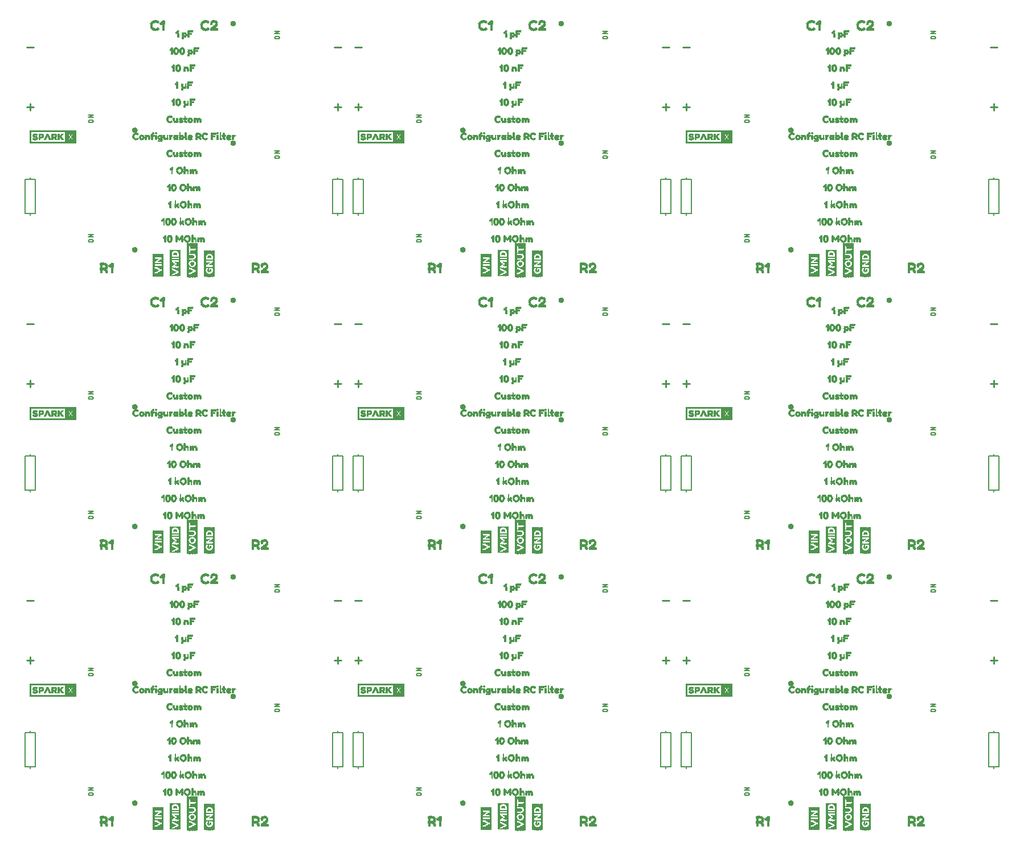
<source format=gto>
G75*
%MOIN*%
%OFA0B0*%
%FSLAX25Y25*%
%IPPOS*%
%LPD*%
%AMOC8*
5,1,8,0,0,1.08239X$1,22.5*
%
%ADD10C,0.01100*%
%ADD11C,0.00500*%
%ADD12C,0.00800*%
%ADD13R,0.00157X0.00157*%
%ADD14R,0.02520X0.00157*%
%ADD15R,0.00787X0.00157*%
%ADD16R,0.03150X0.00157*%
%ADD17R,0.01102X0.00157*%
%ADD18R,0.03307X0.00157*%
%ADD19R,0.01260X0.00157*%
%ADD20R,0.01417X0.00157*%
%ADD21R,0.01575X0.00157*%
%ADD22R,0.01890X0.00157*%
%ADD23R,0.02047X0.00157*%
%ADD24R,0.00945X0.00157*%
%ADD25R,0.02362X0.00157*%
%ADD26R,0.02677X0.00157*%
%ADD27R,0.02992X0.00157*%
%ADD28R,0.00472X0.00157*%
%ADD29R,0.00630X0.00157*%
%ADD30R,0.00315X0.00157*%
%ADD31R,0.01732X0.00157*%
%ADD32R,0.03465X0.00157*%
%ADD33R,0.04094X0.00157*%
%ADD34R,0.02835X0.00157*%
%ADD35R,0.04252X0.00157*%
%ADD36R,0.04409X0.00157*%
%ADD37R,0.02205X0.00157*%
%ADD38R,0.04567X0.00157*%
%ADD39R,0.00157X0.15276*%
%ADD40R,0.00157X0.03307*%
%ADD41R,0.00157X0.11024*%
%ADD42R,0.00157X0.02992*%
%ADD43R,0.00157X0.01260*%
%ADD44R,0.00157X0.01890*%
%ADD45R,0.00157X0.00630*%
%ADD46R,0.00157X0.02677*%
%ADD47R,0.00157X0.00787*%
%ADD48R,0.00157X0.01575*%
%ADD49R,0.00157X0.00472*%
%ADD50R,0.00157X0.02520*%
%ADD51R,0.00157X0.01417*%
%ADD52R,0.00157X0.02205*%
%ADD53R,0.00157X0.02362*%
%ADD54R,0.00157X0.02047*%
%ADD55R,0.00157X0.01102*%
%ADD56R,0.00157X0.00945*%
%ADD57R,0.00157X0.02835*%
%ADD58R,0.00157X0.01732*%
%ADD59R,0.00157X0.00315*%
%ADD60R,0.00157X0.03150*%
%ADD61R,0.00157X0.13071*%
%ADD62R,0.00157X0.07717*%
%ADD63R,0.00157X0.03465*%
%ADD64R,0.00157X0.20000*%
%ADD65R,0.00157X0.11654*%
%ADD66R,0.03622X0.00157*%
%ADD67R,0.01181X0.00236*%
%ADD68R,0.00236X0.00236*%
%ADD69R,0.02598X0.00236*%
%ADD70R,0.01417X0.00236*%
%ADD71R,0.03543X0.00236*%
%ADD72R,0.01654X0.00236*%
%ADD73R,0.04252X0.00236*%
%ADD74R,0.01890X0.00236*%
%ADD75R,0.04724X0.00236*%
%ADD76R,0.02126X0.00236*%
%ADD77R,0.04961X0.00236*%
%ADD78R,0.02362X0.00236*%
%ADD79R,0.02835X0.00236*%
%ADD80R,0.00472X0.00236*%
%ADD81R,0.03071X0.00236*%
%ADD82R,0.00709X0.00236*%
%ADD83R,0.04488X0.00236*%
%ADD84R,0.04016X0.00236*%
%ADD85R,0.03307X0.00236*%
%ADD86R,0.00945X0.00236*%
%ADD87C,0.00039*%
D10*
X0033767Y0134128D02*
X0033767Y0138061D01*
X0031800Y0136094D02*
X0035733Y0136094D01*
X0035733Y0171094D02*
X0031800Y0171094D01*
X0033767Y0296128D02*
X0033767Y0300061D01*
X0031800Y0298094D02*
X0035733Y0298094D01*
X0035733Y0333094D02*
X0031800Y0333094D01*
X0033767Y0458128D02*
X0033767Y0462061D01*
X0031800Y0460094D02*
X0035733Y0460094D01*
X0035733Y0495094D02*
X0031800Y0495094D01*
X0211800Y0495094D02*
X0215733Y0495094D01*
X0223800Y0495094D02*
X0227733Y0495094D01*
X0225767Y0462061D02*
X0225767Y0458128D01*
X0227733Y0460094D02*
X0223800Y0460094D01*
X0215733Y0460094D02*
X0211800Y0460094D01*
X0213767Y0458128D02*
X0213767Y0462061D01*
X0211800Y0333094D02*
X0215733Y0333094D01*
X0223800Y0333094D02*
X0227733Y0333094D01*
X0225767Y0300061D02*
X0225767Y0296128D01*
X0227733Y0298094D02*
X0223800Y0298094D01*
X0215733Y0298094D02*
X0211800Y0298094D01*
X0213767Y0296128D02*
X0213767Y0300061D01*
X0211800Y0171094D02*
X0215733Y0171094D01*
X0223800Y0171094D02*
X0227733Y0171094D01*
X0225767Y0138061D02*
X0225767Y0134128D01*
X0227733Y0136094D02*
X0223800Y0136094D01*
X0215733Y0136094D02*
X0211800Y0136094D01*
X0213767Y0134128D02*
X0213767Y0138061D01*
X0403800Y0136094D02*
X0407733Y0136094D01*
X0405767Y0134128D02*
X0405767Y0138061D01*
X0415800Y0136094D02*
X0419733Y0136094D01*
X0417767Y0134128D02*
X0417767Y0138061D01*
X0415800Y0171094D02*
X0419733Y0171094D01*
X0407733Y0171094D02*
X0403800Y0171094D01*
X0405767Y0296128D02*
X0405767Y0300061D01*
X0403800Y0298094D02*
X0407733Y0298094D01*
X0415800Y0298094D02*
X0419733Y0298094D01*
X0417767Y0296128D02*
X0417767Y0300061D01*
X0415800Y0333094D02*
X0419733Y0333094D01*
X0407733Y0333094D02*
X0403800Y0333094D01*
X0405767Y0458128D02*
X0405767Y0462061D01*
X0403800Y0460094D02*
X0407733Y0460094D01*
X0415800Y0460094D02*
X0419733Y0460094D01*
X0417767Y0458128D02*
X0417767Y0462061D01*
X0415800Y0495094D02*
X0419733Y0495094D01*
X0407733Y0495094D02*
X0403800Y0495094D01*
X0595800Y0495094D02*
X0599733Y0495094D01*
X0597767Y0462061D02*
X0597767Y0458128D01*
X0599733Y0460094D02*
X0595800Y0460094D01*
X0595800Y0333094D02*
X0599733Y0333094D01*
X0597767Y0300061D02*
X0597767Y0296128D01*
X0599733Y0298094D02*
X0595800Y0298094D01*
X0595800Y0171094D02*
X0599733Y0171094D01*
X0597767Y0138061D02*
X0597767Y0134128D01*
X0599733Y0136094D02*
X0595800Y0136094D01*
D11*
X0069850Y0057012D02*
X0068650Y0057012D01*
X0068596Y0057014D01*
X0068543Y0057020D01*
X0068491Y0057029D01*
X0068439Y0057042D01*
X0068388Y0057059D01*
X0068338Y0057080D01*
X0068291Y0057104D01*
X0068245Y0057131D01*
X0068201Y0057162D01*
X0068159Y0057195D01*
X0068120Y0057232D01*
X0068083Y0057271D01*
X0068050Y0057313D01*
X0068019Y0057357D01*
X0067992Y0057403D01*
X0067968Y0057450D01*
X0067947Y0057500D01*
X0067930Y0057551D01*
X0067917Y0057603D01*
X0067908Y0057655D01*
X0067902Y0057708D01*
X0067900Y0057762D01*
X0067902Y0057816D01*
X0067908Y0057869D01*
X0067917Y0057921D01*
X0067930Y0057973D01*
X0067947Y0058024D01*
X0067968Y0058074D01*
X0067992Y0058121D01*
X0068019Y0058167D01*
X0068050Y0058211D01*
X0068083Y0058253D01*
X0068120Y0058292D01*
X0068159Y0058329D01*
X0068201Y0058362D01*
X0068245Y0058393D01*
X0068291Y0058420D01*
X0068338Y0058444D01*
X0068388Y0058465D01*
X0068439Y0058482D01*
X0068491Y0058495D01*
X0068543Y0058504D01*
X0068596Y0058510D01*
X0068650Y0058512D01*
X0069850Y0058512D01*
X0069904Y0058510D01*
X0069957Y0058504D01*
X0070009Y0058495D01*
X0070061Y0058482D01*
X0070112Y0058465D01*
X0070162Y0058444D01*
X0070209Y0058420D01*
X0070255Y0058393D01*
X0070299Y0058362D01*
X0070341Y0058329D01*
X0070380Y0058292D01*
X0070417Y0058253D01*
X0070450Y0058211D01*
X0070481Y0058167D01*
X0070508Y0058121D01*
X0070532Y0058074D01*
X0070553Y0058024D01*
X0070570Y0057973D01*
X0070583Y0057921D01*
X0070592Y0057869D01*
X0070598Y0057816D01*
X0070600Y0057762D01*
X0070598Y0057708D01*
X0070592Y0057655D01*
X0070583Y0057603D01*
X0070570Y0057551D01*
X0070553Y0057500D01*
X0070532Y0057450D01*
X0070508Y0057403D01*
X0070481Y0057357D01*
X0070450Y0057313D01*
X0070417Y0057271D01*
X0070380Y0057232D01*
X0070341Y0057195D01*
X0070299Y0057162D01*
X0070255Y0057131D01*
X0070209Y0057104D01*
X0070162Y0057080D01*
X0070112Y0057059D01*
X0070061Y0057042D01*
X0070009Y0057029D01*
X0069957Y0057020D01*
X0069904Y0057014D01*
X0069850Y0057012D01*
X0070600Y0059988D02*
X0067900Y0059988D01*
X0070600Y0061488D01*
X0067900Y0061488D01*
X0093781Y0052778D02*
X0093874Y0053042D01*
X0094023Y0053279D01*
X0094221Y0053477D01*
X0094458Y0053626D01*
X0094722Y0053719D01*
X0095000Y0053750D01*
X0095278Y0053719D01*
X0095542Y0053626D01*
X0095779Y0053477D01*
X0095977Y0053279D01*
X0096126Y0053042D01*
X0096219Y0052778D01*
X0096250Y0052500D01*
X0096219Y0052222D01*
X0096126Y0051958D01*
X0095977Y0051721D01*
X0095779Y0051523D01*
X0095542Y0051374D01*
X0095278Y0051281D01*
X0095000Y0051250D01*
X0094722Y0051281D01*
X0094458Y0051374D01*
X0094221Y0051523D01*
X0094023Y0051721D01*
X0093874Y0051958D01*
X0093781Y0052222D01*
X0093750Y0052500D01*
X0093781Y0052778D01*
X0093770Y0052679D02*
X0096230Y0052679D01*
X0096204Y0052180D02*
X0093796Y0052180D01*
X0094062Y0051682D02*
X0095938Y0051682D01*
X0096042Y0053177D02*
X0093958Y0053177D01*
X0094599Y0053676D02*
X0095401Y0053676D01*
X0151721Y0114023D02*
X0151523Y0114221D01*
X0151374Y0114458D01*
X0151281Y0114722D01*
X0151250Y0115000D01*
X0151281Y0115278D01*
X0151374Y0115542D01*
X0151523Y0115779D01*
X0151721Y0115977D01*
X0151958Y0116126D01*
X0152222Y0116219D01*
X0152500Y0116250D01*
X0152778Y0116219D01*
X0153042Y0116126D01*
X0153279Y0115977D01*
X0153477Y0115779D01*
X0153626Y0115542D01*
X0153719Y0115278D01*
X0153750Y0115000D01*
X0153719Y0114722D01*
X0153626Y0114458D01*
X0153477Y0114221D01*
X0153279Y0114023D01*
X0153042Y0113874D01*
X0152778Y0113781D01*
X0152500Y0113750D01*
X0152222Y0113781D01*
X0151958Y0113874D01*
X0151721Y0114023D01*
X0151764Y0113995D02*
X0153236Y0113995D01*
X0153639Y0114494D02*
X0151361Y0114494D01*
X0151251Y0114992D02*
X0153749Y0114992D01*
X0153644Y0115491D02*
X0151356Y0115491D01*
X0151740Y0115989D02*
X0153260Y0115989D01*
X0176900Y0110488D02*
X0179600Y0110488D01*
X0176900Y0108988D01*
X0179600Y0108988D01*
X0178850Y0107512D02*
X0177650Y0107512D01*
X0177596Y0107510D01*
X0177543Y0107504D01*
X0177491Y0107495D01*
X0177439Y0107482D01*
X0177388Y0107465D01*
X0177338Y0107444D01*
X0177291Y0107420D01*
X0177245Y0107393D01*
X0177201Y0107362D01*
X0177159Y0107329D01*
X0177120Y0107292D01*
X0177083Y0107253D01*
X0177050Y0107211D01*
X0177019Y0107167D01*
X0176992Y0107121D01*
X0176968Y0107074D01*
X0176947Y0107024D01*
X0176930Y0106973D01*
X0176917Y0106921D01*
X0176908Y0106869D01*
X0176902Y0106816D01*
X0176900Y0106762D01*
X0176902Y0106708D01*
X0176908Y0106655D01*
X0176917Y0106603D01*
X0176930Y0106551D01*
X0176947Y0106500D01*
X0176968Y0106450D01*
X0176992Y0106403D01*
X0177019Y0106357D01*
X0177050Y0106313D01*
X0177083Y0106271D01*
X0177120Y0106232D01*
X0177159Y0106195D01*
X0177201Y0106162D01*
X0177245Y0106131D01*
X0177291Y0106104D01*
X0177338Y0106080D01*
X0177388Y0106059D01*
X0177439Y0106042D01*
X0177491Y0106029D01*
X0177543Y0106020D01*
X0177596Y0106014D01*
X0177650Y0106012D01*
X0178850Y0106012D01*
X0178904Y0106014D01*
X0178957Y0106020D01*
X0179009Y0106029D01*
X0179061Y0106042D01*
X0179112Y0106059D01*
X0179162Y0106080D01*
X0179209Y0106104D01*
X0179255Y0106131D01*
X0179299Y0106162D01*
X0179341Y0106195D01*
X0179380Y0106232D01*
X0179417Y0106271D01*
X0179450Y0106313D01*
X0179481Y0106357D01*
X0179508Y0106403D01*
X0179532Y0106450D01*
X0179553Y0106500D01*
X0179570Y0106551D01*
X0179583Y0106603D01*
X0179592Y0106655D01*
X0179598Y0106708D01*
X0179600Y0106762D01*
X0179598Y0106816D01*
X0179592Y0106869D01*
X0179583Y0106921D01*
X0179570Y0106973D01*
X0179553Y0107024D01*
X0179532Y0107074D01*
X0179508Y0107121D01*
X0179481Y0107167D01*
X0179450Y0107211D01*
X0179417Y0107253D01*
X0179380Y0107292D01*
X0179341Y0107329D01*
X0179299Y0107362D01*
X0179255Y0107393D01*
X0179209Y0107420D01*
X0179162Y0107444D01*
X0179112Y0107465D01*
X0179061Y0107482D01*
X0179009Y0107495D01*
X0178957Y0107504D01*
X0178904Y0107510D01*
X0178850Y0107512D01*
X0260650Y0127012D02*
X0261850Y0127012D01*
X0261904Y0127014D01*
X0261957Y0127020D01*
X0262009Y0127029D01*
X0262061Y0127042D01*
X0262112Y0127059D01*
X0262162Y0127080D01*
X0262209Y0127104D01*
X0262255Y0127131D01*
X0262299Y0127162D01*
X0262341Y0127195D01*
X0262380Y0127232D01*
X0262417Y0127271D01*
X0262450Y0127313D01*
X0262481Y0127357D01*
X0262508Y0127403D01*
X0262532Y0127450D01*
X0262553Y0127500D01*
X0262570Y0127551D01*
X0262583Y0127603D01*
X0262592Y0127655D01*
X0262598Y0127708D01*
X0262600Y0127762D01*
X0262598Y0127816D01*
X0262592Y0127869D01*
X0262583Y0127921D01*
X0262570Y0127973D01*
X0262553Y0128024D01*
X0262532Y0128074D01*
X0262508Y0128121D01*
X0262481Y0128167D01*
X0262450Y0128211D01*
X0262417Y0128253D01*
X0262380Y0128292D01*
X0262341Y0128329D01*
X0262299Y0128362D01*
X0262255Y0128393D01*
X0262209Y0128420D01*
X0262162Y0128444D01*
X0262112Y0128465D01*
X0262061Y0128482D01*
X0262009Y0128495D01*
X0261957Y0128504D01*
X0261904Y0128510D01*
X0261850Y0128512D01*
X0260650Y0128512D01*
X0260596Y0128510D01*
X0260543Y0128504D01*
X0260491Y0128495D01*
X0260439Y0128482D01*
X0260388Y0128465D01*
X0260338Y0128444D01*
X0260291Y0128420D01*
X0260245Y0128393D01*
X0260201Y0128362D01*
X0260159Y0128329D01*
X0260120Y0128292D01*
X0260083Y0128253D01*
X0260050Y0128211D01*
X0260019Y0128167D01*
X0259992Y0128121D01*
X0259968Y0128074D01*
X0259947Y0128024D01*
X0259930Y0127973D01*
X0259917Y0127921D01*
X0259908Y0127869D01*
X0259902Y0127816D01*
X0259900Y0127762D01*
X0259902Y0127708D01*
X0259908Y0127655D01*
X0259917Y0127603D01*
X0259930Y0127551D01*
X0259947Y0127500D01*
X0259968Y0127450D01*
X0259992Y0127403D01*
X0260019Y0127357D01*
X0260050Y0127313D01*
X0260083Y0127271D01*
X0260120Y0127232D01*
X0260159Y0127195D01*
X0260201Y0127162D01*
X0260245Y0127131D01*
X0260291Y0127104D01*
X0260338Y0127080D01*
X0260388Y0127059D01*
X0260439Y0127042D01*
X0260491Y0127029D01*
X0260543Y0127020D01*
X0260596Y0127014D01*
X0260650Y0127012D01*
X0259900Y0129988D02*
X0262600Y0131488D01*
X0259900Y0131488D01*
X0259900Y0129988D02*
X0262600Y0129988D01*
X0285781Y0122778D02*
X0285874Y0123042D01*
X0286023Y0123279D01*
X0286221Y0123477D01*
X0286458Y0123626D01*
X0286722Y0123719D01*
X0287000Y0123750D01*
X0287278Y0123719D01*
X0287542Y0123626D01*
X0287779Y0123477D01*
X0287977Y0123279D01*
X0288126Y0123042D01*
X0288219Y0122778D01*
X0288250Y0122500D01*
X0288219Y0122222D01*
X0288126Y0121958D01*
X0287977Y0121721D01*
X0287779Y0121523D01*
X0287542Y0121374D01*
X0287278Y0121281D01*
X0287000Y0121250D01*
X0286722Y0121281D01*
X0286458Y0121374D01*
X0286221Y0121523D01*
X0286023Y0121721D01*
X0285874Y0121958D01*
X0285781Y0122222D01*
X0285750Y0122500D01*
X0285781Y0122778D01*
X0285848Y0122969D02*
X0288152Y0122969D01*
X0288247Y0122470D02*
X0285753Y0122470D01*
X0285869Y0121972D02*
X0288131Y0121972D01*
X0287700Y0121473D02*
X0286300Y0121473D01*
X0286210Y0123467D02*
X0287790Y0123467D01*
X0343281Y0115278D02*
X0343374Y0115542D01*
X0343523Y0115779D01*
X0343721Y0115977D01*
X0343958Y0116126D01*
X0344222Y0116219D01*
X0344500Y0116250D01*
X0344778Y0116219D01*
X0345042Y0116126D01*
X0345279Y0115977D01*
X0345477Y0115779D01*
X0345626Y0115542D01*
X0345719Y0115278D01*
X0345750Y0115000D01*
X0345719Y0114722D01*
X0345626Y0114458D01*
X0345477Y0114221D01*
X0345279Y0114023D01*
X0345042Y0113874D01*
X0344778Y0113781D01*
X0344500Y0113750D01*
X0344222Y0113781D01*
X0343958Y0113874D01*
X0343721Y0114023D01*
X0343523Y0114221D01*
X0343374Y0114458D01*
X0343281Y0114722D01*
X0343250Y0115000D01*
X0343281Y0115278D01*
X0343356Y0115491D02*
X0345644Y0115491D01*
X0345749Y0114992D02*
X0343251Y0114992D01*
X0343361Y0114494D02*
X0345639Y0114494D01*
X0345236Y0113995D02*
X0343764Y0113995D01*
X0343740Y0115989D02*
X0345260Y0115989D01*
X0368900Y0110488D02*
X0371600Y0110488D01*
X0368900Y0108988D01*
X0371600Y0108988D01*
X0370850Y0107512D02*
X0369650Y0107512D01*
X0369596Y0107510D01*
X0369543Y0107504D01*
X0369491Y0107495D01*
X0369439Y0107482D01*
X0369388Y0107465D01*
X0369338Y0107444D01*
X0369291Y0107420D01*
X0369245Y0107393D01*
X0369201Y0107362D01*
X0369159Y0107329D01*
X0369120Y0107292D01*
X0369083Y0107253D01*
X0369050Y0107211D01*
X0369019Y0107167D01*
X0368992Y0107121D01*
X0368968Y0107074D01*
X0368947Y0107024D01*
X0368930Y0106973D01*
X0368917Y0106921D01*
X0368908Y0106869D01*
X0368902Y0106816D01*
X0368900Y0106762D01*
X0368902Y0106708D01*
X0368908Y0106655D01*
X0368917Y0106603D01*
X0368930Y0106551D01*
X0368947Y0106500D01*
X0368968Y0106450D01*
X0368992Y0106403D01*
X0369019Y0106357D01*
X0369050Y0106313D01*
X0369083Y0106271D01*
X0369120Y0106232D01*
X0369159Y0106195D01*
X0369201Y0106162D01*
X0369245Y0106131D01*
X0369291Y0106104D01*
X0369338Y0106080D01*
X0369388Y0106059D01*
X0369439Y0106042D01*
X0369491Y0106029D01*
X0369543Y0106020D01*
X0369596Y0106014D01*
X0369650Y0106012D01*
X0370850Y0106012D01*
X0370904Y0106014D01*
X0370957Y0106020D01*
X0371009Y0106029D01*
X0371061Y0106042D01*
X0371112Y0106059D01*
X0371162Y0106080D01*
X0371209Y0106104D01*
X0371255Y0106131D01*
X0371299Y0106162D01*
X0371341Y0106195D01*
X0371380Y0106232D01*
X0371417Y0106271D01*
X0371450Y0106313D01*
X0371481Y0106357D01*
X0371508Y0106403D01*
X0371532Y0106450D01*
X0371553Y0106500D01*
X0371570Y0106551D01*
X0371583Y0106603D01*
X0371592Y0106655D01*
X0371598Y0106708D01*
X0371600Y0106762D01*
X0371598Y0106816D01*
X0371592Y0106869D01*
X0371583Y0106921D01*
X0371570Y0106973D01*
X0371553Y0107024D01*
X0371532Y0107074D01*
X0371508Y0107121D01*
X0371481Y0107167D01*
X0371450Y0107211D01*
X0371417Y0107253D01*
X0371380Y0107292D01*
X0371341Y0107329D01*
X0371299Y0107362D01*
X0371255Y0107393D01*
X0371209Y0107420D01*
X0371162Y0107444D01*
X0371112Y0107465D01*
X0371061Y0107482D01*
X0371009Y0107495D01*
X0370957Y0107504D01*
X0370904Y0107510D01*
X0370850Y0107512D01*
X0370850Y0176012D02*
X0369650Y0176012D01*
X0369596Y0176014D01*
X0369543Y0176020D01*
X0369491Y0176029D01*
X0369439Y0176042D01*
X0369388Y0176059D01*
X0369338Y0176080D01*
X0369291Y0176104D01*
X0369245Y0176131D01*
X0369201Y0176162D01*
X0369159Y0176195D01*
X0369120Y0176232D01*
X0369083Y0176271D01*
X0369050Y0176313D01*
X0369019Y0176357D01*
X0368992Y0176403D01*
X0368968Y0176450D01*
X0368947Y0176500D01*
X0368930Y0176551D01*
X0368917Y0176603D01*
X0368908Y0176655D01*
X0368902Y0176708D01*
X0368900Y0176762D01*
X0368902Y0176816D01*
X0368908Y0176869D01*
X0368917Y0176921D01*
X0368930Y0176973D01*
X0368947Y0177024D01*
X0368968Y0177074D01*
X0368992Y0177121D01*
X0369019Y0177167D01*
X0369050Y0177211D01*
X0369083Y0177253D01*
X0369120Y0177292D01*
X0369159Y0177329D01*
X0369201Y0177362D01*
X0369245Y0177393D01*
X0369291Y0177420D01*
X0369338Y0177444D01*
X0369388Y0177465D01*
X0369439Y0177482D01*
X0369491Y0177495D01*
X0369543Y0177504D01*
X0369596Y0177510D01*
X0369650Y0177512D01*
X0370850Y0177512D01*
X0370904Y0177510D01*
X0370957Y0177504D01*
X0371009Y0177495D01*
X0371061Y0177482D01*
X0371112Y0177465D01*
X0371162Y0177444D01*
X0371209Y0177420D01*
X0371255Y0177393D01*
X0371299Y0177362D01*
X0371341Y0177329D01*
X0371380Y0177292D01*
X0371417Y0177253D01*
X0371450Y0177211D01*
X0371481Y0177167D01*
X0371508Y0177121D01*
X0371532Y0177074D01*
X0371553Y0177024D01*
X0371570Y0176973D01*
X0371583Y0176921D01*
X0371592Y0176869D01*
X0371598Y0176816D01*
X0371600Y0176762D01*
X0371598Y0176708D01*
X0371592Y0176655D01*
X0371583Y0176603D01*
X0371570Y0176551D01*
X0371553Y0176500D01*
X0371532Y0176450D01*
X0371508Y0176403D01*
X0371481Y0176357D01*
X0371450Y0176313D01*
X0371417Y0176271D01*
X0371380Y0176232D01*
X0371341Y0176195D01*
X0371299Y0176162D01*
X0371255Y0176131D01*
X0371209Y0176104D01*
X0371162Y0176080D01*
X0371112Y0176059D01*
X0371061Y0176042D01*
X0371009Y0176029D01*
X0370957Y0176020D01*
X0370904Y0176014D01*
X0370850Y0176012D01*
X0371600Y0178988D02*
X0368900Y0178988D01*
X0371600Y0180488D01*
X0368900Y0180488D01*
X0345719Y0184722D02*
X0345626Y0184458D01*
X0345477Y0184221D01*
X0345279Y0184023D01*
X0345042Y0183874D01*
X0344778Y0183781D01*
X0344500Y0183750D01*
X0344222Y0183781D01*
X0343958Y0183874D01*
X0343721Y0184023D01*
X0343523Y0184221D01*
X0343374Y0184458D01*
X0343281Y0184722D01*
X0343250Y0185000D01*
X0343281Y0185278D01*
X0343374Y0185542D01*
X0343523Y0185779D01*
X0343721Y0185977D01*
X0343958Y0186126D01*
X0344222Y0186219D01*
X0344500Y0186250D01*
X0344778Y0186219D01*
X0345042Y0186126D01*
X0345279Y0185977D01*
X0345477Y0185779D01*
X0345626Y0185542D01*
X0345719Y0185278D01*
X0345750Y0185000D01*
X0345719Y0184722D01*
X0345726Y0184784D02*
X0343274Y0184784D01*
X0343283Y0185283D02*
X0345717Y0185283D01*
X0345476Y0185781D02*
X0343524Y0185781D01*
X0343482Y0184286D02*
X0345518Y0184286D01*
X0344794Y0183787D02*
X0344206Y0183787D01*
X0288126Y0213958D02*
X0287977Y0213721D01*
X0287779Y0213523D01*
X0287542Y0213374D01*
X0287278Y0213281D01*
X0287000Y0213250D01*
X0286722Y0213281D01*
X0286458Y0213374D01*
X0286221Y0213523D01*
X0286023Y0213721D01*
X0285874Y0213958D01*
X0285781Y0214222D01*
X0285750Y0214500D01*
X0285781Y0214778D01*
X0285874Y0215042D01*
X0286023Y0215279D01*
X0286221Y0215477D01*
X0286458Y0215626D01*
X0286722Y0215719D01*
X0287000Y0215750D01*
X0287278Y0215719D01*
X0287542Y0215626D01*
X0287779Y0215477D01*
X0287977Y0215279D01*
X0288126Y0215042D01*
X0288219Y0214778D01*
X0288250Y0214500D01*
X0288219Y0214222D01*
X0288126Y0213958D01*
X0288210Y0214196D02*
X0285790Y0214196D01*
X0285772Y0214695D02*
X0288228Y0214695D01*
X0288031Y0215193D02*
X0285969Y0215193D01*
X0286645Y0215692D02*
X0287355Y0215692D01*
X0287954Y0213698D02*
X0286046Y0213698D01*
X0261850Y0219012D02*
X0260650Y0219012D01*
X0260596Y0219014D01*
X0260543Y0219020D01*
X0260491Y0219029D01*
X0260439Y0219042D01*
X0260388Y0219059D01*
X0260338Y0219080D01*
X0260291Y0219104D01*
X0260245Y0219131D01*
X0260201Y0219162D01*
X0260159Y0219195D01*
X0260120Y0219232D01*
X0260083Y0219271D01*
X0260050Y0219313D01*
X0260019Y0219357D01*
X0259992Y0219403D01*
X0259968Y0219450D01*
X0259947Y0219500D01*
X0259930Y0219551D01*
X0259917Y0219603D01*
X0259908Y0219655D01*
X0259902Y0219708D01*
X0259900Y0219762D01*
X0259902Y0219816D01*
X0259908Y0219869D01*
X0259917Y0219921D01*
X0259930Y0219973D01*
X0259947Y0220024D01*
X0259968Y0220074D01*
X0259992Y0220121D01*
X0260019Y0220167D01*
X0260050Y0220211D01*
X0260083Y0220253D01*
X0260120Y0220292D01*
X0260159Y0220329D01*
X0260201Y0220362D01*
X0260245Y0220393D01*
X0260291Y0220420D01*
X0260338Y0220444D01*
X0260388Y0220465D01*
X0260439Y0220482D01*
X0260491Y0220495D01*
X0260543Y0220504D01*
X0260596Y0220510D01*
X0260650Y0220512D01*
X0261850Y0220512D01*
X0261904Y0220510D01*
X0261957Y0220504D01*
X0262009Y0220495D01*
X0262061Y0220482D01*
X0262112Y0220465D01*
X0262162Y0220444D01*
X0262209Y0220420D01*
X0262255Y0220393D01*
X0262299Y0220362D01*
X0262341Y0220329D01*
X0262380Y0220292D01*
X0262417Y0220253D01*
X0262450Y0220211D01*
X0262481Y0220167D01*
X0262508Y0220121D01*
X0262532Y0220074D01*
X0262553Y0220024D01*
X0262570Y0219973D01*
X0262583Y0219921D01*
X0262592Y0219869D01*
X0262598Y0219816D01*
X0262600Y0219762D01*
X0262598Y0219708D01*
X0262592Y0219655D01*
X0262583Y0219603D01*
X0262570Y0219551D01*
X0262553Y0219500D01*
X0262532Y0219450D01*
X0262508Y0219403D01*
X0262481Y0219357D01*
X0262450Y0219313D01*
X0262417Y0219271D01*
X0262380Y0219232D01*
X0262341Y0219195D01*
X0262299Y0219162D01*
X0262255Y0219131D01*
X0262209Y0219104D01*
X0262162Y0219080D01*
X0262112Y0219059D01*
X0262061Y0219042D01*
X0262009Y0219029D01*
X0261957Y0219020D01*
X0261904Y0219014D01*
X0261850Y0219012D01*
X0262600Y0221988D02*
X0259900Y0221988D01*
X0262600Y0223488D01*
X0259900Y0223488D01*
X0286458Y0283374D02*
X0286221Y0283523D01*
X0286023Y0283721D01*
X0285874Y0283958D01*
X0285781Y0284222D01*
X0285750Y0284500D01*
X0285781Y0284778D01*
X0285874Y0285042D01*
X0286023Y0285279D01*
X0286221Y0285477D01*
X0286458Y0285626D01*
X0286722Y0285719D01*
X0287000Y0285750D01*
X0287278Y0285719D01*
X0287542Y0285626D01*
X0287779Y0285477D01*
X0287977Y0285279D01*
X0288126Y0285042D01*
X0288219Y0284778D01*
X0288250Y0284500D01*
X0288219Y0284222D01*
X0288126Y0283958D01*
X0287977Y0283721D01*
X0287779Y0283523D01*
X0287542Y0283374D01*
X0287278Y0283281D01*
X0287000Y0283250D01*
X0286722Y0283281D01*
X0286458Y0283374D01*
X0286274Y0283489D02*
X0287726Y0283489D01*
X0288137Y0283988D02*
X0285863Y0283988D01*
X0285752Y0284486D02*
X0288248Y0284486D01*
X0288146Y0284985D02*
X0285854Y0284985D01*
X0286230Y0285483D02*
X0287770Y0285483D01*
X0262600Y0291988D02*
X0259900Y0291988D01*
X0262600Y0293488D01*
X0259900Y0293488D01*
X0260650Y0290512D02*
X0261850Y0290512D01*
X0261904Y0290510D01*
X0261957Y0290504D01*
X0262009Y0290495D01*
X0262061Y0290482D01*
X0262112Y0290465D01*
X0262162Y0290444D01*
X0262209Y0290420D01*
X0262255Y0290393D01*
X0262299Y0290362D01*
X0262341Y0290329D01*
X0262380Y0290292D01*
X0262417Y0290253D01*
X0262450Y0290211D01*
X0262481Y0290167D01*
X0262508Y0290121D01*
X0262532Y0290074D01*
X0262553Y0290024D01*
X0262570Y0289973D01*
X0262583Y0289921D01*
X0262592Y0289869D01*
X0262598Y0289816D01*
X0262600Y0289762D01*
X0262598Y0289708D01*
X0262592Y0289655D01*
X0262583Y0289603D01*
X0262570Y0289551D01*
X0262553Y0289500D01*
X0262532Y0289450D01*
X0262508Y0289403D01*
X0262481Y0289357D01*
X0262450Y0289313D01*
X0262417Y0289271D01*
X0262380Y0289232D01*
X0262341Y0289195D01*
X0262299Y0289162D01*
X0262255Y0289131D01*
X0262209Y0289104D01*
X0262162Y0289080D01*
X0262112Y0289059D01*
X0262061Y0289042D01*
X0262009Y0289029D01*
X0261957Y0289020D01*
X0261904Y0289014D01*
X0261850Y0289012D01*
X0260650Y0289012D01*
X0260596Y0289014D01*
X0260543Y0289020D01*
X0260491Y0289029D01*
X0260439Y0289042D01*
X0260388Y0289059D01*
X0260338Y0289080D01*
X0260291Y0289104D01*
X0260245Y0289131D01*
X0260201Y0289162D01*
X0260159Y0289195D01*
X0260120Y0289232D01*
X0260083Y0289271D01*
X0260050Y0289313D01*
X0260019Y0289357D01*
X0259992Y0289403D01*
X0259968Y0289450D01*
X0259947Y0289500D01*
X0259930Y0289551D01*
X0259917Y0289603D01*
X0259908Y0289655D01*
X0259902Y0289708D01*
X0259900Y0289762D01*
X0259902Y0289816D01*
X0259908Y0289869D01*
X0259917Y0289921D01*
X0259930Y0289973D01*
X0259947Y0290024D01*
X0259968Y0290074D01*
X0259992Y0290121D01*
X0260019Y0290167D01*
X0260050Y0290211D01*
X0260083Y0290253D01*
X0260120Y0290292D01*
X0260159Y0290329D01*
X0260201Y0290362D01*
X0260245Y0290393D01*
X0260291Y0290420D01*
X0260338Y0290444D01*
X0260388Y0290465D01*
X0260439Y0290482D01*
X0260491Y0290495D01*
X0260543Y0290504D01*
X0260596Y0290510D01*
X0260650Y0290512D01*
X0179600Y0272488D02*
X0176900Y0272488D01*
X0176900Y0270988D02*
X0179600Y0272488D01*
X0179600Y0270988D02*
X0176900Y0270988D01*
X0177650Y0269512D02*
X0178850Y0269512D01*
X0178904Y0269510D01*
X0178957Y0269504D01*
X0179009Y0269495D01*
X0179061Y0269482D01*
X0179112Y0269465D01*
X0179162Y0269444D01*
X0179209Y0269420D01*
X0179255Y0269393D01*
X0179299Y0269362D01*
X0179341Y0269329D01*
X0179380Y0269292D01*
X0179417Y0269253D01*
X0179450Y0269211D01*
X0179481Y0269167D01*
X0179508Y0269121D01*
X0179532Y0269074D01*
X0179553Y0269024D01*
X0179570Y0268973D01*
X0179583Y0268921D01*
X0179592Y0268869D01*
X0179598Y0268816D01*
X0179600Y0268762D01*
X0179598Y0268708D01*
X0179592Y0268655D01*
X0179583Y0268603D01*
X0179570Y0268551D01*
X0179553Y0268500D01*
X0179532Y0268450D01*
X0179508Y0268403D01*
X0179481Y0268357D01*
X0179450Y0268313D01*
X0179417Y0268271D01*
X0179380Y0268232D01*
X0179341Y0268195D01*
X0179299Y0268162D01*
X0179255Y0268131D01*
X0179209Y0268104D01*
X0179162Y0268080D01*
X0179112Y0268059D01*
X0179061Y0268042D01*
X0179009Y0268029D01*
X0178957Y0268020D01*
X0178904Y0268014D01*
X0178850Y0268012D01*
X0177650Y0268012D01*
X0177596Y0268014D01*
X0177543Y0268020D01*
X0177491Y0268029D01*
X0177439Y0268042D01*
X0177388Y0268059D01*
X0177338Y0268080D01*
X0177291Y0268104D01*
X0177245Y0268131D01*
X0177201Y0268162D01*
X0177159Y0268195D01*
X0177120Y0268232D01*
X0177083Y0268271D01*
X0177050Y0268313D01*
X0177019Y0268357D01*
X0176992Y0268403D01*
X0176968Y0268450D01*
X0176947Y0268500D01*
X0176930Y0268551D01*
X0176917Y0268603D01*
X0176908Y0268655D01*
X0176902Y0268708D01*
X0176900Y0268762D01*
X0176902Y0268816D01*
X0176908Y0268869D01*
X0176917Y0268921D01*
X0176930Y0268973D01*
X0176947Y0269024D01*
X0176968Y0269074D01*
X0176992Y0269121D01*
X0177019Y0269167D01*
X0177050Y0269211D01*
X0177083Y0269253D01*
X0177120Y0269292D01*
X0177159Y0269329D01*
X0177201Y0269362D01*
X0177245Y0269393D01*
X0177291Y0269420D01*
X0177338Y0269444D01*
X0177388Y0269465D01*
X0177439Y0269482D01*
X0177491Y0269495D01*
X0177543Y0269504D01*
X0177596Y0269510D01*
X0177650Y0269512D01*
X0153719Y0276722D02*
X0153626Y0276458D01*
X0153477Y0276221D01*
X0153279Y0276023D01*
X0153042Y0275874D01*
X0152778Y0275781D01*
X0152500Y0275750D01*
X0152222Y0275781D01*
X0151958Y0275874D01*
X0151721Y0276023D01*
X0151523Y0276221D01*
X0151374Y0276458D01*
X0151281Y0276722D01*
X0151250Y0277000D01*
X0151281Y0277278D01*
X0151374Y0277542D01*
X0151523Y0277779D01*
X0151721Y0277977D01*
X0151958Y0278126D01*
X0152222Y0278219D01*
X0152500Y0278250D01*
X0152778Y0278219D01*
X0153042Y0278126D01*
X0153279Y0277977D01*
X0153477Y0277779D01*
X0153626Y0277542D01*
X0153719Y0277278D01*
X0153750Y0277000D01*
X0153719Y0276722D01*
X0153645Y0276510D02*
X0151355Y0276510D01*
X0151251Y0277009D02*
X0153749Y0277009D01*
X0153639Y0277507D02*
X0151361Y0277507D01*
X0151766Y0278006D02*
X0153234Y0278006D01*
X0153262Y0276012D02*
X0151738Y0276012D01*
X0096219Y0284222D02*
X0096126Y0283958D01*
X0095977Y0283721D01*
X0095779Y0283523D01*
X0095542Y0283374D01*
X0095278Y0283281D01*
X0095000Y0283250D01*
X0094722Y0283281D01*
X0094458Y0283374D01*
X0094221Y0283523D01*
X0094023Y0283721D01*
X0093874Y0283958D01*
X0093781Y0284222D01*
X0093750Y0284500D01*
X0093781Y0284778D01*
X0093874Y0285042D01*
X0094023Y0285279D01*
X0094221Y0285477D01*
X0094458Y0285626D01*
X0094722Y0285719D01*
X0095000Y0285750D01*
X0095278Y0285719D01*
X0095542Y0285626D01*
X0095779Y0285477D01*
X0095977Y0285279D01*
X0096126Y0285042D01*
X0096219Y0284778D01*
X0096250Y0284500D01*
X0096219Y0284222D01*
X0096137Y0283988D02*
X0093863Y0283988D01*
X0093752Y0284486D02*
X0096248Y0284486D01*
X0096146Y0284985D02*
X0093854Y0284985D01*
X0094230Y0285483D02*
X0095770Y0285483D01*
X0095726Y0283489D02*
X0094274Y0283489D01*
X0070600Y0291988D02*
X0067900Y0291988D01*
X0070600Y0293488D01*
X0067900Y0293488D01*
X0068650Y0290512D02*
X0069850Y0290512D01*
X0069904Y0290510D01*
X0069957Y0290504D01*
X0070009Y0290495D01*
X0070061Y0290482D01*
X0070112Y0290465D01*
X0070162Y0290444D01*
X0070209Y0290420D01*
X0070255Y0290393D01*
X0070299Y0290362D01*
X0070341Y0290329D01*
X0070380Y0290292D01*
X0070417Y0290253D01*
X0070450Y0290211D01*
X0070481Y0290167D01*
X0070508Y0290121D01*
X0070532Y0290074D01*
X0070553Y0290024D01*
X0070570Y0289973D01*
X0070583Y0289921D01*
X0070592Y0289869D01*
X0070598Y0289816D01*
X0070600Y0289762D01*
X0070598Y0289708D01*
X0070592Y0289655D01*
X0070583Y0289603D01*
X0070570Y0289551D01*
X0070553Y0289500D01*
X0070532Y0289450D01*
X0070508Y0289403D01*
X0070481Y0289357D01*
X0070450Y0289313D01*
X0070417Y0289271D01*
X0070380Y0289232D01*
X0070341Y0289195D01*
X0070299Y0289162D01*
X0070255Y0289131D01*
X0070209Y0289104D01*
X0070162Y0289080D01*
X0070112Y0289059D01*
X0070061Y0289042D01*
X0070009Y0289029D01*
X0069957Y0289020D01*
X0069904Y0289014D01*
X0069850Y0289012D01*
X0068650Y0289012D01*
X0068596Y0289014D01*
X0068543Y0289020D01*
X0068491Y0289029D01*
X0068439Y0289042D01*
X0068388Y0289059D01*
X0068338Y0289080D01*
X0068291Y0289104D01*
X0068245Y0289131D01*
X0068201Y0289162D01*
X0068159Y0289195D01*
X0068120Y0289232D01*
X0068083Y0289271D01*
X0068050Y0289313D01*
X0068019Y0289357D01*
X0067992Y0289403D01*
X0067968Y0289450D01*
X0067947Y0289500D01*
X0067930Y0289551D01*
X0067917Y0289603D01*
X0067908Y0289655D01*
X0067902Y0289708D01*
X0067900Y0289762D01*
X0067902Y0289816D01*
X0067908Y0289869D01*
X0067917Y0289921D01*
X0067930Y0289973D01*
X0067947Y0290024D01*
X0067968Y0290074D01*
X0067992Y0290121D01*
X0068019Y0290167D01*
X0068050Y0290211D01*
X0068083Y0290253D01*
X0068120Y0290292D01*
X0068159Y0290329D01*
X0068201Y0290362D01*
X0068245Y0290393D01*
X0068291Y0290420D01*
X0068338Y0290444D01*
X0068388Y0290465D01*
X0068439Y0290482D01*
X0068491Y0290495D01*
X0068543Y0290504D01*
X0068596Y0290510D01*
X0068650Y0290512D01*
X0067900Y0223488D02*
X0070600Y0223488D01*
X0067900Y0221988D01*
X0070600Y0221988D01*
X0069850Y0220512D02*
X0068650Y0220512D01*
X0068596Y0220510D01*
X0068543Y0220504D01*
X0068491Y0220495D01*
X0068439Y0220482D01*
X0068388Y0220465D01*
X0068338Y0220444D01*
X0068291Y0220420D01*
X0068245Y0220393D01*
X0068201Y0220362D01*
X0068159Y0220329D01*
X0068120Y0220292D01*
X0068083Y0220253D01*
X0068050Y0220211D01*
X0068019Y0220167D01*
X0067992Y0220121D01*
X0067968Y0220074D01*
X0067947Y0220024D01*
X0067930Y0219973D01*
X0067917Y0219921D01*
X0067908Y0219869D01*
X0067902Y0219816D01*
X0067900Y0219762D01*
X0067902Y0219708D01*
X0067908Y0219655D01*
X0067917Y0219603D01*
X0067930Y0219551D01*
X0067947Y0219500D01*
X0067968Y0219450D01*
X0067992Y0219403D01*
X0068019Y0219357D01*
X0068050Y0219313D01*
X0068083Y0219271D01*
X0068120Y0219232D01*
X0068159Y0219195D01*
X0068201Y0219162D01*
X0068245Y0219131D01*
X0068291Y0219104D01*
X0068338Y0219080D01*
X0068388Y0219059D01*
X0068439Y0219042D01*
X0068491Y0219029D01*
X0068543Y0219020D01*
X0068596Y0219014D01*
X0068650Y0219012D01*
X0069850Y0219012D01*
X0069904Y0219014D01*
X0069957Y0219020D01*
X0070009Y0219029D01*
X0070061Y0219042D01*
X0070112Y0219059D01*
X0070162Y0219080D01*
X0070209Y0219104D01*
X0070255Y0219131D01*
X0070299Y0219162D01*
X0070341Y0219195D01*
X0070380Y0219232D01*
X0070417Y0219271D01*
X0070450Y0219313D01*
X0070481Y0219357D01*
X0070508Y0219403D01*
X0070532Y0219450D01*
X0070553Y0219500D01*
X0070570Y0219551D01*
X0070583Y0219603D01*
X0070592Y0219655D01*
X0070598Y0219708D01*
X0070600Y0219762D01*
X0070598Y0219816D01*
X0070592Y0219869D01*
X0070583Y0219921D01*
X0070570Y0219973D01*
X0070553Y0220024D01*
X0070532Y0220074D01*
X0070508Y0220121D01*
X0070481Y0220167D01*
X0070450Y0220211D01*
X0070417Y0220253D01*
X0070380Y0220292D01*
X0070341Y0220329D01*
X0070299Y0220362D01*
X0070255Y0220393D01*
X0070209Y0220420D01*
X0070162Y0220444D01*
X0070112Y0220465D01*
X0070061Y0220482D01*
X0070009Y0220495D01*
X0069957Y0220504D01*
X0069904Y0220510D01*
X0069850Y0220512D01*
X0093781Y0214778D02*
X0093874Y0215042D01*
X0094023Y0215279D01*
X0094221Y0215477D01*
X0094458Y0215626D01*
X0094722Y0215719D01*
X0095000Y0215750D01*
X0095278Y0215719D01*
X0095542Y0215626D01*
X0095779Y0215477D01*
X0095977Y0215279D01*
X0096126Y0215042D01*
X0096219Y0214778D01*
X0096250Y0214500D01*
X0096219Y0214222D01*
X0096126Y0213958D01*
X0095977Y0213721D01*
X0095779Y0213523D01*
X0095542Y0213374D01*
X0095278Y0213281D01*
X0095000Y0213250D01*
X0094722Y0213281D01*
X0094458Y0213374D01*
X0094221Y0213523D01*
X0094023Y0213721D01*
X0093874Y0213958D01*
X0093781Y0214222D01*
X0093750Y0214500D01*
X0093781Y0214778D01*
X0093772Y0214695D02*
X0096228Y0214695D01*
X0096210Y0214196D02*
X0093790Y0214196D01*
X0094046Y0213698D02*
X0095954Y0213698D01*
X0096031Y0215193D02*
X0093969Y0215193D01*
X0094645Y0215692D02*
X0095355Y0215692D01*
X0151374Y0185542D02*
X0151523Y0185779D01*
X0151721Y0185977D01*
X0151958Y0186126D01*
X0152222Y0186219D01*
X0152500Y0186250D01*
X0152778Y0186219D01*
X0153042Y0186126D01*
X0153279Y0185977D01*
X0153477Y0185779D01*
X0153626Y0185542D01*
X0153719Y0185278D01*
X0153750Y0185000D01*
X0153719Y0184722D01*
X0153626Y0184458D01*
X0153477Y0184221D01*
X0153279Y0184023D01*
X0153042Y0183874D01*
X0152778Y0183781D01*
X0152500Y0183750D01*
X0152222Y0183781D01*
X0151958Y0183874D01*
X0151721Y0184023D01*
X0151523Y0184221D01*
X0151374Y0184458D01*
X0151281Y0184722D01*
X0151250Y0185000D01*
X0151281Y0185278D01*
X0151374Y0185542D01*
X0151283Y0185283D02*
X0153717Y0185283D01*
X0153726Y0184784D02*
X0151274Y0184784D01*
X0151482Y0184286D02*
X0153518Y0184286D01*
X0152794Y0183787D02*
X0152206Y0183787D01*
X0151524Y0185781D02*
X0153476Y0185781D01*
X0176900Y0180488D02*
X0179600Y0180488D01*
X0176900Y0178988D01*
X0179600Y0178988D01*
X0178850Y0177512D02*
X0177650Y0177512D01*
X0177596Y0177510D01*
X0177543Y0177504D01*
X0177491Y0177495D01*
X0177439Y0177482D01*
X0177388Y0177465D01*
X0177338Y0177444D01*
X0177291Y0177420D01*
X0177245Y0177393D01*
X0177201Y0177362D01*
X0177159Y0177329D01*
X0177120Y0177292D01*
X0177083Y0177253D01*
X0177050Y0177211D01*
X0177019Y0177167D01*
X0176992Y0177121D01*
X0176968Y0177074D01*
X0176947Y0177024D01*
X0176930Y0176973D01*
X0176917Y0176921D01*
X0176908Y0176869D01*
X0176902Y0176816D01*
X0176900Y0176762D01*
X0176902Y0176708D01*
X0176908Y0176655D01*
X0176917Y0176603D01*
X0176930Y0176551D01*
X0176947Y0176500D01*
X0176968Y0176450D01*
X0176992Y0176403D01*
X0177019Y0176357D01*
X0177050Y0176313D01*
X0177083Y0176271D01*
X0177120Y0176232D01*
X0177159Y0176195D01*
X0177201Y0176162D01*
X0177245Y0176131D01*
X0177291Y0176104D01*
X0177338Y0176080D01*
X0177388Y0176059D01*
X0177439Y0176042D01*
X0177491Y0176029D01*
X0177543Y0176020D01*
X0177596Y0176014D01*
X0177650Y0176012D01*
X0178850Y0176012D01*
X0178904Y0176014D01*
X0178957Y0176020D01*
X0179009Y0176029D01*
X0179061Y0176042D01*
X0179112Y0176059D01*
X0179162Y0176080D01*
X0179209Y0176104D01*
X0179255Y0176131D01*
X0179299Y0176162D01*
X0179341Y0176195D01*
X0179380Y0176232D01*
X0179417Y0176271D01*
X0179450Y0176313D01*
X0179481Y0176357D01*
X0179508Y0176403D01*
X0179532Y0176450D01*
X0179553Y0176500D01*
X0179570Y0176551D01*
X0179583Y0176603D01*
X0179592Y0176655D01*
X0179598Y0176708D01*
X0179600Y0176762D01*
X0179598Y0176816D01*
X0179592Y0176869D01*
X0179583Y0176921D01*
X0179570Y0176973D01*
X0179553Y0177024D01*
X0179532Y0177074D01*
X0179508Y0177121D01*
X0179481Y0177167D01*
X0179450Y0177211D01*
X0179417Y0177253D01*
X0179380Y0177292D01*
X0179341Y0177329D01*
X0179299Y0177362D01*
X0179255Y0177393D01*
X0179209Y0177420D01*
X0179162Y0177444D01*
X0179112Y0177465D01*
X0179061Y0177482D01*
X0179009Y0177495D01*
X0178957Y0177504D01*
X0178904Y0177510D01*
X0178850Y0177512D01*
X0095977Y0123279D02*
X0096126Y0123042D01*
X0096219Y0122778D01*
X0096250Y0122500D01*
X0096219Y0122222D01*
X0096126Y0121958D01*
X0095977Y0121721D01*
X0095779Y0121523D01*
X0095542Y0121374D01*
X0095278Y0121281D01*
X0095000Y0121250D01*
X0094722Y0121281D01*
X0094458Y0121374D01*
X0094221Y0121523D01*
X0094023Y0121721D01*
X0093874Y0121958D01*
X0093781Y0122222D01*
X0093750Y0122500D01*
X0093781Y0122778D01*
X0093874Y0123042D01*
X0094023Y0123279D01*
X0094221Y0123477D01*
X0094458Y0123626D01*
X0094722Y0123719D01*
X0095000Y0123750D01*
X0095278Y0123719D01*
X0095542Y0123626D01*
X0095779Y0123477D01*
X0095977Y0123279D01*
X0095790Y0123467D02*
X0094210Y0123467D01*
X0093848Y0122969D02*
X0096152Y0122969D01*
X0096247Y0122470D02*
X0093753Y0122470D01*
X0093869Y0121972D02*
X0096131Y0121972D01*
X0095700Y0121473D02*
X0094300Y0121473D01*
X0070600Y0129988D02*
X0067900Y0129988D01*
X0070600Y0131488D01*
X0067900Y0131488D01*
X0068650Y0128512D02*
X0069850Y0128512D01*
X0069904Y0128510D01*
X0069957Y0128504D01*
X0070009Y0128495D01*
X0070061Y0128482D01*
X0070112Y0128465D01*
X0070162Y0128444D01*
X0070209Y0128420D01*
X0070255Y0128393D01*
X0070299Y0128362D01*
X0070341Y0128329D01*
X0070380Y0128292D01*
X0070417Y0128253D01*
X0070450Y0128211D01*
X0070481Y0128167D01*
X0070508Y0128121D01*
X0070532Y0128074D01*
X0070553Y0128024D01*
X0070570Y0127973D01*
X0070583Y0127921D01*
X0070592Y0127869D01*
X0070598Y0127816D01*
X0070600Y0127762D01*
X0070598Y0127708D01*
X0070592Y0127655D01*
X0070583Y0127603D01*
X0070570Y0127551D01*
X0070553Y0127500D01*
X0070532Y0127450D01*
X0070508Y0127403D01*
X0070481Y0127357D01*
X0070450Y0127313D01*
X0070417Y0127271D01*
X0070380Y0127232D01*
X0070341Y0127195D01*
X0070299Y0127162D01*
X0070255Y0127131D01*
X0070209Y0127104D01*
X0070162Y0127080D01*
X0070112Y0127059D01*
X0070061Y0127042D01*
X0070009Y0127029D01*
X0069957Y0127020D01*
X0069904Y0127014D01*
X0069850Y0127012D01*
X0068650Y0127012D01*
X0068596Y0127014D01*
X0068543Y0127020D01*
X0068491Y0127029D01*
X0068439Y0127042D01*
X0068388Y0127059D01*
X0068338Y0127080D01*
X0068291Y0127104D01*
X0068245Y0127131D01*
X0068201Y0127162D01*
X0068159Y0127195D01*
X0068120Y0127232D01*
X0068083Y0127271D01*
X0068050Y0127313D01*
X0068019Y0127357D01*
X0067992Y0127403D01*
X0067968Y0127450D01*
X0067947Y0127500D01*
X0067930Y0127551D01*
X0067917Y0127603D01*
X0067908Y0127655D01*
X0067902Y0127708D01*
X0067900Y0127762D01*
X0067902Y0127816D01*
X0067908Y0127869D01*
X0067917Y0127921D01*
X0067930Y0127973D01*
X0067947Y0128024D01*
X0067968Y0128074D01*
X0067992Y0128121D01*
X0068019Y0128167D01*
X0068050Y0128211D01*
X0068083Y0128253D01*
X0068120Y0128292D01*
X0068159Y0128329D01*
X0068201Y0128362D01*
X0068245Y0128393D01*
X0068291Y0128420D01*
X0068338Y0128444D01*
X0068388Y0128465D01*
X0068439Y0128482D01*
X0068491Y0128495D01*
X0068543Y0128504D01*
X0068596Y0128510D01*
X0068650Y0128512D01*
X0259900Y0061488D02*
X0262600Y0061488D01*
X0259900Y0059988D01*
X0262600Y0059988D01*
X0261850Y0058512D02*
X0260650Y0058512D01*
X0260596Y0058510D01*
X0260543Y0058504D01*
X0260491Y0058495D01*
X0260439Y0058482D01*
X0260388Y0058465D01*
X0260338Y0058444D01*
X0260291Y0058420D01*
X0260245Y0058393D01*
X0260201Y0058362D01*
X0260159Y0058329D01*
X0260120Y0058292D01*
X0260083Y0058253D01*
X0260050Y0058211D01*
X0260019Y0058167D01*
X0259992Y0058121D01*
X0259968Y0058074D01*
X0259947Y0058024D01*
X0259930Y0057973D01*
X0259917Y0057921D01*
X0259908Y0057869D01*
X0259902Y0057816D01*
X0259900Y0057762D01*
X0259902Y0057708D01*
X0259908Y0057655D01*
X0259917Y0057603D01*
X0259930Y0057551D01*
X0259947Y0057500D01*
X0259968Y0057450D01*
X0259992Y0057403D01*
X0260019Y0057357D01*
X0260050Y0057313D01*
X0260083Y0057271D01*
X0260120Y0057232D01*
X0260159Y0057195D01*
X0260201Y0057162D01*
X0260245Y0057131D01*
X0260291Y0057104D01*
X0260338Y0057080D01*
X0260388Y0057059D01*
X0260439Y0057042D01*
X0260491Y0057029D01*
X0260543Y0057020D01*
X0260596Y0057014D01*
X0260650Y0057012D01*
X0261850Y0057012D01*
X0261904Y0057014D01*
X0261957Y0057020D01*
X0262009Y0057029D01*
X0262061Y0057042D01*
X0262112Y0057059D01*
X0262162Y0057080D01*
X0262209Y0057104D01*
X0262255Y0057131D01*
X0262299Y0057162D01*
X0262341Y0057195D01*
X0262380Y0057232D01*
X0262417Y0057271D01*
X0262450Y0057313D01*
X0262481Y0057357D01*
X0262508Y0057403D01*
X0262532Y0057450D01*
X0262553Y0057500D01*
X0262570Y0057551D01*
X0262583Y0057603D01*
X0262592Y0057655D01*
X0262598Y0057708D01*
X0262600Y0057762D01*
X0262598Y0057816D01*
X0262592Y0057869D01*
X0262583Y0057921D01*
X0262570Y0057973D01*
X0262553Y0058024D01*
X0262532Y0058074D01*
X0262508Y0058121D01*
X0262481Y0058167D01*
X0262450Y0058211D01*
X0262417Y0058253D01*
X0262380Y0058292D01*
X0262341Y0058329D01*
X0262299Y0058362D01*
X0262255Y0058393D01*
X0262209Y0058420D01*
X0262162Y0058444D01*
X0262112Y0058465D01*
X0262061Y0058482D01*
X0262009Y0058495D01*
X0261957Y0058504D01*
X0261904Y0058510D01*
X0261850Y0058512D01*
X0285781Y0052778D02*
X0285874Y0053042D01*
X0286023Y0053279D01*
X0286221Y0053477D01*
X0286458Y0053626D01*
X0286722Y0053719D01*
X0287000Y0053750D01*
X0287278Y0053719D01*
X0287542Y0053626D01*
X0287779Y0053477D01*
X0287977Y0053279D01*
X0288126Y0053042D01*
X0288219Y0052778D01*
X0288250Y0052500D01*
X0288219Y0052222D01*
X0288126Y0051958D01*
X0287977Y0051721D01*
X0287779Y0051523D01*
X0287542Y0051374D01*
X0287278Y0051281D01*
X0287000Y0051250D01*
X0286722Y0051281D01*
X0286458Y0051374D01*
X0286221Y0051523D01*
X0286023Y0051721D01*
X0285874Y0051958D01*
X0285781Y0052222D01*
X0285750Y0052500D01*
X0285781Y0052778D01*
X0285770Y0052679D02*
X0288230Y0052679D01*
X0288204Y0052180D02*
X0285796Y0052180D01*
X0286062Y0051682D02*
X0287938Y0051682D01*
X0288042Y0053177D02*
X0285958Y0053177D01*
X0286599Y0053676D02*
X0287401Y0053676D01*
X0451900Y0059988D02*
X0454600Y0061488D01*
X0451900Y0061488D01*
X0451900Y0059988D02*
X0454600Y0059988D01*
X0453850Y0058512D02*
X0452650Y0058512D01*
X0452596Y0058510D01*
X0452543Y0058504D01*
X0452491Y0058495D01*
X0452439Y0058482D01*
X0452388Y0058465D01*
X0452338Y0058444D01*
X0452291Y0058420D01*
X0452245Y0058393D01*
X0452201Y0058362D01*
X0452159Y0058329D01*
X0452120Y0058292D01*
X0452083Y0058253D01*
X0452050Y0058211D01*
X0452019Y0058167D01*
X0451992Y0058121D01*
X0451968Y0058074D01*
X0451947Y0058024D01*
X0451930Y0057973D01*
X0451917Y0057921D01*
X0451908Y0057869D01*
X0451902Y0057816D01*
X0451900Y0057762D01*
X0451902Y0057708D01*
X0451908Y0057655D01*
X0451917Y0057603D01*
X0451930Y0057551D01*
X0451947Y0057500D01*
X0451968Y0057450D01*
X0451992Y0057403D01*
X0452019Y0057357D01*
X0452050Y0057313D01*
X0452083Y0057271D01*
X0452120Y0057232D01*
X0452159Y0057195D01*
X0452201Y0057162D01*
X0452245Y0057131D01*
X0452291Y0057104D01*
X0452338Y0057080D01*
X0452388Y0057059D01*
X0452439Y0057042D01*
X0452491Y0057029D01*
X0452543Y0057020D01*
X0452596Y0057014D01*
X0452650Y0057012D01*
X0453850Y0057012D01*
X0453904Y0057014D01*
X0453957Y0057020D01*
X0454009Y0057029D01*
X0454061Y0057042D01*
X0454112Y0057059D01*
X0454162Y0057080D01*
X0454209Y0057104D01*
X0454255Y0057131D01*
X0454299Y0057162D01*
X0454341Y0057195D01*
X0454380Y0057232D01*
X0454417Y0057271D01*
X0454450Y0057313D01*
X0454481Y0057357D01*
X0454508Y0057403D01*
X0454532Y0057450D01*
X0454553Y0057500D01*
X0454570Y0057551D01*
X0454583Y0057603D01*
X0454592Y0057655D01*
X0454598Y0057708D01*
X0454600Y0057762D01*
X0454598Y0057816D01*
X0454592Y0057869D01*
X0454583Y0057921D01*
X0454570Y0057973D01*
X0454553Y0058024D01*
X0454532Y0058074D01*
X0454508Y0058121D01*
X0454481Y0058167D01*
X0454450Y0058211D01*
X0454417Y0058253D01*
X0454380Y0058292D01*
X0454341Y0058329D01*
X0454299Y0058362D01*
X0454255Y0058393D01*
X0454209Y0058420D01*
X0454162Y0058444D01*
X0454112Y0058465D01*
X0454061Y0058482D01*
X0454009Y0058495D01*
X0453957Y0058504D01*
X0453904Y0058510D01*
X0453850Y0058512D01*
X0477781Y0052778D02*
X0477874Y0053042D01*
X0478023Y0053279D01*
X0478221Y0053477D01*
X0478458Y0053626D01*
X0478722Y0053719D01*
X0479000Y0053750D01*
X0479278Y0053719D01*
X0479542Y0053626D01*
X0479779Y0053477D01*
X0479977Y0053279D01*
X0480126Y0053042D01*
X0480219Y0052778D01*
X0480250Y0052500D01*
X0480219Y0052222D01*
X0480126Y0051958D01*
X0479977Y0051721D01*
X0479779Y0051523D01*
X0479542Y0051374D01*
X0479278Y0051281D01*
X0479000Y0051250D01*
X0478722Y0051281D01*
X0478458Y0051374D01*
X0478221Y0051523D01*
X0478023Y0051721D01*
X0477874Y0051958D01*
X0477781Y0052222D01*
X0477750Y0052500D01*
X0477781Y0052778D01*
X0477770Y0052679D02*
X0480230Y0052679D01*
X0480204Y0052180D02*
X0477796Y0052180D01*
X0478062Y0051682D02*
X0479938Y0051682D01*
X0480042Y0053177D02*
X0477958Y0053177D01*
X0478599Y0053676D02*
X0479401Y0053676D01*
X0535721Y0114023D02*
X0535523Y0114221D01*
X0535374Y0114458D01*
X0535281Y0114722D01*
X0535250Y0115000D01*
X0535281Y0115278D01*
X0535374Y0115542D01*
X0535523Y0115779D01*
X0535721Y0115977D01*
X0535958Y0116126D01*
X0536222Y0116219D01*
X0536500Y0116250D01*
X0536778Y0116219D01*
X0537042Y0116126D01*
X0537279Y0115977D01*
X0537477Y0115779D01*
X0537626Y0115542D01*
X0537719Y0115278D01*
X0537750Y0115000D01*
X0537719Y0114722D01*
X0537626Y0114458D01*
X0537477Y0114221D01*
X0537279Y0114023D01*
X0537042Y0113874D01*
X0536778Y0113781D01*
X0536500Y0113750D01*
X0536222Y0113781D01*
X0535958Y0113874D01*
X0535721Y0114023D01*
X0535764Y0113995D02*
X0537236Y0113995D01*
X0537639Y0114494D02*
X0535361Y0114494D01*
X0535251Y0114992D02*
X0537749Y0114992D01*
X0537644Y0115491D02*
X0535356Y0115491D01*
X0535740Y0115989D02*
X0537260Y0115989D01*
X0560900Y0110488D02*
X0563600Y0110488D01*
X0560900Y0108988D01*
X0563600Y0108988D01*
X0562850Y0107512D02*
X0561650Y0107512D01*
X0561596Y0107510D01*
X0561543Y0107504D01*
X0561491Y0107495D01*
X0561439Y0107482D01*
X0561388Y0107465D01*
X0561338Y0107444D01*
X0561291Y0107420D01*
X0561245Y0107393D01*
X0561201Y0107362D01*
X0561159Y0107329D01*
X0561120Y0107292D01*
X0561083Y0107253D01*
X0561050Y0107211D01*
X0561019Y0107167D01*
X0560992Y0107121D01*
X0560968Y0107074D01*
X0560947Y0107024D01*
X0560930Y0106973D01*
X0560917Y0106921D01*
X0560908Y0106869D01*
X0560902Y0106816D01*
X0560900Y0106762D01*
X0560902Y0106708D01*
X0560908Y0106655D01*
X0560917Y0106603D01*
X0560930Y0106551D01*
X0560947Y0106500D01*
X0560968Y0106450D01*
X0560992Y0106403D01*
X0561019Y0106357D01*
X0561050Y0106313D01*
X0561083Y0106271D01*
X0561120Y0106232D01*
X0561159Y0106195D01*
X0561201Y0106162D01*
X0561245Y0106131D01*
X0561291Y0106104D01*
X0561338Y0106080D01*
X0561388Y0106059D01*
X0561439Y0106042D01*
X0561491Y0106029D01*
X0561543Y0106020D01*
X0561596Y0106014D01*
X0561650Y0106012D01*
X0562850Y0106012D01*
X0562904Y0106014D01*
X0562957Y0106020D01*
X0563009Y0106029D01*
X0563061Y0106042D01*
X0563112Y0106059D01*
X0563162Y0106080D01*
X0563209Y0106104D01*
X0563255Y0106131D01*
X0563299Y0106162D01*
X0563341Y0106195D01*
X0563380Y0106232D01*
X0563417Y0106271D01*
X0563450Y0106313D01*
X0563481Y0106357D01*
X0563508Y0106403D01*
X0563532Y0106450D01*
X0563553Y0106500D01*
X0563570Y0106551D01*
X0563583Y0106603D01*
X0563592Y0106655D01*
X0563598Y0106708D01*
X0563600Y0106762D01*
X0563598Y0106816D01*
X0563592Y0106869D01*
X0563583Y0106921D01*
X0563570Y0106973D01*
X0563553Y0107024D01*
X0563532Y0107074D01*
X0563508Y0107121D01*
X0563481Y0107167D01*
X0563450Y0107211D01*
X0563417Y0107253D01*
X0563380Y0107292D01*
X0563341Y0107329D01*
X0563299Y0107362D01*
X0563255Y0107393D01*
X0563209Y0107420D01*
X0563162Y0107444D01*
X0563112Y0107465D01*
X0563061Y0107482D01*
X0563009Y0107495D01*
X0562957Y0107504D01*
X0562904Y0107510D01*
X0562850Y0107512D01*
X0480219Y0122222D02*
X0480126Y0121958D01*
X0479977Y0121721D01*
X0479779Y0121523D01*
X0479542Y0121374D01*
X0479278Y0121281D01*
X0479000Y0121250D01*
X0478722Y0121281D01*
X0478458Y0121374D01*
X0478221Y0121523D01*
X0478023Y0121721D01*
X0477874Y0121958D01*
X0477781Y0122222D01*
X0477750Y0122500D01*
X0477781Y0122778D01*
X0477874Y0123042D01*
X0478023Y0123279D01*
X0478221Y0123477D01*
X0478458Y0123626D01*
X0478722Y0123719D01*
X0479000Y0123750D01*
X0479278Y0123719D01*
X0479542Y0123626D01*
X0479779Y0123477D01*
X0479977Y0123279D01*
X0480126Y0123042D01*
X0480219Y0122778D01*
X0480250Y0122500D01*
X0480219Y0122222D01*
X0480247Y0122470D02*
X0477753Y0122470D01*
X0477848Y0122969D02*
X0480152Y0122969D01*
X0479790Y0123467D02*
X0478210Y0123467D01*
X0477869Y0121972D02*
X0480131Y0121972D01*
X0479700Y0121473D02*
X0478300Y0121473D01*
X0453850Y0127012D02*
X0452650Y0127012D01*
X0452596Y0127014D01*
X0452543Y0127020D01*
X0452491Y0127029D01*
X0452439Y0127042D01*
X0452388Y0127059D01*
X0452338Y0127080D01*
X0452291Y0127104D01*
X0452245Y0127131D01*
X0452201Y0127162D01*
X0452159Y0127195D01*
X0452120Y0127232D01*
X0452083Y0127271D01*
X0452050Y0127313D01*
X0452019Y0127357D01*
X0451992Y0127403D01*
X0451968Y0127450D01*
X0451947Y0127500D01*
X0451930Y0127551D01*
X0451917Y0127603D01*
X0451908Y0127655D01*
X0451902Y0127708D01*
X0451900Y0127762D01*
X0451902Y0127816D01*
X0451908Y0127869D01*
X0451917Y0127921D01*
X0451930Y0127973D01*
X0451947Y0128024D01*
X0451968Y0128074D01*
X0451992Y0128121D01*
X0452019Y0128167D01*
X0452050Y0128211D01*
X0452083Y0128253D01*
X0452120Y0128292D01*
X0452159Y0128329D01*
X0452201Y0128362D01*
X0452245Y0128393D01*
X0452291Y0128420D01*
X0452338Y0128444D01*
X0452388Y0128465D01*
X0452439Y0128482D01*
X0452491Y0128495D01*
X0452543Y0128504D01*
X0452596Y0128510D01*
X0452650Y0128512D01*
X0453850Y0128512D01*
X0453904Y0128510D01*
X0453957Y0128504D01*
X0454009Y0128495D01*
X0454061Y0128482D01*
X0454112Y0128465D01*
X0454162Y0128444D01*
X0454209Y0128420D01*
X0454255Y0128393D01*
X0454299Y0128362D01*
X0454341Y0128329D01*
X0454380Y0128292D01*
X0454417Y0128253D01*
X0454450Y0128211D01*
X0454481Y0128167D01*
X0454508Y0128121D01*
X0454532Y0128074D01*
X0454553Y0128024D01*
X0454570Y0127973D01*
X0454583Y0127921D01*
X0454592Y0127869D01*
X0454598Y0127816D01*
X0454600Y0127762D01*
X0454598Y0127708D01*
X0454592Y0127655D01*
X0454583Y0127603D01*
X0454570Y0127551D01*
X0454553Y0127500D01*
X0454532Y0127450D01*
X0454508Y0127403D01*
X0454481Y0127357D01*
X0454450Y0127313D01*
X0454417Y0127271D01*
X0454380Y0127232D01*
X0454341Y0127195D01*
X0454299Y0127162D01*
X0454255Y0127131D01*
X0454209Y0127104D01*
X0454162Y0127080D01*
X0454112Y0127059D01*
X0454061Y0127042D01*
X0454009Y0127029D01*
X0453957Y0127020D01*
X0453904Y0127014D01*
X0453850Y0127012D01*
X0454600Y0129988D02*
X0451900Y0129988D01*
X0454600Y0131488D01*
X0451900Y0131488D01*
X0535523Y0184221D02*
X0535374Y0184458D01*
X0535281Y0184722D01*
X0535250Y0185000D01*
X0535281Y0185278D01*
X0535374Y0185542D01*
X0535523Y0185779D01*
X0535721Y0185977D01*
X0535958Y0186126D01*
X0536222Y0186219D01*
X0536500Y0186250D01*
X0536778Y0186219D01*
X0537042Y0186126D01*
X0537279Y0185977D01*
X0537477Y0185779D01*
X0537626Y0185542D01*
X0537719Y0185278D01*
X0537750Y0185000D01*
X0537719Y0184722D01*
X0537626Y0184458D01*
X0537477Y0184221D01*
X0537279Y0184023D01*
X0537042Y0183874D01*
X0536778Y0183781D01*
X0536500Y0183750D01*
X0536222Y0183781D01*
X0535958Y0183874D01*
X0535721Y0184023D01*
X0535523Y0184221D01*
X0535482Y0184286D02*
X0537518Y0184286D01*
X0537726Y0184784D02*
X0535274Y0184784D01*
X0535283Y0185283D02*
X0537717Y0185283D01*
X0537476Y0185781D02*
X0535524Y0185781D01*
X0536206Y0183787D02*
X0536794Y0183787D01*
X0560900Y0180488D02*
X0563600Y0180488D01*
X0560900Y0178988D01*
X0563600Y0178988D01*
X0562850Y0177512D02*
X0561650Y0177512D01*
X0561596Y0177510D01*
X0561543Y0177504D01*
X0561491Y0177495D01*
X0561439Y0177482D01*
X0561388Y0177465D01*
X0561338Y0177444D01*
X0561291Y0177420D01*
X0561245Y0177393D01*
X0561201Y0177362D01*
X0561159Y0177329D01*
X0561120Y0177292D01*
X0561083Y0177253D01*
X0561050Y0177211D01*
X0561019Y0177167D01*
X0560992Y0177121D01*
X0560968Y0177074D01*
X0560947Y0177024D01*
X0560930Y0176973D01*
X0560917Y0176921D01*
X0560908Y0176869D01*
X0560902Y0176816D01*
X0560900Y0176762D01*
X0560902Y0176708D01*
X0560908Y0176655D01*
X0560917Y0176603D01*
X0560930Y0176551D01*
X0560947Y0176500D01*
X0560968Y0176450D01*
X0560992Y0176403D01*
X0561019Y0176357D01*
X0561050Y0176313D01*
X0561083Y0176271D01*
X0561120Y0176232D01*
X0561159Y0176195D01*
X0561201Y0176162D01*
X0561245Y0176131D01*
X0561291Y0176104D01*
X0561338Y0176080D01*
X0561388Y0176059D01*
X0561439Y0176042D01*
X0561491Y0176029D01*
X0561543Y0176020D01*
X0561596Y0176014D01*
X0561650Y0176012D01*
X0562850Y0176012D01*
X0562904Y0176014D01*
X0562957Y0176020D01*
X0563009Y0176029D01*
X0563061Y0176042D01*
X0563112Y0176059D01*
X0563162Y0176080D01*
X0563209Y0176104D01*
X0563255Y0176131D01*
X0563299Y0176162D01*
X0563341Y0176195D01*
X0563380Y0176232D01*
X0563417Y0176271D01*
X0563450Y0176313D01*
X0563481Y0176357D01*
X0563508Y0176403D01*
X0563532Y0176450D01*
X0563553Y0176500D01*
X0563570Y0176551D01*
X0563583Y0176603D01*
X0563592Y0176655D01*
X0563598Y0176708D01*
X0563600Y0176762D01*
X0563598Y0176816D01*
X0563592Y0176869D01*
X0563583Y0176921D01*
X0563570Y0176973D01*
X0563553Y0177024D01*
X0563532Y0177074D01*
X0563508Y0177121D01*
X0563481Y0177167D01*
X0563450Y0177211D01*
X0563417Y0177253D01*
X0563380Y0177292D01*
X0563341Y0177329D01*
X0563299Y0177362D01*
X0563255Y0177393D01*
X0563209Y0177420D01*
X0563162Y0177444D01*
X0563112Y0177465D01*
X0563061Y0177482D01*
X0563009Y0177495D01*
X0562957Y0177504D01*
X0562904Y0177510D01*
X0562850Y0177512D01*
X0480126Y0213958D02*
X0479977Y0213721D01*
X0479779Y0213523D01*
X0479542Y0213374D01*
X0479278Y0213281D01*
X0479000Y0213250D01*
X0478722Y0213281D01*
X0478458Y0213374D01*
X0478221Y0213523D01*
X0478023Y0213721D01*
X0477874Y0213958D01*
X0477781Y0214222D01*
X0477750Y0214500D01*
X0477781Y0214778D01*
X0477874Y0215042D01*
X0478023Y0215279D01*
X0478221Y0215477D01*
X0478458Y0215626D01*
X0478722Y0215719D01*
X0479000Y0215750D01*
X0479278Y0215719D01*
X0479542Y0215626D01*
X0479779Y0215477D01*
X0479977Y0215279D01*
X0480126Y0215042D01*
X0480219Y0214778D01*
X0480250Y0214500D01*
X0480219Y0214222D01*
X0480126Y0213958D01*
X0480210Y0214196D02*
X0477790Y0214196D01*
X0477772Y0214695D02*
X0480228Y0214695D01*
X0480031Y0215193D02*
X0477969Y0215193D01*
X0478645Y0215692D02*
X0479355Y0215692D01*
X0479954Y0213698D02*
X0478046Y0213698D01*
X0453850Y0219012D02*
X0452650Y0219012D01*
X0452596Y0219014D01*
X0452543Y0219020D01*
X0452491Y0219029D01*
X0452439Y0219042D01*
X0452388Y0219059D01*
X0452338Y0219080D01*
X0452291Y0219104D01*
X0452245Y0219131D01*
X0452201Y0219162D01*
X0452159Y0219195D01*
X0452120Y0219232D01*
X0452083Y0219271D01*
X0452050Y0219313D01*
X0452019Y0219357D01*
X0451992Y0219403D01*
X0451968Y0219450D01*
X0451947Y0219500D01*
X0451930Y0219551D01*
X0451917Y0219603D01*
X0451908Y0219655D01*
X0451902Y0219708D01*
X0451900Y0219762D01*
X0451902Y0219816D01*
X0451908Y0219869D01*
X0451917Y0219921D01*
X0451930Y0219973D01*
X0451947Y0220024D01*
X0451968Y0220074D01*
X0451992Y0220121D01*
X0452019Y0220167D01*
X0452050Y0220211D01*
X0452083Y0220253D01*
X0452120Y0220292D01*
X0452159Y0220329D01*
X0452201Y0220362D01*
X0452245Y0220393D01*
X0452291Y0220420D01*
X0452338Y0220444D01*
X0452388Y0220465D01*
X0452439Y0220482D01*
X0452491Y0220495D01*
X0452543Y0220504D01*
X0452596Y0220510D01*
X0452650Y0220512D01*
X0453850Y0220512D01*
X0453904Y0220510D01*
X0453957Y0220504D01*
X0454009Y0220495D01*
X0454061Y0220482D01*
X0454112Y0220465D01*
X0454162Y0220444D01*
X0454209Y0220420D01*
X0454255Y0220393D01*
X0454299Y0220362D01*
X0454341Y0220329D01*
X0454380Y0220292D01*
X0454417Y0220253D01*
X0454450Y0220211D01*
X0454481Y0220167D01*
X0454508Y0220121D01*
X0454532Y0220074D01*
X0454553Y0220024D01*
X0454570Y0219973D01*
X0454583Y0219921D01*
X0454592Y0219869D01*
X0454598Y0219816D01*
X0454600Y0219762D01*
X0454598Y0219708D01*
X0454592Y0219655D01*
X0454583Y0219603D01*
X0454570Y0219551D01*
X0454553Y0219500D01*
X0454532Y0219450D01*
X0454508Y0219403D01*
X0454481Y0219357D01*
X0454450Y0219313D01*
X0454417Y0219271D01*
X0454380Y0219232D01*
X0454341Y0219195D01*
X0454299Y0219162D01*
X0454255Y0219131D01*
X0454209Y0219104D01*
X0454162Y0219080D01*
X0454112Y0219059D01*
X0454061Y0219042D01*
X0454009Y0219029D01*
X0453957Y0219020D01*
X0453904Y0219014D01*
X0453850Y0219012D01*
X0454600Y0221988D02*
X0451900Y0221988D01*
X0454600Y0223488D01*
X0451900Y0223488D01*
X0478458Y0283374D02*
X0478221Y0283523D01*
X0478023Y0283721D01*
X0477874Y0283958D01*
X0477781Y0284222D01*
X0477750Y0284500D01*
X0477781Y0284778D01*
X0477874Y0285042D01*
X0478023Y0285279D01*
X0478221Y0285477D01*
X0478458Y0285626D01*
X0478722Y0285719D01*
X0479000Y0285750D01*
X0479278Y0285719D01*
X0479542Y0285626D01*
X0479779Y0285477D01*
X0479977Y0285279D01*
X0480126Y0285042D01*
X0480219Y0284778D01*
X0480250Y0284500D01*
X0480219Y0284222D01*
X0480126Y0283958D01*
X0479977Y0283721D01*
X0479779Y0283523D01*
X0479542Y0283374D01*
X0479278Y0283281D01*
X0479000Y0283250D01*
X0478722Y0283281D01*
X0478458Y0283374D01*
X0478274Y0283489D02*
X0479726Y0283489D01*
X0480137Y0283988D02*
X0477863Y0283988D01*
X0477752Y0284486D02*
X0480248Y0284486D01*
X0480146Y0284985D02*
X0477854Y0284985D01*
X0478230Y0285483D02*
X0479770Y0285483D01*
X0454600Y0291988D02*
X0451900Y0291988D01*
X0454600Y0293488D01*
X0451900Y0293488D01*
X0452650Y0290512D02*
X0453850Y0290512D01*
X0453904Y0290510D01*
X0453957Y0290504D01*
X0454009Y0290495D01*
X0454061Y0290482D01*
X0454112Y0290465D01*
X0454162Y0290444D01*
X0454209Y0290420D01*
X0454255Y0290393D01*
X0454299Y0290362D01*
X0454341Y0290329D01*
X0454380Y0290292D01*
X0454417Y0290253D01*
X0454450Y0290211D01*
X0454481Y0290167D01*
X0454508Y0290121D01*
X0454532Y0290074D01*
X0454553Y0290024D01*
X0454570Y0289973D01*
X0454583Y0289921D01*
X0454592Y0289869D01*
X0454598Y0289816D01*
X0454600Y0289762D01*
X0454598Y0289708D01*
X0454592Y0289655D01*
X0454583Y0289603D01*
X0454570Y0289551D01*
X0454553Y0289500D01*
X0454532Y0289450D01*
X0454508Y0289403D01*
X0454481Y0289357D01*
X0454450Y0289313D01*
X0454417Y0289271D01*
X0454380Y0289232D01*
X0454341Y0289195D01*
X0454299Y0289162D01*
X0454255Y0289131D01*
X0454209Y0289104D01*
X0454162Y0289080D01*
X0454112Y0289059D01*
X0454061Y0289042D01*
X0454009Y0289029D01*
X0453957Y0289020D01*
X0453904Y0289014D01*
X0453850Y0289012D01*
X0452650Y0289012D01*
X0452596Y0289014D01*
X0452543Y0289020D01*
X0452491Y0289029D01*
X0452439Y0289042D01*
X0452388Y0289059D01*
X0452338Y0289080D01*
X0452291Y0289104D01*
X0452245Y0289131D01*
X0452201Y0289162D01*
X0452159Y0289195D01*
X0452120Y0289232D01*
X0452083Y0289271D01*
X0452050Y0289313D01*
X0452019Y0289357D01*
X0451992Y0289403D01*
X0451968Y0289450D01*
X0451947Y0289500D01*
X0451930Y0289551D01*
X0451917Y0289603D01*
X0451908Y0289655D01*
X0451902Y0289708D01*
X0451900Y0289762D01*
X0451902Y0289816D01*
X0451908Y0289869D01*
X0451917Y0289921D01*
X0451930Y0289973D01*
X0451947Y0290024D01*
X0451968Y0290074D01*
X0451992Y0290121D01*
X0452019Y0290167D01*
X0452050Y0290211D01*
X0452083Y0290253D01*
X0452120Y0290292D01*
X0452159Y0290329D01*
X0452201Y0290362D01*
X0452245Y0290393D01*
X0452291Y0290420D01*
X0452338Y0290444D01*
X0452388Y0290465D01*
X0452439Y0290482D01*
X0452491Y0290495D01*
X0452543Y0290504D01*
X0452596Y0290510D01*
X0452650Y0290512D01*
X0535281Y0277278D02*
X0535374Y0277542D01*
X0535523Y0277779D01*
X0535721Y0277977D01*
X0535958Y0278126D01*
X0536222Y0278219D01*
X0536500Y0278250D01*
X0536778Y0278219D01*
X0537042Y0278126D01*
X0537279Y0277977D01*
X0537477Y0277779D01*
X0537626Y0277542D01*
X0537719Y0277278D01*
X0537750Y0277000D01*
X0537719Y0276722D01*
X0537626Y0276458D01*
X0537477Y0276221D01*
X0537279Y0276023D01*
X0537042Y0275874D01*
X0536778Y0275781D01*
X0536500Y0275750D01*
X0536222Y0275781D01*
X0535958Y0275874D01*
X0535721Y0276023D01*
X0535523Y0276221D01*
X0535374Y0276458D01*
X0535281Y0276722D01*
X0535250Y0277000D01*
X0535281Y0277278D01*
X0535361Y0277507D02*
X0537639Y0277507D01*
X0537749Y0277009D02*
X0535251Y0277009D01*
X0535355Y0276510D02*
X0537645Y0276510D01*
X0537262Y0276012D02*
X0535738Y0276012D01*
X0535766Y0278006D02*
X0537234Y0278006D01*
X0560900Y0272488D02*
X0563600Y0272488D01*
X0560900Y0270988D01*
X0563600Y0270988D01*
X0562850Y0269512D02*
X0561650Y0269512D01*
X0561596Y0269510D01*
X0561543Y0269504D01*
X0561491Y0269495D01*
X0561439Y0269482D01*
X0561388Y0269465D01*
X0561338Y0269444D01*
X0561291Y0269420D01*
X0561245Y0269393D01*
X0561201Y0269362D01*
X0561159Y0269329D01*
X0561120Y0269292D01*
X0561083Y0269253D01*
X0561050Y0269211D01*
X0561019Y0269167D01*
X0560992Y0269121D01*
X0560968Y0269074D01*
X0560947Y0269024D01*
X0560930Y0268973D01*
X0560917Y0268921D01*
X0560908Y0268869D01*
X0560902Y0268816D01*
X0560900Y0268762D01*
X0560902Y0268708D01*
X0560908Y0268655D01*
X0560917Y0268603D01*
X0560930Y0268551D01*
X0560947Y0268500D01*
X0560968Y0268450D01*
X0560992Y0268403D01*
X0561019Y0268357D01*
X0561050Y0268313D01*
X0561083Y0268271D01*
X0561120Y0268232D01*
X0561159Y0268195D01*
X0561201Y0268162D01*
X0561245Y0268131D01*
X0561291Y0268104D01*
X0561338Y0268080D01*
X0561388Y0268059D01*
X0561439Y0268042D01*
X0561491Y0268029D01*
X0561543Y0268020D01*
X0561596Y0268014D01*
X0561650Y0268012D01*
X0562850Y0268012D01*
X0562904Y0268014D01*
X0562957Y0268020D01*
X0563009Y0268029D01*
X0563061Y0268042D01*
X0563112Y0268059D01*
X0563162Y0268080D01*
X0563209Y0268104D01*
X0563255Y0268131D01*
X0563299Y0268162D01*
X0563341Y0268195D01*
X0563380Y0268232D01*
X0563417Y0268271D01*
X0563450Y0268313D01*
X0563481Y0268357D01*
X0563508Y0268403D01*
X0563532Y0268450D01*
X0563553Y0268500D01*
X0563570Y0268551D01*
X0563583Y0268603D01*
X0563592Y0268655D01*
X0563598Y0268708D01*
X0563600Y0268762D01*
X0563598Y0268816D01*
X0563592Y0268869D01*
X0563583Y0268921D01*
X0563570Y0268973D01*
X0563553Y0269024D01*
X0563532Y0269074D01*
X0563508Y0269121D01*
X0563481Y0269167D01*
X0563450Y0269211D01*
X0563417Y0269253D01*
X0563380Y0269292D01*
X0563341Y0269329D01*
X0563299Y0269362D01*
X0563255Y0269393D01*
X0563209Y0269420D01*
X0563162Y0269444D01*
X0563112Y0269465D01*
X0563061Y0269482D01*
X0563009Y0269495D01*
X0562957Y0269504D01*
X0562904Y0269510D01*
X0562850Y0269512D01*
X0562850Y0338012D02*
X0561650Y0338012D01*
X0561596Y0338014D01*
X0561543Y0338020D01*
X0561491Y0338029D01*
X0561439Y0338042D01*
X0561388Y0338059D01*
X0561338Y0338080D01*
X0561291Y0338104D01*
X0561245Y0338131D01*
X0561201Y0338162D01*
X0561159Y0338195D01*
X0561120Y0338232D01*
X0561083Y0338271D01*
X0561050Y0338313D01*
X0561019Y0338357D01*
X0560992Y0338403D01*
X0560968Y0338450D01*
X0560947Y0338500D01*
X0560930Y0338551D01*
X0560917Y0338603D01*
X0560908Y0338655D01*
X0560902Y0338708D01*
X0560900Y0338762D01*
X0560902Y0338816D01*
X0560908Y0338869D01*
X0560917Y0338921D01*
X0560930Y0338973D01*
X0560947Y0339024D01*
X0560968Y0339074D01*
X0560992Y0339121D01*
X0561019Y0339167D01*
X0561050Y0339211D01*
X0561083Y0339253D01*
X0561120Y0339292D01*
X0561159Y0339329D01*
X0561201Y0339362D01*
X0561245Y0339393D01*
X0561291Y0339420D01*
X0561338Y0339444D01*
X0561388Y0339465D01*
X0561439Y0339482D01*
X0561491Y0339495D01*
X0561543Y0339504D01*
X0561596Y0339510D01*
X0561650Y0339512D01*
X0562850Y0339512D01*
X0562904Y0339510D01*
X0562957Y0339504D01*
X0563009Y0339495D01*
X0563061Y0339482D01*
X0563112Y0339465D01*
X0563162Y0339444D01*
X0563209Y0339420D01*
X0563255Y0339393D01*
X0563299Y0339362D01*
X0563341Y0339329D01*
X0563380Y0339292D01*
X0563417Y0339253D01*
X0563450Y0339211D01*
X0563481Y0339167D01*
X0563508Y0339121D01*
X0563532Y0339074D01*
X0563553Y0339024D01*
X0563570Y0338973D01*
X0563583Y0338921D01*
X0563592Y0338869D01*
X0563598Y0338816D01*
X0563600Y0338762D01*
X0563598Y0338708D01*
X0563592Y0338655D01*
X0563583Y0338603D01*
X0563570Y0338551D01*
X0563553Y0338500D01*
X0563532Y0338450D01*
X0563508Y0338403D01*
X0563481Y0338357D01*
X0563450Y0338313D01*
X0563417Y0338271D01*
X0563380Y0338232D01*
X0563341Y0338195D01*
X0563299Y0338162D01*
X0563255Y0338131D01*
X0563209Y0338104D01*
X0563162Y0338080D01*
X0563112Y0338059D01*
X0563061Y0338042D01*
X0563009Y0338029D01*
X0562957Y0338020D01*
X0562904Y0338014D01*
X0562850Y0338012D01*
X0563600Y0340988D02*
X0560900Y0340988D01*
X0563600Y0342488D01*
X0560900Y0342488D01*
X0537719Y0346722D02*
X0537626Y0346458D01*
X0537477Y0346221D01*
X0537279Y0346023D01*
X0537042Y0345874D01*
X0536778Y0345781D01*
X0536500Y0345750D01*
X0536222Y0345781D01*
X0535958Y0345874D01*
X0535721Y0346023D01*
X0535523Y0346221D01*
X0535374Y0346458D01*
X0535281Y0346722D01*
X0535250Y0347000D01*
X0535281Y0347278D01*
X0535374Y0347542D01*
X0535523Y0347779D01*
X0535721Y0347977D01*
X0535958Y0348126D01*
X0536222Y0348219D01*
X0536500Y0348250D01*
X0536778Y0348219D01*
X0537042Y0348126D01*
X0537279Y0347977D01*
X0537477Y0347779D01*
X0537626Y0347542D01*
X0537719Y0347278D01*
X0537750Y0347000D01*
X0537719Y0346722D01*
X0537727Y0346800D02*
X0535273Y0346800D01*
X0535289Y0347299D02*
X0537711Y0347299D01*
X0537459Y0347797D02*
X0535541Y0347797D01*
X0535472Y0346302D02*
X0537528Y0346302D01*
X0536841Y0345803D02*
X0536159Y0345803D01*
X0480126Y0375958D02*
X0479977Y0375721D01*
X0479779Y0375523D01*
X0479542Y0375374D01*
X0479278Y0375281D01*
X0479000Y0375250D01*
X0478722Y0375281D01*
X0478458Y0375374D01*
X0478221Y0375523D01*
X0478023Y0375721D01*
X0477874Y0375958D01*
X0477781Y0376222D01*
X0477750Y0376500D01*
X0477781Y0376778D01*
X0477874Y0377042D01*
X0478023Y0377279D01*
X0478221Y0377477D01*
X0478458Y0377626D01*
X0478722Y0377719D01*
X0479000Y0377750D01*
X0479278Y0377719D01*
X0479542Y0377626D01*
X0479779Y0377477D01*
X0479977Y0377279D01*
X0480126Y0377042D01*
X0480219Y0376778D01*
X0480250Y0376500D01*
X0480219Y0376222D01*
X0480126Y0375958D01*
X0480215Y0376212D02*
X0477785Y0376212D01*
X0477774Y0376711D02*
X0480226Y0376711D01*
X0480021Y0377209D02*
X0477979Y0377209D01*
X0478691Y0377708D02*
X0479309Y0377708D01*
X0479971Y0375714D02*
X0478029Y0375714D01*
X0453850Y0381012D02*
X0452650Y0381012D01*
X0452596Y0381014D01*
X0452543Y0381020D01*
X0452491Y0381029D01*
X0452439Y0381042D01*
X0452388Y0381059D01*
X0452338Y0381080D01*
X0452291Y0381104D01*
X0452245Y0381131D01*
X0452201Y0381162D01*
X0452159Y0381195D01*
X0452120Y0381232D01*
X0452083Y0381271D01*
X0452050Y0381313D01*
X0452019Y0381357D01*
X0451992Y0381403D01*
X0451968Y0381450D01*
X0451947Y0381500D01*
X0451930Y0381551D01*
X0451917Y0381603D01*
X0451908Y0381655D01*
X0451902Y0381708D01*
X0451900Y0381762D01*
X0451902Y0381816D01*
X0451908Y0381869D01*
X0451917Y0381921D01*
X0451930Y0381973D01*
X0451947Y0382024D01*
X0451968Y0382074D01*
X0451992Y0382121D01*
X0452019Y0382167D01*
X0452050Y0382211D01*
X0452083Y0382253D01*
X0452120Y0382292D01*
X0452159Y0382329D01*
X0452201Y0382362D01*
X0452245Y0382393D01*
X0452291Y0382420D01*
X0452338Y0382444D01*
X0452388Y0382465D01*
X0452439Y0382482D01*
X0452491Y0382495D01*
X0452543Y0382504D01*
X0452596Y0382510D01*
X0452650Y0382512D01*
X0453850Y0382512D01*
X0453904Y0382510D01*
X0453957Y0382504D01*
X0454009Y0382495D01*
X0454061Y0382482D01*
X0454112Y0382465D01*
X0454162Y0382444D01*
X0454209Y0382420D01*
X0454255Y0382393D01*
X0454299Y0382362D01*
X0454341Y0382329D01*
X0454380Y0382292D01*
X0454417Y0382253D01*
X0454450Y0382211D01*
X0454481Y0382167D01*
X0454508Y0382121D01*
X0454532Y0382074D01*
X0454553Y0382024D01*
X0454570Y0381973D01*
X0454583Y0381921D01*
X0454592Y0381869D01*
X0454598Y0381816D01*
X0454600Y0381762D01*
X0454598Y0381708D01*
X0454592Y0381655D01*
X0454583Y0381603D01*
X0454570Y0381551D01*
X0454553Y0381500D01*
X0454532Y0381450D01*
X0454508Y0381403D01*
X0454481Y0381357D01*
X0454450Y0381313D01*
X0454417Y0381271D01*
X0454380Y0381232D01*
X0454341Y0381195D01*
X0454299Y0381162D01*
X0454255Y0381131D01*
X0454209Y0381104D01*
X0454162Y0381080D01*
X0454112Y0381059D01*
X0454061Y0381042D01*
X0454009Y0381029D01*
X0453957Y0381020D01*
X0453904Y0381014D01*
X0453850Y0381012D01*
X0454600Y0383988D02*
X0451900Y0383988D01*
X0454600Y0385488D01*
X0451900Y0385488D01*
X0478458Y0445374D02*
X0478221Y0445523D01*
X0478023Y0445721D01*
X0477874Y0445958D01*
X0477781Y0446222D01*
X0477750Y0446500D01*
X0477781Y0446778D01*
X0477874Y0447042D01*
X0478023Y0447279D01*
X0478221Y0447477D01*
X0478458Y0447626D01*
X0478722Y0447719D01*
X0479000Y0447750D01*
X0479278Y0447719D01*
X0479542Y0447626D01*
X0479779Y0447477D01*
X0479977Y0447279D01*
X0480126Y0447042D01*
X0480219Y0446778D01*
X0480250Y0446500D01*
X0480219Y0446222D01*
X0480126Y0445958D01*
X0479977Y0445721D01*
X0479779Y0445523D01*
X0479542Y0445374D01*
X0479278Y0445281D01*
X0479000Y0445250D01*
X0478722Y0445281D01*
X0478458Y0445374D01*
X0478248Y0445505D02*
X0479752Y0445505D01*
X0480142Y0446004D02*
X0477858Y0446004D01*
X0477750Y0446502D02*
X0480250Y0446502D01*
X0480141Y0447001D02*
X0477859Y0447001D01*
X0478256Y0447500D02*
X0479744Y0447500D01*
X0454600Y0453988D02*
X0451900Y0453988D01*
X0454600Y0455488D01*
X0451900Y0455488D01*
X0452650Y0452512D02*
X0453850Y0452512D01*
X0453904Y0452510D01*
X0453957Y0452504D01*
X0454009Y0452495D01*
X0454061Y0452482D01*
X0454112Y0452465D01*
X0454162Y0452444D01*
X0454209Y0452420D01*
X0454255Y0452393D01*
X0454299Y0452362D01*
X0454341Y0452329D01*
X0454380Y0452292D01*
X0454417Y0452253D01*
X0454450Y0452211D01*
X0454481Y0452167D01*
X0454508Y0452121D01*
X0454532Y0452074D01*
X0454553Y0452024D01*
X0454570Y0451973D01*
X0454583Y0451921D01*
X0454592Y0451869D01*
X0454598Y0451816D01*
X0454600Y0451762D01*
X0454598Y0451708D01*
X0454592Y0451655D01*
X0454583Y0451603D01*
X0454570Y0451551D01*
X0454553Y0451500D01*
X0454532Y0451450D01*
X0454508Y0451403D01*
X0454481Y0451357D01*
X0454450Y0451313D01*
X0454417Y0451271D01*
X0454380Y0451232D01*
X0454341Y0451195D01*
X0454299Y0451162D01*
X0454255Y0451131D01*
X0454209Y0451104D01*
X0454162Y0451080D01*
X0454112Y0451059D01*
X0454061Y0451042D01*
X0454009Y0451029D01*
X0453957Y0451020D01*
X0453904Y0451014D01*
X0453850Y0451012D01*
X0452650Y0451012D01*
X0452596Y0451014D01*
X0452543Y0451020D01*
X0452491Y0451029D01*
X0452439Y0451042D01*
X0452388Y0451059D01*
X0452338Y0451080D01*
X0452291Y0451104D01*
X0452245Y0451131D01*
X0452201Y0451162D01*
X0452159Y0451195D01*
X0452120Y0451232D01*
X0452083Y0451271D01*
X0452050Y0451313D01*
X0452019Y0451357D01*
X0451992Y0451403D01*
X0451968Y0451450D01*
X0451947Y0451500D01*
X0451930Y0451551D01*
X0451917Y0451603D01*
X0451908Y0451655D01*
X0451902Y0451708D01*
X0451900Y0451762D01*
X0451902Y0451816D01*
X0451908Y0451869D01*
X0451917Y0451921D01*
X0451930Y0451973D01*
X0451947Y0452024D01*
X0451968Y0452074D01*
X0451992Y0452121D01*
X0452019Y0452167D01*
X0452050Y0452211D01*
X0452083Y0452253D01*
X0452120Y0452292D01*
X0452159Y0452329D01*
X0452201Y0452362D01*
X0452245Y0452393D01*
X0452291Y0452420D01*
X0452338Y0452444D01*
X0452388Y0452465D01*
X0452439Y0452482D01*
X0452491Y0452495D01*
X0452543Y0452504D01*
X0452596Y0452510D01*
X0452650Y0452512D01*
X0535281Y0439278D02*
X0535374Y0439542D01*
X0535523Y0439779D01*
X0535721Y0439977D01*
X0535958Y0440126D01*
X0536222Y0440219D01*
X0536500Y0440250D01*
X0536778Y0440219D01*
X0537042Y0440126D01*
X0537279Y0439977D01*
X0537477Y0439779D01*
X0537626Y0439542D01*
X0537719Y0439278D01*
X0537750Y0439000D01*
X0537719Y0438722D01*
X0537626Y0438458D01*
X0537477Y0438221D01*
X0537279Y0438023D01*
X0537042Y0437874D01*
X0536778Y0437781D01*
X0536500Y0437750D01*
X0536222Y0437781D01*
X0535958Y0437874D01*
X0535721Y0438023D01*
X0535523Y0438221D01*
X0535374Y0438458D01*
X0535281Y0438722D01*
X0535250Y0439000D01*
X0535281Y0439278D01*
X0535253Y0439025D02*
X0537747Y0439025D01*
X0537650Y0438526D02*
X0535350Y0438526D01*
X0535716Y0438028D02*
X0537284Y0438028D01*
X0537633Y0439523D02*
X0535367Y0439523D01*
X0535792Y0440022D02*
X0537208Y0440022D01*
X0560900Y0434488D02*
X0563600Y0434488D01*
X0560900Y0432988D01*
X0563600Y0432988D01*
X0562850Y0431512D02*
X0561650Y0431512D01*
X0561596Y0431510D01*
X0561543Y0431504D01*
X0561491Y0431495D01*
X0561439Y0431482D01*
X0561388Y0431465D01*
X0561338Y0431444D01*
X0561291Y0431420D01*
X0561245Y0431393D01*
X0561201Y0431362D01*
X0561159Y0431329D01*
X0561120Y0431292D01*
X0561083Y0431253D01*
X0561050Y0431211D01*
X0561019Y0431167D01*
X0560992Y0431121D01*
X0560968Y0431074D01*
X0560947Y0431024D01*
X0560930Y0430973D01*
X0560917Y0430921D01*
X0560908Y0430869D01*
X0560902Y0430816D01*
X0560900Y0430762D01*
X0560902Y0430708D01*
X0560908Y0430655D01*
X0560917Y0430603D01*
X0560930Y0430551D01*
X0560947Y0430500D01*
X0560968Y0430450D01*
X0560992Y0430403D01*
X0561019Y0430357D01*
X0561050Y0430313D01*
X0561083Y0430271D01*
X0561120Y0430232D01*
X0561159Y0430195D01*
X0561201Y0430162D01*
X0561245Y0430131D01*
X0561291Y0430104D01*
X0561338Y0430080D01*
X0561388Y0430059D01*
X0561439Y0430042D01*
X0561491Y0430029D01*
X0561543Y0430020D01*
X0561596Y0430014D01*
X0561650Y0430012D01*
X0562850Y0430012D01*
X0562904Y0430014D01*
X0562957Y0430020D01*
X0563009Y0430029D01*
X0563061Y0430042D01*
X0563112Y0430059D01*
X0563162Y0430080D01*
X0563209Y0430104D01*
X0563255Y0430131D01*
X0563299Y0430162D01*
X0563341Y0430195D01*
X0563380Y0430232D01*
X0563417Y0430271D01*
X0563450Y0430313D01*
X0563481Y0430357D01*
X0563508Y0430403D01*
X0563532Y0430450D01*
X0563553Y0430500D01*
X0563570Y0430551D01*
X0563583Y0430603D01*
X0563592Y0430655D01*
X0563598Y0430708D01*
X0563600Y0430762D01*
X0563598Y0430816D01*
X0563592Y0430869D01*
X0563583Y0430921D01*
X0563570Y0430973D01*
X0563553Y0431024D01*
X0563532Y0431074D01*
X0563508Y0431121D01*
X0563481Y0431167D01*
X0563450Y0431211D01*
X0563417Y0431253D01*
X0563380Y0431292D01*
X0563341Y0431329D01*
X0563299Y0431362D01*
X0563255Y0431393D01*
X0563209Y0431420D01*
X0563162Y0431444D01*
X0563112Y0431465D01*
X0563061Y0431482D01*
X0563009Y0431495D01*
X0562957Y0431504D01*
X0562904Y0431510D01*
X0562850Y0431512D01*
X0562850Y0500012D02*
X0561650Y0500012D01*
X0561596Y0500014D01*
X0561543Y0500020D01*
X0561491Y0500029D01*
X0561439Y0500042D01*
X0561388Y0500059D01*
X0561338Y0500080D01*
X0561291Y0500104D01*
X0561245Y0500131D01*
X0561201Y0500162D01*
X0561159Y0500195D01*
X0561120Y0500232D01*
X0561083Y0500271D01*
X0561050Y0500313D01*
X0561019Y0500357D01*
X0560992Y0500403D01*
X0560968Y0500450D01*
X0560947Y0500500D01*
X0560930Y0500551D01*
X0560917Y0500603D01*
X0560908Y0500655D01*
X0560902Y0500708D01*
X0560900Y0500762D01*
X0560902Y0500816D01*
X0560908Y0500869D01*
X0560917Y0500921D01*
X0560930Y0500973D01*
X0560947Y0501024D01*
X0560968Y0501074D01*
X0560992Y0501121D01*
X0561019Y0501167D01*
X0561050Y0501211D01*
X0561083Y0501253D01*
X0561120Y0501292D01*
X0561159Y0501329D01*
X0561201Y0501362D01*
X0561245Y0501393D01*
X0561291Y0501420D01*
X0561338Y0501444D01*
X0561388Y0501465D01*
X0561439Y0501482D01*
X0561491Y0501495D01*
X0561543Y0501504D01*
X0561596Y0501510D01*
X0561650Y0501512D01*
X0562850Y0501512D01*
X0562904Y0501510D01*
X0562957Y0501504D01*
X0563009Y0501495D01*
X0563061Y0501482D01*
X0563112Y0501465D01*
X0563162Y0501444D01*
X0563209Y0501420D01*
X0563255Y0501393D01*
X0563299Y0501362D01*
X0563341Y0501329D01*
X0563380Y0501292D01*
X0563417Y0501253D01*
X0563450Y0501211D01*
X0563481Y0501167D01*
X0563508Y0501121D01*
X0563532Y0501074D01*
X0563553Y0501024D01*
X0563570Y0500973D01*
X0563583Y0500921D01*
X0563592Y0500869D01*
X0563598Y0500816D01*
X0563600Y0500762D01*
X0563598Y0500708D01*
X0563592Y0500655D01*
X0563583Y0500603D01*
X0563570Y0500551D01*
X0563553Y0500500D01*
X0563532Y0500450D01*
X0563508Y0500403D01*
X0563481Y0500357D01*
X0563450Y0500313D01*
X0563417Y0500271D01*
X0563380Y0500232D01*
X0563341Y0500195D01*
X0563299Y0500162D01*
X0563255Y0500131D01*
X0563209Y0500104D01*
X0563162Y0500080D01*
X0563112Y0500059D01*
X0563061Y0500042D01*
X0563009Y0500029D01*
X0562957Y0500020D01*
X0562904Y0500014D01*
X0562850Y0500012D01*
X0563600Y0502988D02*
X0560900Y0502988D01*
X0563600Y0504488D01*
X0560900Y0504488D01*
X0537719Y0508722D02*
X0537626Y0508458D01*
X0537477Y0508221D01*
X0537279Y0508023D01*
X0537042Y0507874D01*
X0536778Y0507781D01*
X0536500Y0507750D01*
X0536222Y0507781D01*
X0535958Y0507874D01*
X0535721Y0508023D01*
X0535523Y0508221D01*
X0535374Y0508458D01*
X0535281Y0508722D01*
X0535250Y0509000D01*
X0535281Y0509278D01*
X0535374Y0509542D01*
X0535523Y0509779D01*
X0535721Y0509977D01*
X0535958Y0510126D01*
X0536222Y0510219D01*
X0536500Y0510250D01*
X0536778Y0510219D01*
X0537042Y0510126D01*
X0537279Y0509977D01*
X0537477Y0509779D01*
X0537626Y0509542D01*
X0537719Y0509278D01*
X0537750Y0509000D01*
X0537719Y0508722D01*
X0537729Y0508816D02*
X0535271Y0508816D01*
X0535294Y0509315D02*
X0537706Y0509315D01*
X0537443Y0509813D02*
X0535557Y0509813D01*
X0535462Y0508318D02*
X0537538Y0508318D01*
X0536887Y0507819D02*
X0536113Y0507819D01*
X0371600Y0504488D02*
X0368900Y0504488D01*
X0368900Y0502988D02*
X0371600Y0504488D01*
X0371600Y0502988D02*
X0368900Y0502988D01*
X0369650Y0501512D02*
X0370850Y0501512D01*
X0370904Y0501510D01*
X0370957Y0501504D01*
X0371009Y0501495D01*
X0371061Y0501482D01*
X0371112Y0501465D01*
X0371162Y0501444D01*
X0371209Y0501420D01*
X0371255Y0501393D01*
X0371299Y0501362D01*
X0371341Y0501329D01*
X0371380Y0501292D01*
X0371417Y0501253D01*
X0371450Y0501211D01*
X0371481Y0501167D01*
X0371508Y0501121D01*
X0371532Y0501074D01*
X0371553Y0501024D01*
X0371570Y0500973D01*
X0371583Y0500921D01*
X0371592Y0500869D01*
X0371598Y0500816D01*
X0371600Y0500762D01*
X0371598Y0500708D01*
X0371592Y0500655D01*
X0371583Y0500603D01*
X0371570Y0500551D01*
X0371553Y0500500D01*
X0371532Y0500450D01*
X0371508Y0500403D01*
X0371481Y0500357D01*
X0371450Y0500313D01*
X0371417Y0500271D01*
X0371380Y0500232D01*
X0371341Y0500195D01*
X0371299Y0500162D01*
X0371255Y0500131D01*
X0371209Y0500104D01*
X0371162Y0500080D01*
X0371112Y0500059D01*
X0371061Y0500042D01*
X0371009Y0500029D01*
X0370957Y0500020D01*
X0370904Y0500014D01*
X0370850Y0500012D01*
X0369650Y0500012D01*
X0369596Y0500014D01*
X0369543Y0500020D01*
X0369491Y0500029D01*
X0369439Y0500042D01*
X0369388Y0500059D01*
X0369338Y0500080D01*
X0369291Y0500104D01*
X0369245Y0500131D01*
X0369201Y0500162D01*
X0369159Y0500195D01*
X0369120Y0500232D01*
X0369083Y0500271D01*
X0369050Y0500313D01*
X0369019Y0500357D01*
X0368992Y0500403D01*
X0368968Y0500450D01*
X0368947Y0500500D01*
X0368930Y0500551D01*
X0368917Y0500603D01*
X0368908Y0500655D01*
X0368902Y0500708D01*
X0368900Y0500762D01*
X0368902Y0500816D01*
X0368908Y0500869D01*
X0368917Y0500921D01*
X0368930Y0500973D01*
X0368947Y0501024D01*
X0368968Y0501074D01*
X0368992Y0501121D01*
X0369019Y0501167D01*
X0369050Y0501211D01*
X0369083Y0501253D01*
X0369120Y0501292D01*
X0369159Y0501329D01*
X0369201Y0501362D01*
X0369245Y0501393D01*
X0369291Y0501420D01*
X0369338Y0501444D01*
X0369388Y0501465D01*
X0369439Y0501482D01*
X0369491Y0501495D01*
X0369543Y0501504D01*
X0369596Y0501510D01*
X0369650Y0501512D01*
X0345719Y0508722D02*
X0345626Y0508458D01*
X0345477Y0508221D01*
X0345279Y0508023D01*
X0345042Y0507874D01*
X0344778Y0507781D01*
X0344500Y0507750D01*
X0344222Y0507781D01*
X0343958Y0507874D01*
X0343721Y0508023D01*
X0343523Y0508221D01*
X0343374Y0508458D01*
X0343281Y0508722D01*
X0343250Y0509000D01*
X0343281Y0509278D01*
X0343374Y0509542D01*
X0343523Y0509779D01*
X0343721Y0509977D01*
X0343958Y0510126D01*
X0344222Y0510219D01*
X0344500Y0510250D01*
X0344778Y0510219D01*
X0345042Y0510126D01*
X0345279Y0509977D01*
X0345477Y0509779D01*
X0345626Y0509542D01*
X0345719Y0509278D01*
X0345750Y0509000D01*
X0345719Y0508722D01*
X0345729Y0508816D02*
X0343271Y0508816D01*
X0343294Y0509315D02*
X0345706Y0509315D01*
X0345443Y0509813D02*
X0343557Y0509813D01*
X0343462Y0508318D02*
X0345538Y0508318D01*
X0344887Y0507819D02*
X0344113Y0507819D01*
X0287779Y0447477D02*
X0287542Y0447626D01*
X0287278Y0447719D01*
X0287000Y0447750D01*
X0286722Y0447719D01*
X0286458Y0447626D01*
X0286221Y0447477D01*
X0286023Y0447279D01*
X0285874Y0447042D01*
X0285781Y0446778D01*
X0285750Y0446500D01*
X0285781Y0446222D01*
X0285874Y0445958D01*
X0286023Y0445721D01*
X0286221Y0445523D01*
X0286458Y0445374D01*
X0286722Y0445281D01*
X0287000Y0445250D01*
X0287278Y0445281D01*
X0287542Y0445374D01*
X0287779Y0445523D01*
X0287977Y0445721D01*
X0288126Y0445958D01*
X0288219Y0446222D01*
X0288250Y0446500D01*
X0288219Y0446778D01*
X0288126Y0447042D01*
X0287977Y0447279D01*
X0287779Y0447477D01*
X0287744Y0447500D02*
X0286256Y0447500D01*
X0285859Y0447001D02*
X0288141Y0447001D01*
X0288250Y0446502D02*
X0285750Y0446502D01*
X0285858Y0446004D02*
X0288142Y0446004D01*
X0287752Y0445505D02*
X0286248Y0445505D01*
X0261850Y0451012D02*
X0260650Y0451012D01*
X0260596Y0451014D01*
X0260543Y0451020D01*
X0260491Y0451029D01*
X0260439Y0451042D01*
X0260388Y0451059D01*
X0260338Y0451080D01*
X0260291Y0451104D01*
X0260245Y0451131D01*
X0260201Y0451162D01*
X0260159Y0451195D01*
X0260120Y0451232D01*
X0260083Y0451271D01*
X0260050Y0451313D01*
X0260019Y0451357D01*
X0259992Y0451403D01*
X0259968Y0451450D01*
X0259947Y0451500D01*
X0259930Y0451551D01*
X0259917Y0451603D01*
X0259908Y0451655D01*
X0259902Y0451708D01*
X0259900Y0451762D01*
X0259902Y0451816D01*
X0259908Y0451869D01*
X0259917Y0451921D01*
X0259930Y0451973D01*
X0259947Y0452024D01*
X0259968Y0452074D01*
X0259992Y0452121D01*
X0260019Y0452167D01*
X0260050Y0452211D01*
X0260083Y0452253D01*
X0260120Y0452292D01*
X0260159Y0452329D01*
X0260201Y0452362D01*
X0260245Y0452393D01*
X0260291Y0452420D01*
X0260338Y0452444D01*
X0260388Y0452465D01*
X0260439Y0452482D01*
X0260491Y0452495D01*
X0260543Y0452504D01*
X0260596Y0452510D01*
X0260650Y0452512D01*
X0261850Y0452512D01*
X0261904Y0452510D01*
X0261957Y0452504D01*
X0262009Y0452495D01*
X0262061Y0452482D01*
X0262112Y0452465D01*
X0262162Y0452444D01*
X0262209Y0452420D01*
X0262255Y0452393D01*
X0262299Y0452362D01*
X0262341Y0452329D01*
X0262380Y0452292D01*
X0262417Y0452253D01*
X0262450Y0452211D01*
X0262481Y0452167D01*
X0262508Y0452121D01*
X0262532Y0452074D01*
X0262553Y0452024D01*
X0262570Y0451973D01*
X0262583Y0451921D01*
X0262592Y0451869D01*
X0262598Y0451816D01*
X0262600Y0451762D01*
X0262598Y0451708D01*
X0262592Y0451655D01*
X0262583Y0451603D01*
X0262570Y0451551D01*
X0262553Y0451500D01*
X0262532Y0451450D01*
X0262508Y0451403D01*
X0262481Y0451357D01*
X0262450Y0451313D01*
X0262417Y0451271D01*
X0262380Y0451232D01*
X0262341Y0451195D01*
X0262299Y0451162D01*
X0262255Y0451131D01*
X0262209Y0451104D01*
X0262162Y0451080D01*
X0262112Y0451059D01*
X0262061Y0451042D01*
X0262009Y0451029D01*
X0261957Y0451020D01*
X0261904Y0451014D01*
X0261850Y0451012D01*
X0262600Y0453988D02*
X0259900Y0453988D01*
X0262600Y0455488D01*
X0259900Y0455488D01*
X0179600Y0434488D02*
X0176900Y0434488D01*
X0176900Y0432988D02*
X0179600Y0434488D01*
X0179600Y0432988D02*
X0176900Y0432988D01*
X0177650Y0431512D02*
X0178850Y0431512D01*
X0178904Y0431510D01*
X0178957Y0431504D01*
X0179009Y0431495D01*
X0179061Y0431482D01*
X0179112Y0431465D01*
X0179162Y0431444D01*
X0179209Y0431420D01*
X0179255Y0431393D01*
X0179299Y0431362D01*
X0179341Y0431329D01*
X0179380Y0431292D01*
X0179417Y0431253D01*
X0179450Y0431211D01*
X0179481Y0431167D01*
X0179508Y0431121D01*
X0179532Y0431074D01*
X0179553Y0431024D01*
X0179570Y0430973D01*
X0179583Y0430921D01*
X0179592Y0430869D01*
X0179598Y0430816D01*
X0179600Y0430762D01*
X0179598Y0430708D01*
X0179592Y0430655D01*
X0179583Y0430603D01*
X0179570Y0430551D01*
X0179553Y0430500D01*
X0179532Y0430450D01*
X0179508Y0430403D01*
X0179481Y0430357D01*
X0179450Y0430313D01*
X0179417Y0430271D01*
X0179380Y0430232D01*
X0179341Y0430195D01*
X0179299Y0430162D01*
X0179255Y0430131D01*
X0179209Y0430104D01*
X0179162Y0430080D01*
X0179112Y0430059D01*
X0179061Y0430042D01*
X0179009Y0430029D01*
X0178957Y0430020D01*
X0178904Y0430014D01*
X0178850Y0430012D01*
X0177650Y0430012D01*
X0177596Y0430014D01*
X0177543Y0430020D01*
X0177491Y0430029D01*
X0177439Y0430042D01*
X0177388Y0430059D01*
X0177338Y0430080D01*
X0177291Y0430104D01*
X0177245Y0430131D01*
X0177201Y0430162D01*
X0177159Y0430195D01*
X0177120Y0430232D01*
X0177083Y0430271D01*
X0177050Y0430313D01*
X0177019Y0430357D01*
X0176992Y0430403D01*
X0176968Y0430450D01*
X0176947Y0430500D01*
X0176930Y0430551D01*
X0176917Y0430603D01*
X0176908Y0430655D01*
X0176902Y0430708D01*
X0176900Y0430762D01*
X0176902Y0430816D01*
X0176908Y0430869D01*
X0176917Y0430921D01*
X0176930Y0430973D01*
X0176947Y0431024D01*
X0176968Y0431074D01*
X0176992Y0431121D01*
X0177019Y0431167D01*
X0177050Y0431211D01*
X0177083Y0431253D01*
X0177120Y0431292D01*
X0177159Y0431329D01*
X0177201Y0431362D01*
X0177245Y0431393D01*
X0177291Y0431420D01*
X0177338Y0431444D01*
X0177388Y0431465D01*
X0177439Y0431482D01*
X0177491Y0431495D01*
X0177543Y0431504D01*
X0177596Y0431510D01*
X0177650Y0431512D01*
X0153719Y0438722D02*
X0153626Y0438458D01*
X0153477Y0438221D01*
X0153279Y0438023D01*
X0153042Y0437874D01*
X0152778Y0437781D01*
X0152500Y0437750D01*
X0152222Y0437781D01*
X0151958Y0437874D01*
X0151721Y0438023D01*
X0151523Y0438221D01*
X0151374Y0438458D01*
X0151281Y0438722D01*
X0151250Y0439000D01*
X0151281Y0439278D01*
X0151374Y0439542D01*
X0151523Y0439779D01*
X0151721Y0439977D01*
X0151958Y0440126D01*
X0152222Y0440219D01*
X0152500Y0440250D01*
X0152778Y0440219D01*
X0153042Y0440126D01*
X0153279Y0439977D01*
X0153477Y0439779D01*
X0153626Y0439542D01*
X0153719Y0439278D01*
X0153750Y0439000D01*
X0153719Y0438722D01*
X0153650Y0438526D02*
X0151350Y0438526D01*
X0151253Y0439025D02*
X0153747Y0439025D01*
X0153633Y0439523D02*
X0151367Y0439523D01*
X0151792Y0440022D02*
X0153208Y0440022D01*
X0153284Y0438028D02*
X0151716Y0438028D01*
X0096219Y0446222D02*
X0096126Y0445958D01*
X0095977Y0445721D01*
X0095779Y0445523D01*
X0095542Y0445374D01*
X0095278Y0445281D01*
X0095000Y0445250D01*
X0094722Y0445281D01*
X0094458Y0445374D01*
X0094221Y0445523D01*
X0094023Y0445721D01*
X0093874Y0445958D01*
X0093781Y0446222D01*
X0093750Y0446500D01*
X0093781Y0446778D01*
X0093874Y0447042D01*
X0094023Y0447279D01*
X0094221Y0447477D01*
X0094458Y0447626D01*
X0094722Y0447719D01*
X0095000Y0447750D01*
X0095278Y0447719D01*
X0095542Y0447626D01*
X0095779Y0447477D01*
X0095977Y0447279D01*
X0096126Y0447042D01*
X0096219Y0446778D01*
X0096250Y0446500D01*
X0096219Y0446222D01*
X0096142Y0446004D02*
X0093858Y0446004D01*
X0093750Y0446502D02*
X0096250Y0446502D01*
X0096141Y0447001D02*
X0093859Y0447001D01*
X0094256Y0447500D02*
X0095744Y0447500D01*
X0095752Y0445505D02*
X0094248Y0445505D01*
X0070600Y0453988D02*
X0067900Y0453988D01*
X0070600Y0455488D01*
X0067900Y0455488D01*
X0068650Y0452512D02*
X0069850Y0452512D01*
X0069904Y0452510D01*
X0069957Y0452504D01*
X0070009Y0452495D01*
X0070061Y0452482D01*
X0070112Y0452465D01*
X0070162Y0452444D01*
X0070209Y0452420D01*
X0070255Y0452393D01*
X0070299Y0452362D01*
X0070341Y0452329D01*
X0070380Y0452292D01*
X0070417Y0452253D01*
X0070450Y0452211D01*
X0070481Y0452167D01*
X0070508Y0452121D01*
X0070532Y0452074D01*
X0070553Y0452024D01*
X0070570Y0451973D01*
X0070583Y0451921D01*
X0070592Y0451869D01*
X0070598Y0451816D01*
X0070600Y0451762D01*
X0070598Y0451708D01*
X0070592Y0451655D01*
X0070583Y0451603D01*
X0070570Y0451551D01*
X0070553Y0451500D01*
X0070532Y0451450D01*
X0070508Y0451403D01*
X0070481Y0451357D01*
X0070450Y0451313D01*
X0070417Y0451271D01*
X0070380Y0451232D01*
X0070341Y0451195D01*
X0070299Y0451162D01*
X0070255Y0451131D01*
X0070209Y0451104D01*
X0070162Y0451080D01*
X0070112Y0451059D01*
X0070061Y0451042D01*
X0070009Y0451029D01*
X0069957Y0451020D01*
X0069904Y0451014D01*
X0069850Y0451012D01*
X0068650Y0451012D01*
X0068596Y0451014D01*
X0068543Y0451020D01*
X0068491Y0451029D01*
X0068439Y0451042D01*
X0068388Y0451059D01*
X0068338Y0451080D01*
X0068291Y0451104D01*
X0068245Y0451131D01*
X0068201Y0451162D01*
X0068159Y0451195D01*
X0068120Y0451232D01*
X0068083Y0451271D01*
X0068050Y0451313D01*
X0068019Y0451357D01*
X0067992Y0451403D01*
X0067968Y0451450D01*
X0067947Y0451500D01*
X0067930Y0451551D01*
X0067917Y0451603D01*
X0067908Y0451655D01*
X0067902Y0451708D01*
X0067900Y0451762D01*
X0067902Y0451816D01*
X0067908Y0451869D01*
X0067917Y0451921D01*
X0067930Y0451973D01*
X0067947Y0452024D01*
X0067968Y0452074D01*
X0067992Y0452121D01*
X0068019Y0452167D01*
X0068050Y0452211D01*
X0068083Y0452253D01*
X0068120Y0452292D01*
X0068159Y0452329D01*
X0068201Y0452362D01*
X0068245Y0452393D01*
X0068291Y0452420D01*
X0068338Y0452444D01*
X0068388Y0452465D01*
X0068439Y0452482D01*
X0068491Y0452495D01*
X0068543Y0452504D01*
X0068596Y0452510D01*
X0068650Y0452512D01*
X0067900Y0385488D02*
X0070600Y0385488D01*
X0067900Y0383988D01*
X0070600Y0383988D01*
X0069850Y0382512D02*
X0068650Y0382512D01*
X0068596Y0382510D01*
X0068543Y0382504D01*
X0068491Y0382495D01*
X0068439Y0382482D01*
X0068388Y0382465D01*
X0068338Y0382444D01*
X0068291Y0382420D01*
X0068245Y0382393D01*
X0068201Y0382362D01*
X0068159Y0382329D01*
X0068120Y0382292D01*
X0068083Y0382253D01*
X0068050Y0382211D01*
X0068019Y0382167D01*
X0067992Y0382121D01*
X0067968Y0382074D01*
X0067947Y0382024D01*
X0067930Y0381973D01*
X0067917Y0381921D01*
X0067908Y0381869D01*
X0067902Y0381816D01*
X0067900Y0381762D01*
X0067902Y0381708D01*
X0067908Y0381655D01*
X0067917Y0381603D01*
X0067930Y0381551D01*
X0067947Y0381500D01*
X0067968Y0381450D01*
X0067992Y0381403D01*
X0068019Y0381357D01*
X0068050Y0381313D01*
X0068083Y0381271D01*
X0068120Y0381232D01*
X0068159Y0381195D01*
X0068201Y0381162D01*
X0068245Y0381131D01*
X0068291Y0381104D01*
X0068338Y0381080D01*
X0068388Y0381059D01*
X0068439Y0381042D01*
X0068491Y0381029D01*
X0068543Y0381020D01*
X0068596Y0381014D01*
X0068650Y0381012D01*
X0069850Y0381012D01*
X0069904Y0381014D01*
X0069957Y0381020D01*
X0070009Y0381029D01*
X0070061Y0381042D01*
X0070112Y0381059D01*
X0070162Y0381080D01*
X0070209Y0381104D01*
X0070255Y0381131D01*
X0070299Y0381162D01*
X0070341Y0381195D01*
X0070380Y0381232D01*
X0070417Y0381271D01*
X0070450Y0381313D01*
X0070481Y0381357D01*
X0070508Y0381403D01*
X0070532Y0381450D01*
X0070553Y0381500D01*
X0070570Y0381551D01*
X0070583Y0381603D01*
X0070592Y0381655D01*
X0070598Y0381708D01*
X0070600Y0381762D01*
X0070598Y0381816D01*
X0070592Y0381869D01*
X0070583Y0381921D01*
X0070570Y0381973D01*
X0070553Y0382024D01*
X0070532Y0382074D01*
X0070508Y0382121D01*
X0070481Y0382167D01*
X0070450Y0382211D01*
X0070417Y0382253D01*
X0070380Y0382292D01*
X0070341Y0382329D01*
X0070299Y0382362D01*
X0070255Y0382393D01*
X0070209Y0382420D01*
X0070162Y0382444D01*
X0070112Y0382465D01*
X0070061Y0382482D01*
X0070009Y0382495D01*
X0069957Y0382504D01*
X0069904Y0382510D01*
X0069850Y0382512D01*
X0093781Y0376778D02*
X0093874Y0377042D01*
X0094023Y0377279D01*
X0094221Y0377477D01*
X0094458Y0377626D01*
X0094722Y0377719D01*
X0095000Y0377750D01*
X0095278Y0377719D01*
X0095542Y0377626D01*
X0095779Y0377477D01*
X0095977Y0377279D01*
X0096126Y0377042D01*
X0096219Y0376778D01*
X0096250Y0376500D01*
X0096219Y0376222D01*
X0096126Y0375958D01*
X0095977Y0375721D01*
X0095779Y0375523D01*
X0095542Y0375374D01*
X0095278Y0375281D01*
X0095000Y0375250D01*
X0094722Y0375281D01*
X0094458Y0375374D01*
X0094221Y0375523D01*
X0094023Y0375721D01*
X0093874Y0375958D01*
X0093781Y0376222D01*
X0093750Y0376500D01*
X0093781Y0376778D01*
X0093774Y0376711D02*
X0096226Y0376711D01*
X0096215Y0376212D02*
X0093785Y0376212D01*
X0094029Y0375714D02*
X0095971Y0375714D01*
X0096021Y0377209D02*
X0093979Y0377209D01*
X0094691Y0377708D02*
X0095309Y0377708D01*
X0151374Y0347542D02*
X0151523Y0347779D01*
X0151721Y0347977D01*
X0151958Y0348126D01*
X0152222Y0348219D01*
X0152500Y0348250D01*
X0152778Y0348219D01*
X0153042Y0348126D01*
X0153279Y0347977D01*
X0153477Y0347779D01*
X0153626Y0347542D01*
X0153719Y0347278D01*
X0153750Y0347000D01*
X0153719Y0346722D01*
X0153626Y0346458D01*
X0153477Y0346221D01*
X0153279Y0346023D01*
X0153042Y0345874D01*
X0152778Y0345781D01*
X0152500Y0345750D01*
X0152222Y0345781D01*
X0151958Y0345874D01*
X0151721Y0346023D01*
X0151523Y0346221D01*
X0151374Y0346458D01*
X0151281Y0346722D01*
X0151250Y0347000D01*
X0151281Y0347278D01*
X0151374Y0347542D01*
X0151289Y0347299D02*
X0153711Y0347299D01*
X0153727Y0346800D02*
X0151273Y0346800D01*
X0151472Y0346302D02*
X0153528Y0346302D01*
X0152841Y0345803D02*
X0152159Y0345803D01*
X0151541Y0347797D02*
X0153459Y0347797D01*
X0176900Y0342488D02*
X0179600Y0342488D01*
X0176900Y0340988D01*
X0179600Y0340988D01*
X0178850Y0339512D02*
X0177650Y0339512D01*
X0177596Y0339510D01*
X0177543Y0339504D01*
X0177491Y0339495D01*
X0177439Y0339482D01*
X0177388Y0339465D01*
X0177338Y0339444D01*
X0177291Y0339420D01*
X0177245Y0339393D01*
X0177201Y0339362D01*
X0177159Y0339329D01*
X0177120Y0339292D01*
X0177083Y0339253D01*
X0177050Y0339211D01*
X0177019Y0339167D01*
X0176992Y0339121D01*
X0176968Y0339074D01*
X0176947Y0339024D01*
X0176930Y0338973D01*
X0176917Y0338921D01*
X0176908Y0338869D01*
X0176902Y0338816D01*
X0176900Y0338762D01*
X0176902Y0338708D01*
X0176908Y0338655D01*
X0176917Y0338603D01*
X0176930Y0338551D01*
X0176947Y0338500D01*
X0176968Y0338450D01*
X0176992Y0338403D01*
X0177019Y0338357D01*
X0177050Y0338313D01*
X0177083Y0338271D01*
X0177120Y0338232D01*
X0177159Y0338195D01*
X0177201Y0338162D01*
X0177245Y0338131D01*
X0177291Y0338104D01*
X0177338Y0338080D01*
X0177388Y0338059D01*
X0177439Y0338042D01*
X0177491Y0338029D01*
X0177543Y0338020D01*
X0177596Y0338014D01*
X0177650Y0338012D01*
X0178850Y0338012D01*
X0178904Y0338014D01*
X0178957Y0338020D01*
X0179009Y0338029D01*
X0179061Y0338042D01*
X0179112Y0338059D01*
X0179162Y0338080D01*
X0179209Y0338104D01*
X0179255Y0338131D01*
X0179299Y0338162D01*
X0179341Y0338195D01*
X0179380Y0338232D01*
X0179417Y0338271D01*
X0179450Y0338313D01*
X0179481Y0338357D01*
X0179508Y0338403D01*
X0179532Y0338450D01*
X0179553Y0338500D01*
X0179570Y0338551D01*
X0179583Y0338603D01*
X0179592Y0338655D01*
X0179598Y0338708D01*
X0179600Y0338762D01*
X0179598Y0338816D01*
X0179592Y0338869D01*
X0179583Y0338921D01*
X0179570Y0338973D01*
X0179553Y0339024D01*
X0179532Y0339074D01*
X0179508Y0339121D01*
X0179481Y0339167D01*
X0179450Y0339211D01*
X0179417Y0339253D01*
X0179380Y0339292D01*
X0179341Y0339329D01*
X0179299Y0339362D01*
X0179255Y0339393D01*
X0179209Y0339420D01*
X0179162Y0339444D01*
X0179112Y0339465D01*
X0179061Y0339482D01*
X0179009Y0339495D01*
X0178957Y0339504D01*
X0178904Y0339510D01*
X0178850Y0339512D01*
X0260650Y0381012D02*
X0261850Y0381012D01*
X0261904Y0381014D01*
X0261957Y0381020D01*
X0262009Y0381029D01*
X0262061Y0381042D01*
X0262112Y0381059D01*
X0262162Y0381080D01*
X0262209Y0381104D01*
X0262255Y0381131D01*
X0262299Y0381162D01*
X0262341Y0381195D01*
X0262380Y0381232D01*
X0262417Y0381271D01*
X0262450Y0381313D01*
X0262481Y0381357D01*
X0262508Y0381403D01*
X0262532Y0381450D01*
X0262553Y0381500D01*
X0262570Y0381551D01*
X0262583Y0381603D01*
X0262592Y0381655D01*
X0262598Y0381708D01*
X0262600Y0381762D01*
X0262598Y0381816D01*
X0262592Y0381869D01*
X0262583Y0381921D01*
X0262570Y0381973D01*
X0262553Y0382024D01*
X0262532Y0382074D01*
X0262508Y0382121D01*
X0262481Y0382167D01*
X0262450Y0382211D01*
X0262417Y0382253D01*
X0262380Y0382292D01*
X0262341Y0382329D01*
X0262299Y0382362D01*
X0262255Y0382393D01*
X0262209Y0382420D01*
X0262162Y0382444D01*
X0262112Y0382465D01*
X0262061Y0382482D01*
X0262009Y0382495D01*
X0261957Y0382504D01*
X0261904Y0382510D01*
X0261850Y0382512D01*
X0260650Y0382512D01*
X0260596Y0382510D01*
X0260543Y0382504D01*
X0260491Y0382495D01*
X0260439Y0382482D01*
X0260388Y0382465D01*
X0260338Y0382444D01*
X0260291Y0382420D01*
X0260245Y0382393D01*
X0260201Y0382362D01*
X0260159Y0382329D01*
X0260120Y0382292D01*
X0260083Y0382253D01*
X0260050Y0382211D01*
X0260019Y0382167D01*
X0259992Y0382121D01*
X0259968Y0382074D01*
X0259947Y0382024D01*
X0259930Y0381973D01*
X0259917Y0381921D01*
X0259908Y0381869D01*
X0259902Y0381816D01*
X0259900Y0381762D01*
X0259902Y0381708D01*
X0259908Y0381655D01*
X0259917Y0381603D01*
X0259930Y0381551D01*
X0259947Y0381500D01*
X0259968Y0381450D01*
X0259992Y0381403D01*
X0260019Y0381357D01*
X0260050Y0381313D01*
X0260083Y0381271D01*
X0260120Y0381232D01*
X0260159Y0381195D01*
X0260201Y0381162D01*
X0260245Y0381131D01*
X0260291Y0381104D01*
X0260338Y0381080D01*
X0260388Y0381059D01*
X0260439Y0381042D01*
X0260491Y0381029D01*
X0260543Y0381020D01*
X0260596Y0381014D01*
X0260650Y0381012D01*
X0259900Y0383988D02*
X0262600Y0385488D01*
X0259900Y0385488D01*
X0259900Y0383988D02*
X0262600Y0383988D01*
X0285781Y0376778D02*
X0285874Y0377042D01*
X0286023Y0377279D01*
X0286221Y0377477D01*
X0286458Y0377626D01*
X0286722Y0377719D01*
X0287000Y0377750D01*
X0287278Y0377719D01*
X0287542Y0377626D01*
X0287779Y0377477D01*
X0287977Y0377279D01*
X0288126Y0377042D01*
X0288219Y0376778D01*
X0288250Y0376500D01*
X0288219Y0376222D01*
X0288126Y0375958D01*
X0287977Y0375721D01*
X0287779Y0375523D01*
X0287542Y0375374D01*
X0287278Y0375281D01*
X0287000Y0375250D01*
X0286722Y0375281D01*
X0286458Y0375374D01*
X0286221Y0375523D01*
X0286023Y0375721D01*
X0285874Y0375958D01*
X0285781Y0376222D01*
X0285750Y0376500D01*
X0285781Y0376778D01*
X0285774Y0376711D02*
X0288226Y0376711D01*
X0288215Y0376212D02*
X0285785Y0376212D01*
X0286029Y0375714D02*
X0287971Y0375714D01*
X0288021Y0377209D02*
X0285979Y0377209D01*
X0286691Y0377708D02*
X0287309Y0377708D01*
X0343374Y0347542D02*
X0343523Y0347779D01*
X0343721Y0347977D01*
X0343958Y0348126D01*
X0344222Y0348219D01*
X0344500Y0348250D01*
X0344778Y0348219D01*
X0345042Y0348126D01*
X0345279Y0347977D01*
X0345477Y0347779D01*
X0345626Y0347542D01*
X0345719Y0347278D01*
X0345750Y0347000D01*
X0345719Y0346722D01*
X0345626Y0346458D01*
X0345477Y0346221D01*
X0345279Y0346023D01*
X0345042Y0345874D01*
X0344778Y0345781D01*
X0344500Y0345750D01*
X0344222Y0345781D01*
X0343958Y0345874D01*
X0343721Y0346023D01*
X0343523Y0346221D01*
X0343374Y0346458D01*
X0343281Y0346722D01*
X0343250Y0347000D01*
X0343281Y0347278D01*
X0343374Y0347542D01*
X0343289Y0347299D02*
X0345711Y0347299D01*
X0345727Y0346800D02*
X0343273Y0346800D01*
X0343472Y0346302D02*
X0345528Y0346302D01*
X0344841Y0345803D02*
X0344159Y0345803D01*
X0343541Y0347797D02*
X0345459Y0347797D01*
X0368900Y0342488D02*
X0371600Y0342488D01*
X0368900Y0340988D01*
X0371600Y0340988D01*
X0370850Y0339512D02*
X0369650Y0339512D01*
X0369596Y0339510D01*
X0369543Y0339504D01*
X0369491Y0339495D01*
X0369439Y0339482D01*
X0369388Y0339465D01*
X0369338Y0339444D01*
X0369291Y0339420D01*
X0369245Y0339393D01*
X0369201Y0339362D01*
X0369159Y0339329D01*
X0369120Y0339292D01*
X0369083Y0339253D01*
X0369050Y0339211D01*
X0369019Y0339167D01*
X0368992Y0339121D01*
X0368968Y0339074D01*
X0368947Y0339024D01*
X0368930Y0338973D01*
X0368917Y0338921D01*
X0368908Y0338869D01*
X0368902Y0338816D01*
X0368900Y0338762D01*
X0368902Y0338708D01*
X0368908Y0338655D01*
X0368917Y0338603D01*
X0368930Y0338551D01*
X0368947Y0338500D01*
X0368968Y0338450D01*
X0368992Y0338403D01*
X0369019Y0338357D01*
X0369050Y0338313D01*
X0369083Y0338271D01*
X0369120Y0338232D01*
X0369159Y0338195D01*
X0369201Y0338162D01*
X0369245Y0338131D01*
X0369291Y0338104D01*
X0369338Y0338080D01*
X0369388Y0338059D01*
X0369439Y0338042D01*
X0369491Y0338029D01*
X0369543Y0338020D01*
X0369596Y0338014D01*
X0369650Y0338012D01*
X0370850Y0338012D01*
X0370904Y0338014D01*
X0370957Y0338020D01*
X0371009Y0338029D01*
X0371061Y0338042D01*
X0371112Y0338059D01*
X0371162Y0338080D01*
X0371209Y0338104D01*
X0371255Y0338131D01*
X0371299Y0338162D01*
X0371341Y0338195D01*
X0371380Y0338232D01*
X0371417Y0338271D01*
X0371450Y0338313D01*
X0371481Y0338357D01*
X0371508Y0338403D01*
X0371532Y0338450D01*
X0371553Y0338500D01*
X0371570Y0338551D01*
X0371583Y0338603D01*
X0371592Y0338655D01*
X0371598Y0338708D01*
X0371600Y0338762D01*
X0371598Y0338816D01*
X0371592Y0338869D01*
X0371583Y0338921D01*
X0371570Y0338973D01*
X0371553Y0339024D01*
X0371532Y0339074D01*
X0371508Y0339121D01*
X0371481Y0339167D01*
X0371450Y0339211D01*
X0371417Y0339253D01*
X0371380Y0339292D01*
X0371341Y0339329D01*
X0371299Y0339362D01*
X0371255Y0339393D01*
X0371209Y0339420D01*
X0371162Y0339444D01*
X0371112Y0339465D01*
X0371061Y0339482D01*
X0371009Y0339495D01*
X0370957Y0339504D01*
X0370904Y0339510D01*
X0370850Y0339512D01*
X0345042Y0278126D02*
X0345279Y0277977D01*
X0345477Y0277779D01*
X0345626Y0277542D01*
X0345719Y0277278D01*
X0345750Y0277000D01*
X0345719Y0276722D01*
X0345626Y0276458D01*
X0345477Y0276221D01*
X0345279Y0276023D01*
X0345042Y0275874D01*
X0344778Y0275781D01*
X0344500Y0275750D01*
X0344222Y0275781D01*
X0343958Y0275874D01*
X0343721Y0276023D01*
X0343523Y0276221D01*
X0343374Y0276458D01*
X0343281Y0276722D01*
X0343250Y0277000D01*
X0343281Y0277278D01*
X0343374Y0277542D01*
X0343523Y0277779D01*
X0343721Y0277977D01*
X0343958Y0278126D01*
X0344222Y0278219D01*
X0344500Y0278250D01*
X0344778Y0278219D01*
X0345042Y0278126D01*
X0345234Y0278006D02*
X0343766Y0278006D01*
X0343361Y0277507D02*
X0345639Y0277507D01*
X0345749Y0277009D02*
X0343251Y0277009D01*
X0343355Y0276510D02*
X0345645Y0276510D01*
X0345262Y0276012D02*
X0343738Y0276012D01*
X0368900Y0272488D02*
X0371600Y0272488D01*
X0368900Y0270988D01*
X0371600Y0270988D01*
X0370850Y0269512D02*
X0369650Y0269512D01*
X0369596Y0269510D01*
X0369543Y0269504D01*
X0369491Y0269495D01*
X0369439Y0269482D01*
X0369388Y0269465D01*
X0369338Y0269444D01*
X0369291Y0269420D01*
X0369245Y0269393D01*
X0369201Y0269362D01*
X0369159Y0269329D01*
X0369120Y0269292D01*
X0369083Y0269253D01*
X0369050Y0269211D01*
X0369019Y0269167D01*
X0368992Y0269121D01*
X0368968Y0269074D01*
X0368947Y0269024D01*
X0368930Y0268973D01*
X0368917Y0268921D01*
X0368908Y0268869D01*
X0368902Y0268816D01*
X0368900Y0268762D01*
X0368902Y0268708D01*
X0368908Y0268655D01*
X0368917Y0268603D01*
X0368930Y0268551D01*
X0368947Y0268500D01*
X0368968Y0268450D01*
X0368992Y0268403D01*
X0369019Y0268357D01*
X0369050Y0268313D01*
X0369083Y0268271D01*
X0369120Y0268232D01*
X0369159Y0268195D01*
X0369201Y0268162D01*
X0369245Y0268131D01*
X0369291Y0268104D01*
X0369338Y0268080D01*
X0369388Y0268059D01*
X0369439Y0268042D01*
X0369491Y0268029D01*
X0369543Y0268020D01*
X0369596Y0268014D01*
X0369650Y0268012D01*
X0370850Y0268012D01*
X0370904Y0268014D01*
X0370957Y0268020D01*
X0371009Y0268029D01*
X0371061Y0268042D01*
X0371112Y0268059D01*
X0371162Y0268080D01*
X0371209Y0268104D01*
X0371255Y0268131D01*
X0371299Y0268162D01*
X0371341Y0268195D01*
X0371380Y0268232D01*
X0371417Y0268271D01*
X0371450Y0268313D01*
X0371481Y0268357D01*
X0371508Y0268403D01*
X0371532Y0268450D01*
X0371553Y0268500D01*
X0371570Y0268551D01*
X0371583Y0268603D01*
X0371592Y0268655D01*
X0371598Y0268708D01*
X0371600Y0268762D01*
X0371598Y0268816D01*
X0371592Y0268869D01*
X0371583Y0268921D01*
X0371570Y0268973D01*
X0371553Y0269024D01*
X0371532Y0269074D01*
X0371508Y0269121D01*
X0371481Y0269167D01*
X0371450Y0269211D01*
X0371417Y0269253D01*
X0371380Y0269292D01*
X0371341Y0269329D01*
X0371299Y0269362D01*
X0371255Y0269393D01*
X0371209Y0269420D01*
X0371162Y0269444D01*
X0371112Y0269465D01*
X0371061Y0269482D01*
X0371009Y0269495D01*
X0370957Y0269504D01*
X0370904Y0269510D01*
X0370850Y0269512D01*
X0370850Y0430012D02*
X0369650Y0430012D01*
X0369596Y0430014D01*
X0369543Y0430020D01*
X0369491Y0430029D01*
X0369439Y0430042D01*
X0369388Y0430059D01*
X0369338Y0430080D01*
X0369291Y0430104D01*
X0369245Y0430131D01*
X0369201Y0430162D01*
X0369159Y0430195D01*
X0369120Y0430232D01*
X0369083Y0430271D01*
X0369050Y0430313D01*
X0369019Y0430357D01*
X0368992Y0430403D01*
X0368968Y0430450D01*
X0368947Y0430500D01*
X0368930Y0430551D01*
X0368917Y0430603D01*
X0368908Y0430655D01*
X0368902Y0430708D01*
X0368900Y0430762D01*
X0368902Y0430816D01*
X0368908Y0430869D01*
X0368917Y0430921D01*
X0368930Y0430973D01*
X0368947Y0431024D01*
X0368968Y0431074D01*
X0368992Y0431121D01*
X0369019Y0431167D01*
X0369050Y0431211D01*
X0369083Y0431253D01*
X0369120Y0431292D01*
X0369159Y0431329D01*
X0369201Y0431362D01*
X0369245Y0431393D01*
X0369291Y0431420D01*
X0369338Y0431444D01*
X0369388Y0431465D01*
X0369439Y0431482D01*
X0369491Y0431495D01*
X0369543Y0431504D01*
X0369596Y0431510D01*
X0369650Y0431512D01*
X0370850Y0431512D01*
X0370904Y0431510D01*
X0370957Y0431504D01*
X0371009Y0431495D01*
X0371061Y0431482D01*
X0371112Y0431465D01*
X0371162Y0431444D01*
X0371209Y0431420D01*
X0371255Y0431393D01*
X0371299Y0431362D01*
X0371341Y0431329D01*
X0371380Y0431292D01*
X0371417Y0431253D01*
X0371450Y0431211D01*
X0371481Y0431167D01*
X0371508Y0431121D01*
X0371532Y0431074D01*
X0371553Y0431024D01*
X0371570Y0430973D01*
X0371583Y0430921D01*
X0371592Y0430869D01*
X0371598Y0430816D01*
X0371600Y0430762D01*
X0371598Y0430708D01*
X0371592Y0430655D01*
X0371583Y0430603D01*
X0371570Y0430551D01*
X0371553Y0430500D01*
X0371532Y0430450D01*
X0371508Y0430403D01*
X0371481Y0430357D01*
X0371450Y0430313D01*
X0371417Y0430271D01*
X0371380Y0430232D01*
X0371341Y0430195D01*
X0371299Y0430162D01*
X0371255Y0430131D01*
X0371209Y0430104D01*
X0371162Y0430080D01*
X0371112Y0430059D01*
X0371061Y0430042D01*
X0371009Y0430029D01*
X0370957Y0430020D01*
X0370904Y0430014D01*
X0370850Y0430012D01*
X0371600Y0432988D02*
X0368900Y0432988D01*
X0371600Y0434488D01*
X0368900Y0434488D01*
X0345719Y0438722D02*
X0345626Y0438458D01*
X0345477Y0438221D01*
X0345279Y0438023D01*
X0345042Y0437874D01*
X0344778Y0437781D01*
X0344500Y0437750D01*
X0344222Y0437781D01*
X0343958Y0437874D01*
X0343721Y0438023D01*
X0343523Y0438221D01*
X0343374Y0438458D01*
X0343281Y0438722D01*
X0343250Y0439000D01*
X0343281Y0439278D01*
X0343374Y0439542D01*
X0343523Y0439779D01*
X0343721Y0439977D01*
X0343958Y0440126D01*
X0344222Y0440219D01*
X0344500Y0440250D01*
X0344778Y0440219D01*
X0345042Y0440126D01*
X0345279Y0439977D01*
X0345477Y0439779D01*
X0345626Y0439542D01*
X0345719Y0439278D01*
X0345750Y0439000D01*
X0345719Y0438722D01*
X0345650Y0438526D02*
X0343350Y0438526D01*
X0343253Y0439025D02*
X0345747Y0439025D01*
X0345633Y0439523D02*
X0343367Y0439523D01*
X0343792Y0440022D02*
X0345208Y0440022D01*
X0345284Y0438028D02*
X0343716Y0438028D01*
X0178850Y0500012D02*
X0177650Y0500012D01*
X0177596Y0500014D01*
X0177543Y0500020D01*
X0177491Y0500029D01*
X0177439Y0500042D01*
X0177388Y0500059D01*
X0177338Y0500080D01*
X0177291Y0500104D01*
X0177245Y0500131D01*
X0177201Y0500162D01*
X0177159Y0500195D01*
X0177120Y0500232D01*
X0177083Y0500271D01*
X0177050Y0500313D01*
X0177019Y0500357D01*
X0176992Y0500403D01*
X0176968Y0500450D01*
X0176947Y0500500D01*
X0176930Y0500551D01*
X0176917Y0500603D01*
X0176908Y0500655D01*
X0176902Y0500708D01*
X0176900Y0500762D01*
X0176902Y0500816D01*
X0176908Y0500869D01*
X0176917Y0500921D01*
X0176930Y0500973D01*
X0176947Y0501024D01*
X0176968Y0501074D01*
X0176992Y0501121D01*
X0177019Y0501167D01*
X0177050Y0501211D01*
X0177083Y0501253D01*
X0177120Y0501292D01*
X0177159Y0501329D01*
X0177201Y0501362D01*
X0177245Y0501393D01*
X0177291Y0501420D01*
X0177338Y0501444D01*
X0177388Y0501465D01*
X0177439Y0501482D01*
X0177491Y0501495D01*
X0177543Y0501504D01*
X0177596Y0501510D01*
X0177650Y0501512D01*
X0178850Y0501512D01*
X0178904Y0501510D01*
X0178957Y0501504D01*
X0179009Y0501495D01*
X0179061Y0501482D01*
X0179112Y0501465D01*
X0179162Y0501444D01*
X0179209Y0501420D01*
X0179255Y0501393D01*
X0179299Y0501362D01*
X0179341Y0501329D01*
X0179380Y0501292D01*
X0179417Y0501253D01*
X0179450Y0501211D01*
X0179481Y0501167D01*
X0179508Y0501121D01*
X0179532Y0501074D01*
X0179553Y0501024D01*
X0179570Y0500973D01*
X0179583Y0500921D01*
X0179592Y0500869D01*
X0179598Y0500816D01*
X0179600Y0500762D01*
X0179598Y0500708D01*
X0179592Y0500655D01*
X0179583Y0500603D01*
X0179570Y0500551D01*
X0179553Y0500500D01*
X0179532Y0500450D01*
X0179508Y0500403D01*
X0179481Y0500357D01*
X0179450Y0500313D01*
X0179417Y0500271D01*
X0179380Y0500232D01*
X0179341Y0500195D01*
X0179299Y0500162D01*
X0179255Y0500131D01*
X0179209Y0500104D01*
X0179162Y0500080D01*
X0179112Y0500059D01*
X0179061Y0500042D01*
X0179009Y0500029D01*
X0178957Y0500020D01*
X0178904Y0500014D01*
X0178850Y0500012D01*
X0179600Y0502988D02*
X0176900Y0502988D01*
X0179600Y0504488D01*
X0176900Y0504488D01*
X0153719Y0508722D02*
X0153626Y0508458D01*
X0153477Y0508221D01*
X0153279Y0508023D01*
X0153042Y0507874D01*
X0152778Y0507781D01*
X0152500Y0507750D01*
X0152222Y0507781D01*
X0151958Y0507874D01*
X0151721Y0508023D01*
X0151523Y0508221D01*
X0151374Y0508458D01*
X0151281Y0508722D01*
X0151250Y0509000D01*
X0151281Y0509278D01*
X0151374Y0509542D01*
X0151523Y0509779D01*
X0151721Y0509977D01*
X0151958Y0510126D01*
X0152222Y0510219D01*
X0152500Y0510250D01*
X0152778Y0510219D01*
X0153042Y0510126D01*
X0153279Y0509977D01*
X0153477Y0509779D01*
X0153626Y0509542D01*
X0153719Y0509278D01*
X0153750Y0509000D01*
X0153719Y0508722D01*
X0153729Y0508816D02*
X0151271Y0508816D01*
X0151294Y0509315D02*
X0153706Y0509315D01*
X0153443Y0509813D02*
X0151557Y0509813D01*
X0151462Y0508318D02*
X0153538Y0508318D01*
X0152887Y0507819D02*
X0152113Y0507819D01*
D12*
X0213750Y0418750D02*
X0213750Y0417750D01*
X0216750Y0417750D01*
X0216750Y0397750D01*
X0213750Y0397750D01*
X0213750Y0396750D01*
X0213750Y0397750D02*
X0210750Y0397750D01*
X0210750Y0417750D01*
X0213750Y0417750D01*
X0222750Y0417750D02*
X0225750Y0417750D01*
X0225750Y0418750D01*
X0225750Y0417750D02*
X0228750Y0417750D01*
X0228750Y0397750D01*
X0225750Y0397750D01*
X0225750Y0396750D01*
X0225750Y0397750D02*
X0222750Y0397750D01*
X0222750Y0417750D01*
X0402750Y0417750D02*
X0402750Y0397750D01*
X0405750Y0397750D01*
X0405750Y0396750D01*
X0405750Y0397750D02*
X0408750Y0397750D01*
X0408750Y0417750D01*
X0405750Y0417750D01*
X0405750Y0418750D01*
X0405750Y0417750D02*
X0402750Y0417750D01*
X0414750Y0417750D02*
X0417750Y0417750D01*
X0417750Y0418750D01*
X0417750Y0417750D02*
X0420750Y0417750D01*
X0420750Y0397750D01*
X0417750Y0397750D01*
X0417750Y0396750D01*
X0417750Y0397750D02*
X0414750Y0397750D01*
X0414750Y0417750D01*
X0594750Y0417750D02*
X0594750Y0397750D01*
X0597750Y0397750D01*
X0597750Y0396750D01*
X0597750Y0397750D02*
X0600750Y0397750D01*
X0600750Y0417750D01*
X0597750Y0417750D01*
X0597750Y0418750D01*
X0597750Y0417750D02*
X0594750Y0417750D01*
X0597750Y0256750D02*
X0597750Y0255750D01*
X0600750Y0255750D01*
X0600750Y0235750D01*
X0597750Y0235750D01*
X0597750Y0234750D01*
X0597750Y0235750D02*
X0594750Y0235750D01*
X0594750Y0255750D01*
X0597750Y0255750D01*
X0420750Y0255750D02*
X0420750Y0235750D01*
X0417750Y0235750D01*
X0417750Y0234750D01*
X0417750Y0235750D02*
X0414750Y0235750D01*
X0414750Y0255750D01*
X0417750Y0255750D01*
X0417750Y0256750D01*
X0417750Y0255750D02*
X0420750Y0255750D01*
X0408750Y0255750D02*
X0408750Y0235750D01*
X0405750Y0235750D01*
X0405750Y0234750D01*
X0405750Y0235750D02*
X0402750Y0235750D01*
X0402750Y0255750D01*
X0405750Y0255750D01*
X0405750Y0256750D01*
X0405750Y0255750D02*
X0408750Y0255750D01*
X0228750Y0255750D02*
X0228750Y0235750D01*
X0225750Y0235750D01*
X0225750Y0234750D01*
X0225750Y0235750D02*
X0222750Y0235750D01*
X0222750Y0255750D01*
X0225750Y0255750D01*
X0225750Y0256750D01*
X0225750Y0255750D02*
X0228750Y0255750D01*
X0216750Y0255750D02*
X0216750Y0235750D01*
X0213750Y0235750D01*
X0213750Y0234750D01*
X0213750Y0235750D02*
X0210750Y0235750D01*
X0210750Y0255750D01*
X0213750Y0255750D01*
X0213750Y0256750D01*
X0213750Y0255750D02*
X0216750Y0255750D01*
X0036750Y0255750D02*
X0036750Y0235750D01*
X0033750Y0235750D01*
X0033750Y0234750D01*
X0033750Y0235750D02*
X0030750Y0235750D01*
X0030750Y0255750D01*
X0033750Y0255750D01*
X0033750Y0256750D01*
X0033750Y0255750D02*
X0036750Y0255750D01*
X0033750Y0396750D02*
X0033750Y0397750D01*
X0030750Y0397750D01*
X0030750Y0417750D01*
X0033750Y0417750D01*
X0033750Y0418750D01*
X0033750Y0417750D02*
X0036750Y0417750D01*
X0036750Y0397750D01*
X0033750Y0397750D01*
X0033750Y0094750D02*
X0033750Y0093750D01*
X0036750Y0093750D01*
X0036750Y0073750D01*
X0033750Y0073750D01*
X0033750Y0072750D01*
X0033750Y0073750D02*
X0030750Y0073750D01*
X0030750Y0093750D01*
X0033750Y0093750D01*
X0210750Y0093750D02*
X0210750Y0073750D01*
X0213750Y0073750D01*
X0213750Y0072750D01*
X0213750Y0073750D02*
X0216750Y0073750D01*
X0216750Y0093750D01*
X0213750Y0093750D01*
X0213750Y0094750D01*
X0213750Y0093750D02*
X0210750Y0093750D01*
X0222750Y0093750D02*
X0225750Y0093750D01*
X0225750Y0094750D01*
X0225750Y0093750D02*
X0228750Y0093750D01*
X0228750Y0073750D01*
X0225750Y0073750D01*
X0225750Y0072750D01*
X0225750Y0073750D02*
X0222750Y0073750D01*
X0222750Y0093750D01*
X0402750Y0093750D02*
X0402750Y0073750D01*
X0405750Y0073750D01*
X0405750Y0072750D01*
X0405750Y0073750D02*
X0408750Y0073750D01*
X0408750Y0093750D01*
X0405750Y0093750D01*
X0405750Y0094750D01*
X0405750Y0093750D02*
X0402750Y0093750D01*
X0414750Y0093750D02*
X0417750Y0093750D01*
X0417750Y0094750D01*
X0417750Y0093750D02*
X0420750Y0093750D01*
X0420750Y0073750D01*
X0417750Y0073750D01*
X0417750Y0072750D01*
X0417750Y0073750D02*
X0414750Y0073750D01*
X0414750Y0093750D01*
X0594750Y0093750D02*
X0594750Y0073750D01*
X0597750Y0073750D01*
X0597750Y0072750D01*
X0597750Y0073750D02*
X0600750Y0073750D01*
X0600750Y0093750D01*
X0597750Y0093750D01*
X0597750Y0094750D01*
X0597750Y0093750D02*
X0594750Y0093750D01*
D13*
X0537543Y0118593D03*
X0511467Y0126545D03*
X0505955Y0126545D03*
X0505167Y0127648D03*
X0499656Y0126545D03*
X0500850Y0118593D03*
X0505167Y0107648D03*
X0505955Y0106545D03*
X0511467Y0106545D03*
X0499656Y0106545D03*
X0500943Y0100797D03*
X0499368Y0090797D03*
X0498423Y0088907D03*
X0498923Y0078907D03*
X0496026Y0070797D03*
X0495923Y0058907D03*
X0503325Y0060797D03*
X0506789Y0060797D03*
X0502750Y0045325D03*
X0502435Y0044222D03*
X0502750Y0043120D03*
X0503222Y0039498D03*
X0503380Y0039498D03*
X0492750Y0045537D03*
X0522750Y0043648D03*
X0522907Y0045065D03*
X0483055Y0116545D03*
X0479748Y0116545D03*
X0500923Y0138907D03*
X0501868Y0140797D03*
X0502923Y0148907D03*
X0503868Y0150797D03*
X0500923Y0158907D03*
X0501868Y0160797D03*
X0499841Y0168907D03*
X0500785Y0170797D03*
X0503341Y0178907D03*
X0504285Y0180797D03*
X0503380Y0201498D03*
X0503222Y0201498D03*
X0502750Y0205120D03*
X0502435Y0206222D03*
X0502750Y0207325D03*
X0492750Y0207537D03*
X0495923Y0220907D03*
X0503325Y0222797D03*
X0506789Y0222797D03*
X0496026Y0232797D03*
X0498923Y0240907D03*
X0498423Y0250907D03*
X0499368Y0252797D03*
X0500943Y0262797D03*
X0499656Y0268545D03*
X0505167Y0269648D03*
X0505955Y0268545D03*
X0511467Y0268545D03*
X0500850Y0280593D03*
X0499656Y0288545D03*
X0505167Y0289648D03*
X0505955Y0288545D03*
X0511467Y0288545D03*
X0500923Y0300907D03*
X0501868Y0302797D03*
X0502923Y0310907D03*
X0503868Y0312797D03*
X0500923Y0320907D03*
X0501868Y0322797D03*
X0499841Y0330907D03*
X0500785Y0332797D03*
X0503341Y0340907D03*
X0504285Y0342797D03*
X0503380Y0363498D03*
X0503222Y0363498D03*
X0502750Y0367120D03*
X0502435Y0368222D03*
X0502750Y0369325D03*
X0492750Y0369537D03*
X0495923Y0382907D03*
X0503325Y0384797D03*
X0506789Y0384797D03*
X0496026Y0394797D03*
X0498923Y0402907D03*
X0498423Y0412907D03*
X0499368Y0414797D03*
X0500943Y0424797D03*
X0499656Y0430545D03*
X0505167Y0431648D03*
X0505955Y0430545D03*
X0511467Y0430545D03*
X0500850Y0442593D03*
X0499656Y0450545D03*
X0505167Y0451648D03*
X0505955Y0450545D03*
X0511467Y0450545D03*
X0500923Y0462907D03*
X0501868Y0464797D03*
X0502923Y0472907D03*
X0503868Y0474797D03*
X0500923Y0482907D03*
X0501868Y0484797D03*
X0499841Y0492907D03*
X0500785Y0494797D03*
X0503341Y0502907D03*
X0504285Y0504797D03*
X0537543Y0442593D03*
X0483055Y0440545D03*
X0479748Y0440545D03*
X0522907Y0369065D03*
X0522750Y0367648D03*
X0537543Y0280593D03*
X0483055Y0278545D03*
X0479748Y0278545D03*
X0522907Y0207065D03*
X0522750Y0205648D03*
X0345543Y0280593D03*
X0319467Y0288545D03*
X0313955Y0288545D03*
X0313167Y0289648D03*
X0307656Y0288545D03*
X0308850Y0280593D03*
X0313167Y0269648D03*
X0313955Y0268545D03*
X0319467Y0268545D03*
X0307656Y0268545D03*
X0308943Y0262797D03*
X0307368Y0252797D03*
X0306423Y0250907D03*
X0306923Y0240907D03*
X0304026Y0232797D03*
X0303923Y0220907D03*
X0311325Y0222797D03*
X0314789Y0222797D03*
X0310750Y0207325D03*
X0310435Y0206222D03*
X0310750Y0205120D03*
X0311222Y0201498D03*
X0311380Y0201498D03*
X0300750Y0207537D03*
X0312285Y0180797D03*
X0311341Y0178907D03*
X0308785Y0170797D03*
X0307841Y0168907D03*
X0309868Y0160797D03*
X0308923Y0158907D03*
X0311868Y0150797D03*
X0310923Y0148907D03*
X0309868Y0140797D03*
X0308923Y0138907D03*
X0313167Y0127648D03*
X0313955Y0126545D03*
X0319467Y0126545D03*
X0307656Y0126545D03*
X0308850Y0118593D03*
X0313167Y0107648D03*
X0313955Y0106545D03*
X0319467Y0106545D03*
X0307656Y0106545D03*
X0308943Y0100797D03*
X0307368Y0090797D03*
X0306423Y0088907D03*
X0306923Y0078907D03*
X0304026Y0070797D03*
X0303923Y0058907D03*
X0311325Y0060797D03*
X0314789Y0060797D03*
X0310750Y0045325D03*
X0310435Y0044222D03*
X0310750Y0043120D03*
X0311222Y0039498D03*
X0311380Y0039498D03*
X0300750Y0045537D03*
X0330750Y0043648D03*
X0330907Y0045065D03*
X0345543Y0118593D03*
X0291055Y0116545D03*
X0287748Y0116545D03*
X0330750Y0205648D03*
X0330907Y0207065D03*
X0291055Y0278545D03*
X0287748Y0278545D03*
X0308923Y0300907D03*
X0309868Y0302797D03*
X0310923Y0310907D03*
X0311868Y0312797D03*
X0308923Y0320907D03*
X0309868Y0322797D03*
X0307841Y0330907D03*
X0308785Y0332797D03*
X0311341Y0340907D03*
X0312285Y0342797D03*
X0311380Y0363498D03*
X0311222Y0363498D03*
X0310750Y0367120D03*
X0310435Y0368222D03*
X0310750Y0369325D03*
X0300750Y0369537D03*
X0303923Y0382907D03*
X0311325Y0384797D03*
X0314789Y0384797D03*
X0304026Y0394797D03*
X0306923Y0402907D03*
X0306423Y0412907D03*
X0307368Y0414797D03*
X0308943Y0424797D03*
X0307656Y0430545D03*
X0313167Y0431648D03*
X0313955Y0430545D03*
X0319467Y0430545D03*
X0308850Y0442593D03*
X0307656Y0450545D03*
X0313167Y0451648D03*
X0313955Y0450545D03*
X0319467Y0450545D03*
X0308923Y0462907D03*
X0309868Y0464797D03*
X0310923Y0472907D03*
X0311868Y0474797D03*
X0308923Y0482907D03*
X0309868Y0484797D03*
X0307841Y0492907D03*
X0308785Y0494797D03*
X0311341Y0502907D03*
X0312285Y0504797D03*
X0345543Y0442593D03*
X0291055Y0440545D03*
X0287748Y0440545D03*
X0330907Y0369065D03*
X0330750Y0367648D03*
X0153543Y0442593D03*
X0127467Y0450545D03*
X0121955Y0450545D03*
X0121167Y0451648D03*
X0115656Y0450545D03*
X0116850Y0442593D03*
X0121167Y0431648D03*
X0121955Y0430545D03*
X0127467Y0430545D03*
X0115656Y0430545D03*
X0116943Y0424797D03*
X0115368Y0414797D03*
X0114423Y0412907D03*
X0114923Y0402907D03*
X0112026Y0394797D03*
X0119325Y0384797D03*
X0122789Y0384797D03*
X0111923Y0382907D03*
X0108750Y0369537D03*
X0118435Y0368222D03*
X0118750Y0367120D03*
X0118750Y0369325D03*
X0119222Y0363498D03*
X0119380Y0363498D03*
X0138750Y0367648D03*
X0138907Y0369065D03*
X0120285Y0342797D03*
X0119341Y0340907D03*
X0116785Y0332797D03*
X0115841Y0330907D03*
X0117868Y0322797D03*
X0116923Y0320907D03*
X0119868Y0312797D03*
X0118923Y0310907D03*
X0117868Y0302797D03*
X0116923Y0300907D03*
X0121167Y0289648D03*
X0121955Y0288545D03*
X0127467Y0288545D03*
X0115656Y0288545D03*
X0116850Y0280593D03*
X0121167Y0269648D03*
X0121955Y0268545D03*
X0127467Y0268545D03*
X0115656Y0268545D03*
X0116943Y0262797D03*
X0115368Y0252797D03*
X0114423Y0250907D03*
X0114923Y0240907D03*
X0112026Y0232797D03*
X0111923Y0220907D03*
X0119325Y0222797D03*
X0122789Y0222797D03*
X0118750Y0207325D03*
X0118435Y0206222D03*
X0118750Y0205120D03*
X0119222Y0201498D03*
X0119380Y0201498D03*
X0108750Y0207537D03*
X0120285Y0180797D03*
X0119341Y0178907D03*
X0116785Y0170797D03*
X0115841Y0168907D03*
X0117868Y0160797D03*
X0116923Y0158907D03*
X0119868Y0150797D03*
X0118923Y0148907D03*
X0117868Y0140797D03*
X0116923Y0138907D03*
X0121167Y0127648D03*
X0121955Y0126545D03*
X0127467Y0126545D03*
X0115656Y0126545D03*
X0116850Y0118593D03*
X0121167Y0107648D03*
X0121955Y0106545D03*
X0127467Y0106545D03*
X0115656Y0106545D03*
X0116943Y0100797D03*
X0115368Y0090797D03*
X0114423Y0088907D03*
X0114923Y0078907D03*
X0112026Y0070797D03*
X0111923Y0058907D03*
X0119325Y0060797D03*
X0122789Y0060797D03*
X0118750Y0045325D03*
X0118435Y0044222D03*
X0118750Y0043120D03*
X0119222Y0039498D03*
X0119380Y0039498D03*
X0108750Y0045537D03*
X0138750Y0043648D03*
X0138907Y0045065D03*
X0153543Y0118593D03*
X0099055Y0116545D03*
X0095748Y0116545D03*
X0138750Y0205648D03*
X0138907Y0207065D03*
X0099055Y0278545D03*
X0095748Y0278545D03*
X0153543Y0280593D03*
X0099055Y0440545D03*
X0095748Y0440545D03*
X0116923Y0462907D03*
X0117868Y0464797D03*
X0118923Y0472907D03*
X0119868Y0474797D03*
X0116923Y0482907D03*
X0117868Y0484797D03*
X0115841Y0492907D03*
X0116785Y0494797D03*
X0119341Y0502907D03*
X0120285Y0504797D03*
D14*
X0123829Y0503222D03*
X0123829Y0501018D03*
X0127136Y0502278D03*
X0127608Y0504797D03*
X0131037Y0494797D03*
X0130565Y0492278D03*
X0127258Y0493222D03*
X0127258Y0491018D03*
X0122691Y0491175D03*
X0122691Y0494167D03*
X0119226Y0494167D03*
X0119226Y0491175D03*
X0120309Y0484167D03*
X0120309Y0481175D03*
X0124876Y0483380D03*
X0128341Y0482278D03*
X0128813Y0484797D03*
X0127348Y0474797D03*
X0126876Y0472278D03*
X0128813Y0464797D03*
X0128341Y0462278D03*
X0120309Y0461175D03*
X0120309Y0464167D03*
X0124553Y0453222D03*
X0124553Y0453065D03*
X0124553Y0452907D03*
X0122033Y0451333D03*
X0122033Y0451175D03*
X0127545Y0451175D03*
X0127545Y0453065D03*
X0127480Y0443065D03*
X0127165Y0441805D03*
X0127323Y0441333D03*
X0127480Y0441175D03*
X0127480Y0441018D03*
X0122126Y0441018D03*
X0122126Y0443222D03*
X0119134Y0443222D03*
X0119134Y0441018D03*
X0113307Y0441018D03*
X0110000Y0441018D03*
X0109843Y0440230D03*
X0109685Y0439915D03*
X0102126Y0443380D03*
X0098976Y0443065D03*
X0098976Y0441175D03*
X0122033Y0431333D03*
X0122033Y0431175D03*
X0124553Y0432907D03*
X0124553Y0433065D03*
X0124553Y0433222D03*
X0127545Y0433065D03*
X0127545Y0431175D03*
X0124896Y0423380D03*
X0126785Y0413380D03*
X0117809Y0414167D03*
X0117809Y0411175D03*
X0119569Y0402750D03*
X0119569Y0401490D03*
X0126970Y0403380D03*
X0129900Y0393380D03*
X0122498Y0392750D03*
X0122498Y0391490D03*
X0117774Y0394167D03*
X0114309Y0394167D03*
X0115309Y0384167D03*
X0129325Y0383380D03*
X0127608Y0342797D03*
X0127136Y0340278D03*
X0123829Y0341222D03*
X0123829Y0339018D03*
X0122691Y0332167D03*
X0122691Y0329175D03*
X0119226Y0329175D03*
X0119226Y0332167D03*
X0127258Y0331222D03*
X0127258Y0329018D03*
X0130565Y0330278D03*
X0131037Y0332797D03*
X0128813Y0322797D03*
X0128341Y0320278D03*
X0124876Y0321380D03*
X0120309Y0322167D03*
X0120309Y0319175D03*
X0127348Y0312797D03*
X0126876Y0310278D03*
X0128813Y0302797D03*
X0128341Y0300278D03*
X0120309Y0299175D03*
X0120309Y0302167D03*
X0124553Y0291222D03*
X0124553Y0291065D03*
X0124553Y0290907D03*
X0122033Y0289333D03*
X0122033Y0289175D03*
X0127545Y0289175D03*
X0127545Y0291065D03*
X0127480Y0281065D03*
X0127165Y0279805D03*
X0127323Y0279333D03*
X0127480Y0279175D03*
X0127480Y0279018D03*
X0122126Y0279018D03*
X0122126Y0281222D03*
X0119134Y0281222D03*
X0119134Y0279018D03*
X0113307Y0279018D03*
X0110000Y0279018D03*
X0109843Y0278230D03*
X0109685Y0277915D03*
X0102126Y0281380D03*
X0098976Y0281065D03*
X0098976Y0279175D03*
X0122033Y0269333D03*
X0122033Y0269175D03*
X0124553Y0270907D03*
X0124553Y0271065D03*
X0124553Y0271222D03*
X0127545Y0271065D03*
X0127545Y0269175D03*
X0124896Y0261380D03*
X0126785Y0251380D03*
X0117809Y0252167D03*
X0117809Y0249175D03*
X0119569Y0240750D03*
X0119569Y0239490D03*
X0126970Y0241380D03*
X0129900Y0231380D03*
X0122498Y0230750D03*
X0122498Y0229490D03*
X0117774Y0232167D03*
X0114309Y0232167D03*
X0115309Y0222167D03*
X0129325Y0221380D03*
X0127608Y0180797D03*
X0127136Y0178278D03*
X0123829Y0179222D03*
X0123829Y0177018D03*
X0122691Y0170167D03*
X0122691Y0167175D03*
X0119226Y0167175D03*
X0119226Y0170167D03*
X0127258Y0169222D03*
X0127258Y0167018D03*
X0130565Y0168278D03*
X0131037Y0170797D03*
X0128813Y0160797D03*
X0128341Y0158278D03*
X0124876Y0159380D03*
X0120309Y0160167D03*
X0120309Y0157175D03*
X0127348Y0150797D03*
X0126876Y0148278D03*
X0128813Y0140797D03*
X0128341Y0138278D03*
X0120309Y0137175D03*
X0120309Y0140167D03*
X0124553Y0129222D03*
X0124553Y0129065D03*
X0124553Y0128907D03*
X0122033Y0127333D03*
X0122033Y0127175D03*
X0127545Y0127175D03*
X0127545Y0129065D03*
X0127480Y0119065D03*
X0127165Y0117805D03*
X0127323Y0117333D03*
X0127480Y0117175D03*
X0127480Y0117018D03*
X0122126Y0117018D03*
X0122126Y0119222D03*
X0119134Y0119222D03*
X0119134Y0117018D03*
X0113307Y0117018D03*
X0110000Y0117018D03*
X0109843Y0116230D03*
X0109685Y0115915D03*
X0102126Y0119380D03*
X0098976Y0119065D03*
X0098976Y0117175D03*
X0122033Y0107333D03*
X0122033Y0107175D03*
X0124553Y0108907D03*
X0124553Y0109065D03*
X0124553Y0109222D03*
X0127545Y0109065D03*
X0127545Y0107175D03*
X0124896Y0099380D03*
X0126785Y0089380D03*
X0117809Y0090167D03*
X0117809Y0087175D03*
X0119569Y0078750D03*
X0119569Y0077490D03*
X0117774Y0070167D03*
X0114309Y0070167D03*
X0122498Y0068750D03*
X0122498Y0067490D03*
X0129900Y0069380D03*
X0129325Y0059380D03*
X0115309Y0060167D03*
X0126970Y0079380D03*
X0140709Y0118278D03*
X0141181Y0120797D03*
X0150000Y0119065D03*
X0149685Y0117805D03*
X0149843Y0117333D03*
X0150000Y0117175D03*
X0150000Y0117018D03*
X0290976Y0117175D03*
X0290976Y0119065D03*
X0294126Y0119380D03*
X0302000Y0117018D03*
X0301843Y0116230D03*
X0301685Y0115915D03*
X0305307Y0117018D03*
X0311134Y0117018D03*
X0311134Y0119222D03*
X0314126Y0119222D03*
X0314126Y0117018D03*
X0319165Y0117805D03*
X0319323Y0117333D03*
X0319480Y0117175D03*
X0319480Y0117018D03*
X0319480Y0119065D03*
X0319545Y0127175D03*
X0319545Y0129065D03*
X0316553Y0129065D03*
X0316553Y0129222D03*
X0316553Y0128907D03*
X0314033Y0127333D03*
X0314033Y0127175D03*
X0312309Y0137175D03*
X0312309Y0140167D03*
X0320341Y0138278D03*
X0320813Y0140797D03*
X0318876Y0148278D03*
X0319348Y0150797D03*
X0320341Y0158278D03*
X0320813Y0160797D03*
X0316876Y0159380D03*
X0312309Y0160167D03*
X0312309Y0157175D03*
X0311226Y0167175D03*
X0311226Y0170167D03*
X0314691Y0170167D03*
X0314691Y0167175D03*
X0319258Y0167018D03*
X0319258Y0169222D03*
X0322565Y0168278D03*
X0323037Y0170797D03*
X0319136Y0178278D03*
X0319608Y0180797D03*
X0315829Y0179222D03*
X0315829Y0177018D03*
X0321325Y0221380D03*
X0321900Y0231380D03*
X0314498Y0230750D03*
X0314498Y0229490D03*
X0309774Y0232167D03*
X0306309Y0232167D03*
X0307309Y0222167D03*
X0311569Y0239490D03*
X0311569Y0240750D03*
X0318970Y0241380D03*
X0318785Y0251380D03*
X0316896Y0261380D03*
X0309809Y0252167D03*
X0309809Y0249175D03*
X0314033Y0269175D03*
X0314033Y0269333D03*
X0316553Y0270907D03*
X0316553Y0271065D03*
X0316553Y0271222D03*
X0319545Y0271065D03*
X0319545Y0269175D03*
X0319480Y0279018D03*
X0319480Y0279175D03*
X0319323Y0279333D03*
X0319165Y0279805D03*
X0319480Y0281065D03*
X0314126Y0281222D03*
X0314126Y0279018D03*
X0311134Y0279018D03*
X0311134Y0281222D03*
X0305307Y0279018D03*
X0302000Y0279018D03*
X0301843Y0278230D03*
X0301685Y0277915D03*
X0294126Y0281380D03*
X0290976Y0281065D03*
X0290976Y0279175D03*
X0314033Y0289175D03*
X0314033Y0289333D03*
X0316553Y0290907D03*
X0316553Y0291065D03*
X0316553Y0291222D03*
X0319545Y0291065D03*
X0319545Y0289175D03*
X0320341Y0300278D03*
X0320813Y0302797D03*
X0318876Y0310278D03*
X0319348Y0312797D03*
X0312309Y0319175D03*
X0312309Y0322167D03*
X0316876Y0321380D03*
X0320341Y0320278D03*
X0320813Y0322797D03*
X0319258Y0329018D03*
X0319258Y0331222D03*
X0322565Y0330278D03*
X0323037Y0332797D03*
X0314691Y0332167D03*
X0314691Y0329175D03*
X0311226Y0329175D03*
X0311226Y0332167D03*
X0315829Y0339018D03*
X0315829Y0341222D03*
X0319136Y0340278D03*
X0319608Y0342797D03*
X0321325Y0383380D03*
X0321900Y0393380D03*
X0314498Y0392750D03*
X0314498Y0391490D03*
X0309774Y0394167D03*
X0306309Y0394167D03*
X0307309Y0384167D03*
X0311569Y0401490D03*
X0311569Y0402750D03*
X0318970Y0403380D03*
X0318785Y0413380D03*
X0316896Y0423380D03*
X0309809Y0414167D03*
X0309809Y0411175D03*
X0314033Y0431175D03*
X0314033Y0431333D03*
X0316553Y0432907D03*
X0316553Y0433065D03*
X0316553Y0433222D03*
X0319545Y0433065D03*
X0319545Y0431175D03*
X0319480Y0441018D03*
X0319480Y0441175D03*
X0319323Y0441333D03*
X0319165Y0441805D03*
X0319480Y0443065D03*
X0314126Y0443222D03*
X0314126Y0441018D03*
X0311134Y0441018D03*
X0311134Y0443222D03*
X0305307Y0441018D03*
X0302000Y0441018D03*
X0301843Y0440230D03*
X0301685Y0439915D03*
X0294126Y0443380D03*
X0290976Y0443065D03*
X0290976Y0441175D03*
X0314033Y0451175D03*
X0314033Y0451333D03*
X0316553Y0452907D03*
X0316553Y0453065D03*
X0316553Y0453222D03*
X0319545Y0453065D03*
X0319545Y0451175D03*
X0320341Y0462278D03*
X0320813Y0464797D03*
X0312309Y0464167D03*
X0312309Y0461175D03*
X0318876Y0472278D03*
X0319348Y0474797D03*
X0320341Y0482278D03*
X0320813Y0484797D03*
X0316876Y0483380D03*
X0312309Y0484167D03*
X0312309Y0481175D03*
X0311226Y0491175D03*
X0311226Y0494167D03*
X0314691Y0494167D03*
X0314691Y0491175D03*
X0319258Y0491018D03*
X0319258Y0493222D03*
X0322565Y0492278D03*
X0323037Y0494797D03*
X0319136Y0502278D03*
X0319608Y0504797D03*
X0315829Y0503222D03*
X0315829Y0501018D03*
X0333181Y0444797D03*
X0332709Y0442278D03*
X0341685Y0441805D03*
X0341843Y0441333D03*
X0342000Y0441175D03*
X0342000Y0441018D03*
X0342000Y0443065D03*
X0482976Y0443065D03*
X0482976Y0441175D03*
X0486126Y0443380D03*
X0494000Y0441018D03*
X0493843Y0440230D03*
X0493685Y0439915D03*
X0497307Y0441018D03*
X0503134Y0441018D03*
X0503134Y0443222D03*
X0506126Y0443222D03*
X0506126Y0441018D03*
X0511165Y0441805D03*
X0511323Y0441333D03*
X0511480Y0441175D03*
X0511480Y0441018D03*
X0511480Y0443065D03*
X0511545Y0451175D03*
X0511545Y0453065D03*
X0508553Y0453065D03*
X0508553Y0453222D03*
X0508553Y0452907D03*
X0506033Y0451333D03*
X0506033Y0451175D03*
X0504309Y0461175D03*
X0504309Y0464167D03*
X0512341Y0462278D03*
X0512813Y0464797D03*
X0510876Y0472278D03*
X0511348Y0474797D03*
X0512341Y0482278D03*
X0512813Y0484797D03*
X0508876Y0483380D03*
X0504309Y0484167D03*
X0504309Y0481175D03*
X0503226Y0491175D03*
X0503226Y0494167D03*
X0506691Y0494167D03*
X0506691Y0491175D03*
X0511258Y0491018D03*
X0511258Y0493222D03*
X0514565Y0492278D03*
X0515037Y0494797D03*
X0511136Y0502278D03*
X0511608Y0504797D03*
X0507829Y0503222D03*
X0507829Y0501018D03*
X0525181Y0444797D03*
X0524709Y0442278D03*
X0533685Y0441805D03*
X0533843Y0441333D03*
X0534000Y0441175D03*
X0534000Y0441018D03*
X0534000Y0443065D03*
X0511545Y0433065D03*
X0511545Y0431175D03*
X0508553Y0432907D03*
X0508553Y0433065D03*
X0508553Y0433222D03*
X0506033Y0431333D03*
X0506033Y0431175D03*
X0508896Y0423380D03*
X0510785Y0413380D03*
X0501809Y0414167D03*
X0501809Y0411175D03*
X0503569Y0402750D03*
X0503569Y0401490D03*
X0510970Y0403380D03*
X0513900Y0393380D03*
X0506498Y0392750D03*
X0506498Y0391490D03*
X0501774Y0394167D03*
X0498309Y0394167D03*
X0499309Y0384167D03*
X0513325Y0383380D03*
X0511608Y0342797D03*
X0511136Y0340278D03*
X0507829Y0341222D03*
X0507829Y0339018D03*
X0506691Y0332167D03*
X0506691Y0329175D03*
X0503226Y0329175D03*
X0503226Y0332167D03*
X0511258Y0331222D03*
X0511258Y0329018D03*
X0514565Y0330278D03*
X0515037Y0332797D03*
X0512813Y0322797D03*
X0512341Y0320278D03*
X0508876Y0321380D03*
X0504309Y0322167D03*
X0504309Y0319175D03*
X0511348Y0312797D03*
X0510876Y0310278D03*
X0512813Y0302797D03*
X0512341Y0300278D03*
X0504309Y0299175D03*
X0504309Y0302167D03*
X0508553Y0291222D03*
X0508553Y0291065D03*
X0508553Y0290907D03*
X0506033Y0289333D03*
X0506033Y0289175D03*
X0511545Y0289175D03*
X0511545Y0291065D03*
X0511480Y0281065D03*
X0511165Y0279805D03*
X0511323Y0279333D03*
X0511480Y0279175D03*
X0511480Y0279018D03*
X0506126Y0279018D03*
X0506126Y0281222D03*
X0503134Y0281222D03*
X0503134Y0279018D03*
X0497307Y0279018D03*
X0494000Y0279018D03*
X0493843Y0278230D03*
X0493685Y0277915D03*
X0486126Y0281380D03*
X0482976Y0281065D03*
X0482976Y0279175D03*
X0506033Y0269333D03*
X0506033Y0269175D03*
X0508553Y0270907D03*
X0508553Y0271065D03*
X0508553Y0271222D03*
X0511545Y0271065D03*
X0511545Y0269175D03*
X0508896Y0261380D03*
X0510785Y0251380D03*
X0501809Y0252167D03*
X0501809Y0249175D03*
X0503569Y0240750D03*
X0503569Y0239490D03*
X0510970Y0241380D03*
X0513900Y0231380D03*
X0506498Y0230750D03*
X0506498Y0229490D03*
X0501774Y0232167D03*
X0498309Y0232167D03*
X0499309Y0222167D03*
X0513325Y0221380D03*
X0511608Y0180797D03*
X0511136Y0178278D03*
X0507829Y0179222D03*
X0507829Y0177018D03*
X0506691Y0170167D03*
X0506691Y0167175D03*
X0503226Y0167175D03*
X0503226Y0170167D03*
X0511258Y0169222D03*
X0511258Y0167018D03*
X0514565Y0168278D03*
X0515037Y0170797D03*
X0512813Y0160797D03*
X0512341Y0158278D03*
X0508876Y0159380D03*
X0504309Y0160167D03*
X0504309Y0157175D03*
X0511348Y0150797D03*
X0510876Y0148278D03*
X0512813Y0140797D03*
X0512341Y0138278D03*
X0504309Y0137175D03*
X0504309Y0140167D03*
X0508553Y0129222D03*
X0508553Y0129065D03*
X0508553Y0128907D03*
X0506033Y0127333D03*
X0506033Y0127175D03*
X0511545Y0127175D03*
X0511545Y0129065D03*
X0511480Y0119065D03*
X0511165Y0117805D03*
X0511323Y0117333D03*
X0511480Y0117175D03*
X0511480Y0117018D03*
X0506126Y0117018D03*
X0506126Y0119222D03*
X0503134Y0119222D03*
X0503134Y0117018D03*
X0497307Y0117018D03*
X0494000Y0117018D03*
X0493843Y0116230D03*
X0493685Y0115915D03*
X0486126Y0119380D03*
X0482976Y0119065D03*
X0482976Y0117175D03*
X0506033Y0107333D03*
X0506033Y0107175D03*
X0508553Y0108907D03*
X0508553Y0109065D03*
X0508553Y0109222D03*
X0511545Y0109065D03*
X0511545Y0107175D03*
X0508896Y0099380D03*
X0510785Y0089380D03*
X0501809Y0090167D03*
X0501809Y0087175D03*
X0503569Y0078750D03*
X0503569Y0077490D03*
X0501774Y0070167D03*
X0498309Y0070167D03*
X0506498Y0068750D03*
X0506498Y0067490D03*
X0513900Y0069380D03*
X0513325Y0059380D03*
X0499309Y0060167D03*
X0510970Y0079380D03*
X0524709Y0118278D03*
X0525181Y0120797D03*
X0534000Y0119065D03*
X0533685Y0117805D03*
X0533843Y0117333D03*
X0534000Y0117175D03*
X0534000Y0117018D03*
X0534000Y0279018D03*
X0534000Y0279175D03*
X0533843Y0279333D03*
X0533685Y0279805D03*
X0534000Y0281065D03*
X0525181Y0282797D03*
X0524709Y0280278D03*
X0342000Y0281065D03*
X0341685Y0279805D03*
X0341843Y0279333D03*
X0342000Y0279175D03*
X0342000Y0279018D03*
X0332709Y0280278D03*
X0333181Y0282797D03*
X0312309Y0299175D03*
X0312309Y0302167D03*
X0150000Y0281065D03*
X0149685Y0279805D03*
X0149843Y0279333D03*
X0150000Y0279175D03*
X0150000Y0279018D03*
X0141181Y0282797D03*
X0140709Y0280278D03*
X0150000Y0441018D03*
X0150000Y0441175D03*
X0149843Y0441333D03*
X0149685Y0441805D03*
X0150000Y0443065D03*
X0141181Y0444797D03*
X0140709Y0442278D03*
X0333181Y0120797D03*
X0332709Y0118278D03*
X0341685Y0117805D03*
X0341843Y0117333D03*
X0342000Y0117175D03*
X0342000Y0117018D03*
X0342000Y0119065D03*
X0319545Y0109065D03*
X0319545Y0107175D03*
X0316553Y0108907D03*
X0316553Y0109065D03*
X0316553Y0109222D03*
X0314033Y0107333D03*
X0314033Y0107175D03*
X0316896Y0099380D03*
X0318785Y0089380D03*
X0309809Y0090167D03*
X0309809Y0087175D03*
X0311569Y0078750D03*
X0311569Y0077490D03*
X0309774Y0070167D03*
X0306309Y0070167D03*
X0314498Y0068750D03*
X0314498Y0067490D03*
X0321900Y0069380D03*
X0321325Y0059380D03*
X0307309Y0060167D03*
X0318970Y0079380D03*
D15*
X0319522Y0079537D03*
X0318262Y0080955D03*
X0318262Y0076703D03*
X0320309Y0076703D03*
X0321726Y0076703D03*
X0323301Y0076703D03*
X0325033Y0076703D03*
X0322829Y0079537D03*
X0323274Y0086703D03*
X0324848Y0086703D03*
X0324376Y0089537D03*
X0322644Y0089537D03*
X0321541Y0089537D03*
X0319337Y0089537D03*
X0318077Y0090955D03*
X0318077Y0086703D03*
X0320124Y0086703D03*
X0321541Y0086703D03*
X0310860Y0076703D03*
X0307868Y0076703D03*
X0306388Y0070797D03*
X0304026Y0070640D03*
X0309852Y0070797D03*
X0313789Y0066703D03*
X0321191Y0066703D03*
X0323238Y0066703D03*
X0324656Y0066703D03*
X0326230Y0066703D03*
X0327963Y0066703D03*
X0325758Y0069537D03*
X0322451Y0069537D03*
X0321191Y0070955D03*
X0320616Y0060955D03*
X0321876Y0059537D03*
X0322663Y0056703D03*
X0324081Y0056703D03*
X0325656Y0056703D03*
X0327388Y0056703D03*
X0325183Y0059537D03*
X0320616Y0056703D03*
X0314789Y0056703D03*
X0311325Y0056703D03*
X0307388Y0060797D03*
X0304868Y0056703D03*
X0307368Y0086703D03*
X0316187Y0096703D03*
X0318234Y0096703D03*
X0319652Y0096703D03*
X0321226Y0096703D03*
X0322959Y0096703D03*
X0320754Y0099537D03*
X0317447Y0099537D03*
X0316187Y0100955D03*
X0311907Y0106703D03*
X0310648Y0106703D03*
X0309860Y0109537D03*
X0308443Y0109695D03*
X0307656Y0110797D03*
X0311907Y0109537D03*
X0308943Y0100640D03*
X0321986Y0106703D03*
X0323719Y0106703D03*
X0325293Y0106703D03*
X0324821Y0109537D03*
X0323089Y0109537D03*
X0321986Y0109537D03*
X0323181Y0116703D03*
X0325386Y0116703D03*
X0329165Y0119695D03*
X0328220Y0120797D03*
X0332000Y0116703D03*
X0335465Y0116703D03*
X0335465Y0119537D03*
X0335465Y0120955D03*
X0338929Y0120482D03*
X0342079Y0116545D03*
X0344283Y0116703D03*
X0344283Y0119537D03*
X0325293Y0126703D03*
X0323719Y0126703D03*
X0321986Y0126703D03*
X0321986Y0129537D03*
X0323089Y0129537D03*
X0324821Y0129537D03*
X0319632Y0136703D03*
X0318215Y0139537D03*
X0316167Y0139537D03*
X0309868Y0136703D03*
X0307656Y0130797D03*
X0308443Y0129695D03*
X0309860Y0129537D03*
X0311907Y0129537D03*
X0311907Y0126703D03*
X0310648Y0126703D03*
X0310740Y0119537D03*
X0311843Y0119537D03*
X0314520Y0119537D03*
X0316724Y0120955D03*
X0314520Y0116703D03*
X0311843Y0116703D03*
X0310740Y0116703D03*
X0307591Y0116703D03*
X0306173Y0116703D03*
X0304913Y0116703D03*
X0304126Y0119537D03*
X0302709Y0119537D03*
X0299402Y0119537D03*
X0299402Y0120955D03*
X0297827Y0120955D03*
X0294677Y0119537D03*
X0293417Y0119537D03*
X0293417Y0116703D03*
X0295465Y0116703D03*
X0297197Y0116703D03*
X0299402Y0116703D03*
X0306173Y0119537D03*
X0307591Y0119537D03*
X0319559Y0116545D03*
X0318167Y0146703D03*
X0316750Y0149537D03*
X0314703Y0149537D03*
X0311868Y0150640D03*
X0311868Y0146703D03*
X0309868Y0156703D03*
X0309868Y0160640D03*
X0308785Y0166703D03*
X0308785Y0170640D03*
X0312285Y0176703D03*
X0312285Y0180640D03*
X0315120Y0179537D03*
X0316222Y0179537D03*
X0318427Y0176703D03*
X0318549Y0169537D03*
X0319652Y0169537D03*
X0321856Y0166703D03*
X0317427Y0159537D03*
X0316167Y0159537D03*
X0316167Y0156703D03*
X0318215Y0156703D03*
X0319632Y0156703D03*
X0287748Y0120797D03*
X0288535Y0119695D03*
X0304868Y0218703D03*
X0307388Y0222797D03*
X0311325Y0218703D03*
X0314789Y0218703D03*
X0320616Y0218703D03*
X0322663Y0218703D03*
X0324081Y0218703D03*
X0325656Y0218703D03*
X0327388Y0218703D03*
X0325183Y0221537D03*
X0321876Y0221537D03*
X0320616Y0222955D03*
X0321191Y0228703D03*
X0323238Y0228703D03*
X0324656Y0228703D03*
X0326230Y0228703D03*
X0327963Y0228703D03*
X0325758Y0231537D03*
X0322451Y0231537D03*
X0321191Y0232955D03*
X0321726Y0238703D03*
X0320309Y0238703D03*
X0318262Y0238703D03*
X0319522Y0241537D03*
X0318262Y0242955D03*
X0322829Y0241537D03*
X0323301Y0238703D03*
X0325033Y0238703D03*
X0324848Y0248703D03*
X0323274Y0248703D03*
X0321541Y0248703D03*
X0320124Y0248703D03*
X0318077Y0248703D03*
X0319337Y0251537D03*
X0318077Y0252955D03*
X0321541Y0251537D03*
X0322644Y0251537D03*
X0324376Y0251537D03*
X0322959Y0258703D03*
X0321226Y0258703D03*
X0319652Y0258703D03*
X0318234Y0258703D03*
X0316187Y0258703D03*
X0317447Y0261537D03*
X0316187Y0262955D03*
X0320754Y0261537D03*
X0321986Y0268703D03*
X0323719Y0268703D03*
X0325293Y0268703D03*
X0324821Y0271537D03*
X0323089Y0271537D03*
X0321986Y0271537D03*
X0323181Y0278703D03*
X0325386Y0278703D03*
X0329165Y0281695D03*
X0328220Y0282797D03*
X0332000Y0278703D03*
X0335465Y0278703D03*
X0335465Y0281537D03*
X0335465Y0282955D03*
X0338929Y0282482D03*
X0342079Y0278545D03*
X0344283Y0278703D03*
X0344283Y0281537D03*
X0325293Y0288703D03*
X0323719Y0288703D03*
X0321986Y0288703D03*
X0321986Y0291537D03*
X0323089Y0291537D03*
X0324821Y0291537D03*
X0319632Y0298703D03*
X0318215Y0301537D03*
X0316167Y0301537D03*
X0309868Y0298703D03*
X0307656Y0292797D03*
X0308443Y0291695D03*
X0309860Y0291537D03*
X0311907Y0291537D03*
X0311907Y0288703D03*
X0310648Y0288703D03*
X0310740Y0281537D03*
X0311843Y0281537D03*
X0314520Y0281537D03*
X0316724Y0282955D03*
X0314520Y0278703D03*
X0311843Y0278703D03*
X0310740Y0278703D03*
X0307591Y0278703D03*
X0306173Y0278703D03*
X0304913Y0278703D03*
X0304126Y0281537D03*
X0302709Y0281537D03*
X0299402Y0281537D03*
X0299402Y0282955D03*
X0297827Y0282955D03*
X0294677Y0281537D03*
X0293417Y0281537D03*
X0293417Y0278703D03*
X0295465Y0278703D03*
X0297197Y0278703D03*
X0299402Y0278703D03*
X0306173Y0281537D03*
X0307591Y0281537D03*
X0307656Y0272797D03*
X0308443Y0271695D03*
X0309860Y0271537D03*
X0311907Y0271537D03*
X0311907Y0268703D03*
X0310648Y0268703D03*
X0308943Y0262640D03*
X0319559Y0278545D03*
X0288535Y0281695D03*
X0287748Y0282797D03*
X0311868Y0308703D03*
X0311868Y0312640D03*
X0314703Y0311537D03*
X0316750Y0311537D03*
X0318167Y0308703D03*
X0318215Y0318703D03*
X0319632Y0318703D03*
X0316167Y0318703D03*
X0316167Y0321537D03*
X0317427Y0321537D03*
X0309868Y0322640D03*
X0309868Y0318703D03*
X0308785Y0328703D03*
X0308785Y0332640D03*
X0312285Y0338703D03*
X0312285Y0342640D03*
X0315120Y0341537D03*
X0316222Y0341537D03*
X0318427Y0338703D03*
X0318549Y0331537D03*
X0319652Y0331537D03*
X0321856Y0328703D03*
X0322663Y0380703D03*
X0324081Y0380703D03*
X0325656Y0380703D03*
X0327388Y0380703D03*
X0325183Y0383537D03*
X0321876Y0383537D03*
X0320616Y0384955D03*
X0320616Y0380703D03*
X0314789Y0380703D03*
X0311325Y0380703D03*
X0307388Y0384797D03*
X0304868Y0380703D03*
X0313789Y0390703D03*
X0309852Y0394797D03*
X0306388Y0394797D03*
X0304026Y0394640D03*
X0307868Y0400703D03*
X0310860Y0400703D03*
X0318262Y0400703D03*
X0320309Y0400703D03*
X0321726Y0400703D03*
X0323301Y0400703D03*
X0325033Y0400703D03*
X0322829Y0403537D03*
X0319522Y0403537D03*
X0318262Y0404955D03*
X0318077Y0410703D03*
X0320124Y0410703D03*
X0321541Y0410703D03*
X0323274Y0410703D03*
X0324848Y0410703D03*
X0324376Y0413537D03*
X0322644Y0413537D03*
X0321541Y0413537D03*
X0319337Y0413537D03*
X0318077Y0414955D03*
X0318234Y0420703D03*
X0319652Y0420703D03*
X0321226Y0420703D03*
X0322959Y0420703D03*
X0320754Y0423537D03*
X0317447Y0423537D03*
X0316187Y0424955D03*
X0316187Y0420703D03*
X0308943Y0424640D03*
X0310648Y0430703D03*
X0311907Y0430703D03*
X0311907Y0433537D03*
X0309860Y0433537D03*
X0308443Y0433695D03*
X0307656Y0434797D03*
X0307591Y0440703D03*
X0306173Y0440703D03*
X0304913Y0440703D03*
X0304126Y0443537D03*
X0302709Y0443537D03*
X0299402Y0443537D03*
X0299402Y0444955D03*
X0297827Y0444955D03*
X0294677Y0443537D03*
X0293417Y0443537D03*
X0293417Y0440703D03*
X0295465Y0440703D03*
X0297197Y0440703D03*
X0299402Y0440703D03*
X0306173Y0443537D03*
X0307591Y0443537D03*
X0310740Y0443537D03*
X0311843Y0443537D03*
X0314520Y0443537D03*
X0316724Y0444955D03*
X0314520Y0440703D03*
X0311843Y0440703D03*
X0310740Y0440703D03*
X0319559Y0440545D03*
X0323181Y0440703D03*
X0325386Y0440703D03*
X0329165Y0443695D03*
X0328220Y0444797D03*
X0332000Y0440703D03*
X0335465Y0440703D03*
X0335465Y0443537D03*
X0335465Y0444955D03*
X0338929Y0444482D03*
X0342079Y0440545D03*
X0344283Y0440703D03*
X0344283Y0443537D03*
X0325293Y0450703D03*
X0323719Y0450703D03*
X0321986Y0450703D03*
X0321986Y0453537D03*
X0323089Y0453537D03*
X0324821Y0453537D03*
X0319632Y0460703D03*
X0318215Y0463537D03*
X0316167Y0463537D03*
X0309868Y0460703D03*
X0307656Y0454797D03*
X0308443Y0453695D03*
X0309860Y0453537D03*
X0311907Y0453537D03*
X0311907Y0450703D03*
X0310648Y0450703D03*
X0311868Y0470703D03*
X0311868Y0474640D03*
X0314703Y0473537D03*
X0316750Y0473537D03*
X0318167Y0470703D03*
X0318215Y0480703D03*
X0319632Y0480703D03*
X0316167Y0480703D03*
X0316167Y0483537D03*
X0317427Y0483537D03*
X0309868Y0484640D03*
X0309868Y0480703D03*
X0308785Y0490703D03*
X0308785Y0494640D03*
X0312285Y0500703D03*
X0312285Y0504640D03*
X0315120Y0503537D03*
X0316222Y0503537D03*
X0318427Y0500703D03*
X0318549Y0493537D03*
X0319652Y0493537D03*
X0321856Y0490703D03*
X0287748Y0444797D03*
X0288535Y0443695D03*
X0321986Y0433537D03*
X0323089Y0433537D03*
X0324821Y0433537D03*
X0325293Y0430703D03*
X0323719Y0430703D03*
X0321986Y0430703D03*
X0307368Y0410703D03*
X0321191Y0394955D03*
X0322451Y0393537D03*
X0323238Y0390703D03*
X0324656Y0390703D03*
X0326230Y0390703D03*
X0327963Y0390703D03*
X0325758Y0393537D03*
X0321191Y0390703D03*
X0479748Y0444797D03*
X0480535Y0443695D03*
X0485417Y0443537D03*
X0486677Y0443537D03*
X0487465Y0440703D03*
X0489197Y0440703D03*
X0491402Y0440703D03*
X0491402Y0443537D03*
X0491402Y0444955D03*
X0489827Y0444955D03*
X0494709Y0443537D03*
X0496126Y0443537D03*
X0498173Y0443537D03*
X0499591Y0443537D03*
X0499591Y0440703D03*
X0498173Y0440703D03*
X0496913Y0440703D03*
X0502740Y0440703D03*
X0503843Y0440703D03*
X0506520Y0440703D03*
X0506520Y0443537D03*
X0508724Y0444955D03*
X0503843Y0443537D03*
X0502740Y0443537D03*
X0502648Y0450703D03*
X0503907Y0450703D03*
X0503907Y0453537D03*
X0501860Y0453537D03*
X0500443Y0453695D03*
X0499656Y0454797D03*
X0501868Y0460703D03*
X0508167Y0463537D03*
X0510215Y0463537D03*
X0511632Y0460703D03*
X0513986Y0453537D03*
X0515089Y0453537D03*
X0516821Y0453537D03*
X0517293Y0450703D03*
X0515719Y0450703D03*
X0513986Y0450703D03*
X0520220Y0444797D03*
X0521165Y0443695D03*
X0524000Y0440703D03*
X0527465Y0440703D03*
X0527465Y0443537D03*
X0527465Y0444955D03*
X0530929Y0444482D03*
X0534079Y0440545D03*
X0536283Y0440703D03*
X0536283Y0443537D03*
X0517386Y0440703D03*
X0515181Y0440703D03*
X0511559Y0440545D03*
X0513986Y0433537D03*
X0515089Y0433537D03*
X0516821Y0433537D03*
X0517293Y0430703D03*
X0515719Y0430703D03*
X0513986Y0430703D03*
X0508187Y0424955D03*
X0509447Y0423537D03*
X0510234Y0420703D03*
X0511652Y0420703D03*
X0513226Y0420703D03*
X0514959Y0420703D03*
X0512754Y0423537D03*
X0508187Y0420703D03*
X0510077Y0414955D03*
X0511337Y0413537D03*
X0513541Y0413537D03*
X0514644Y0413537D03*
X0516376Y0413537D03*
X0516848Y0410703D03*
X0515274Y0410703D03*
X0513541Y0410703D03*
X0512124Y0410703D03*
X0510077Y0410703D03*
X0510262Y0404955D03*
X0511522Y0403537D03*
X0512309Y0400703D03*
X0513726Y0400703D03*
X0515301Y0400703D03*
X0517033Y0400703D03*
X0514829Y0403537D03*
X0510262Y0400703D03*
X0513191Y0394955D03*
X0514451Y0393537D03*
X0515238Y0390703D03*
X0516656Y0390703D03*
X0518230Y0390703D03*
X0519963Y0390703D03*
X0517758Y0393537D03*
X0513191Y0390703D03*
X0512616Y0384955D03*
X0513876Y0383537D03*
X0514663Y0380703D03*
X0516081Y0380703D03*
X0517656Y0380703D03*
X0519388Y0380703D03*
X0517183Y0383537D03*
X0512616Y0380703D03*
X0506789Y0380703D03*
X0503325Y0380703D03*
X0499388Y0384797D03*
X0496868Y0380703D03*
X0505789Y0390703D03*
X0501852Y0394797D03*
X0498388Y0394797D03*
X0496026Y0394640D03*
X0499868Y0400703D03*
X0502860Y0400703D03*
X0499368Y0410703D03*
X0500943Y0424640D03*
X0502648Y0430703D03*
X0503907Y0430703D03*
X0503907Y0433537D03*
X0501860Y0433537D03*
X0500443Y0433695D03*
X0499656Y0434797D03*
X0485417Y0440703D03*
X0503868Y0470703D03*
X0503868Y0474640D03*
X0506703Y0473537D03*
X0508750Y0473537D03*
X0510167Y0470703D03*
X0510215Y0480703D03*
X0511632Y0480703D03*
X0508167Y0480703D03*
X0508167Y0483537D03*
X0509427Y0483537D03*
X0501868Y0484640D03*
X0501868Y0480703D03*
X0500785Y0490703D03*
X0500785Y0494640D03*
X0504285Y0500703D03*
X0504285Y0504640D03*
X0507120Y0503537D03*
X0508222Y0503537D03*
X0510427Y0500703D03*
X0510549Y0493537D03*
X0511652Y0493537D03*
X0513856Y0490703D03*
X0504285Y0342640D03*
X0507120Y0341537D03*
X0508222Y0341537D03*
X0510427Y0338703D03*
X0504285Y0338703D03*
X0500785Y0332640D03*
X0500785Y0328703D03*
X0501868Y0322640D03*
X0501868Y0318703D03*
X0508167Y0318703D03*
X0510215Y0318703D03*
X0511632Y0318703D03*
X0509427Y0321537D03*
X0508167Y0321537D03*
X0513856Y0328703D03*
X0511652Y0331537D03*
X0510549Y0331537D03*
X0503868Y0312640D03*
X0506703Y0311537D03*
X0508750Y0311537D03*
X0510167Y0308703D03*
X0503868Y0308703D03*
X0508167Y0301537D03*
X0510215Y0301537D03*
X0511632Y0298703D03*
X0513986Y0291537D03*
X0515089Y0291537D03*
X0516821Y0291537D03*
X0517293Y0288703D03*
X0515719Y0288703D03*
X0513986Y0288703D03*
X0508724Y0282955D03*
X0506520Y0281537D03*
X0503843Y0281537D03*
X0502740Y0281537D03*
X0502740Y0278703D03*
X0503843Y0278703D03*
X0506520Y0278703D03*
X0511559Y0278545D03*
X0515181Y0278703D03*
X0517386Y0278703D03*
X0521165Y0281695D03*
X0520220Y0282797D03*
X0524000Y0278703D03*
X0527465Y0278703D03*
X0527465Y0281537D03*
X0527465Y0282955D03*
X0530929Y0282482D03*
X0534079Y0278545D03*
X0536283Y0278703D03*
X0536283Y0281537D03*
X0516821Y0271537D03*
X0515089Y0271537D03*
X0513986Y0271537D03*
X0513986Y0268703D03*
X0515719Y0268703D03*
X0517293Y0268703D03*
X0512754Y0261537D03*
X0513226Y0258703D03*
X0511652Y0258703D03*
X0510234Y0258703D03*
X0508187Y0258703D03*
X0509447Y0261537D03*
X0508187Y0262955D03*
X0503907Y0268703D03*
X0502648Y0268703D03*
X0501860Y0271537D03*
X0500443Y0271695D03*
X0499656Y0272797D03*
X0503907Y0271537D03*
X0499591Y0278703D03*
X0498173Y0278703D03*
X0496913Y0278703D03*
X0496126Y0281537D03*
X0494709Y0281537D03*
X0491402Y0281537D03*
X0491402Y0282955D03*
X0489827Y0282955D03*
X0486677Y0281537D03*
X0485417Y0281537D03*
X0485417Y0278703D03*
X0487465Y0278703D03*
X0489197Y0278703D03*
X0491402Y0278703D03*
X0498173Y0281537D03*
X0499591Y0281537D03*
X0502648Y0288703D03*
X0503907Y0288703D03*
X0503907Y0291537D03*
X0501860Y0291537D03*
X0500443Y0291695D03*
X0499656Y0292797D03*
X0501868Y0298703D03*
X0480535Y0281695D03*
X0479748Y0282797D03*
X0500943Y0262640D03*
X0510077Y0252955D03*
X0511337Y0251537D03*
X0513541Y0251537D03*
X0514644Y0251537D03*
X0516376Y0251537D03*
X0516848Y0248703D03*
X0515274Y0248703D03*
X0513541Y0248703D03*
X0512124Y0248703D03*
X0510077Y0248703D03*
X0510262Y0242955D03*
X0511522Y0241537D03*
X0512309Y0238703D03*
X0513726Y0238703D03*
X0515301Y0238703D03*
X0517033Y0238703D03*
X0514829Y0241537D03*
X0510262Y0238703D03*
X0513191Y0232955D03*
X0514451Y0231537D03*
X0515238Y0228703D03*
X0516656Y0228703D03*
X0518230Y0228703D03*
X0519963Y0228703D03*
X0517758Y0231537D03*
X0513191Y0228703D03*
X0512616Y0222955D03*
X0513876Y0221537D03*
X0514663Y0218703D03*
X0516081Y0218703D03*
X0517656Y0218703D03*
X0519388Y0218703D03*
X0517183Y0221537D03*
X0512616Y0218703D03*
X0506789Y0218703D03*
X0503325Y0218703D03*
X0499388Y0222797D03*
X0496868Y0218703D03*
X0505789Y0228703D03*
X0501852Y0232797D03*
X0498388Y0232797D03*
X0496026Y0232640D03*
X0499868Y0238703D03*
X0502860Y0238703D03*
X0499368Y0248703D03*
X0514959Y0258703D03*
X0504285Y0180640D03*
X0507120Y0179537D03*
X0508222Y0179537D03*
X0510427Y0176703D03*
X0504285Y0176703D03*
X0500785Y0170640D03*
X0500785Y0166703D03*
X0501868Y0160640D03*
X0501868Y0156703D03*
X0508167Y0156703D03*
X0510215Y0156703D03*
X0511632Y0156703D03*
X0509427Y0159537D03*
X0508167Y0159537D03*
X0513856Y0166703D03*
X0511652Y0169537D03*
X0510549Y0169537D03*
X0503868Y0150640D03*
X0506703Y0149537D03*
X0508750Y0149537D03*
X0510167Y0146703D03*
X0503868Y0146703D03*
X0508167Y0139537D03*
X0510215Y0139537D03*
X0511632Y0136703D03*
X0513986Y0129537D03*
X0515089Y0129537D03*
X0516821Y0129537D03*
X0517293Y0126703D03*
X0515719Y0126703D03*
X0513986Y0126703D03*
X0508724Y0120955D03*
X0506520Y0119537D03*
X0503843Y0119537D03*
X0502740Y0119537D03*
X0502740Y0116703D03*
X0503843Y0116703D03*
X0506520Y0116703D03*
X0511559Y0116545D03*
X0515181Y0116703D03*
X0517386Y0116703D03*
X0521165Y0119695D03*
X0520220Y0120797D03*
X0524000Y0116703D03*
X0527465Y0116703D03*
X0527465Y0119537D03*
X0527465Y0120955D03*
X0530929Y0120482D03*
X0534079Y0116545D03*
X0536283Y0116703D03*
X0536283Y0119537D03*
X0516821Y0109537D03*
X0515089Y0109537D03*
X0513986Y0109537D03*
X0513986Y0106703D03*
X0515719Y0106703D03*
X0517293Y0106703D03*
X0512754Y0099537D03*
X0513226Y0096703D03*
X0511652Y0096703D03*
X0510234Y0096703D03*
X0508187Y0096703D03*
X0509447Y0099537D03*
X0508187Y0100955D03*
X0503907Y0106703D03*
X0502648Y0106703D03*
X0501860Y0109537D03*
X0500443Y0109695D03*
X0499656Y0110797D03*
X0503907Y0109537D03*
X0500943Y0100640D03*
X0510077Y0090955D03*
X0511337Y0089537D03*
X0513541Y0089537D03*
X0514644Y0089537D03*
X0516376Y0089537D03*
X0516848Y0086703D03*
X0515274Y0086703D03*
X0513541Y0086703D03*
X0512124Y0086703D03*
X0510077Y0086703D03*
X0510262Y0080955D03*
X0511522Y0079537D03*
X0512309Y0076703D03*
X0513726Y0076703D03*
X0515301Y0076703D03*
X0517033Y0076703D03*
X0514829Y0079537D03*
X0510262Y0076703D03*
X0513191Y0070955D03*
X0514451Y0069537D03*
X0515238Y0066703D03*
X0516656Y0066703D03*
X0518230Y0066703D03*
X0519963Y0066703D03*
X0517758Y0069537D03*
X0513191Y0066703D03*
X0512616Y0060955D03*
X0513876Y0059537D03*
X0514663Y0056703D03*
X0516081Y0056703D03*
X0517656Y0056703D03*
X0519388Y0056703D03*
X0517183Y0059537D03*
X0512616Y0056703D03*
X0506789Y0056703D03*
X0503325Y0056703D03*
X0499388Y0060797D03*
X0496868Y0056703D03*
X0505789Y0066703D03*
X0501852Y0070797D03*
X0498388Y0070797D03*
X0496026Y0070640D03*
X0499868Y0076703D03*
X0502860Y0076703D03*
X0499368Y0086703D03*
X0514959Y0096703D03*
X0499591Y0116703D03*
X0498173Y0116703D03*
X0496913Y0116703D03*
X0496126Y0119537D03*
X0494709Y0119537D03*
X0491402Y0119537D03*
X0491402Y0120955D03*
X0489827Y0120955D03*
X0486677Y0119537D03*
X0485417Y0119537D03*
X0485417Y0116703D03*
X0487465Y0116703D03*
X0489197Y0116703D03*
X0491402Y0116703D03*
X0498173Y0119537D03*
X0499591Y0119537D03*
X0502648Y0126703D03*
X0503907Y0126703D03*
X0503907Y0129537D03*
X0501860Y0129537D03*
X0500443Y0129695D03*
X0499656Y0130797D03*
X0501868Y0136703D03*
X0480535Y0119695D03*
X0479748Y0120797D03*
X0313789Y0228703D03*
X0309852Y0232797D03*
X0306388Y0232797D03*
X0304026Y0232640D03*
X0307868Y0238703D03*
X0310860Y0238703D03*
X0307368Y0248703D03*
X0152283Y0278703D03*
X0150079Y0278545D03*
X0152283Y0281537D03*
X0146929Y0282482D03*
X0143465Y0282955D03*
X0143465Y0281537D03*
X0143465Y0278703D03*
X0140000Y0278703D03*
X0137165Y0281695D03*
X0136220Y0282797D03*
X0133386Y0278703D03*
X0131181Y0278703D03*
X0127559Y0278545D03*
X0122520Y0278703D03*
X0119843Y0278703D03*
X0118740Y0278703D03*
X0118740Y0281537D03*
X0119843Y0281537D03*
X0122520Y0281537D03*
X0124724Y0282955D03*
X0119907Y0288703D03*
X0118648Y0288703D03*
X0117860Y0291537D03*
X0116443Y0291695D03*
X0115656Y0292797D03*
X0119907Y0291537D03*
X0117868Y0298703D03*
X0124167Y0301537D03*
X0126215Y0301537D03*
X0127632Y0298703D03*
X0129986Y0291537D03*
X0131089Y0291537D03*
X0132821Y0291537D03*
X0133293Y0288703D03*
X0131719Y0288703D03*
X0129986Y0288703D03*
X0115591Y0281537D03*
X0114173Y0281537D03*
X0112126Y0281537D03*
X0110709Y0281537D03*
X0107402Y0281537D03*
X0107402Y0282955D03*
X0105827Y0282955D03*
X0102677Y0281537D03*
X0101417Y0281537D03*
X0101417Y0278703D03*
X0103465Y0278703D03*
X0105197Y0278703D03*
X0107402Y0278703D03*
X0112913Y0278703D03*
X0114173Y0278703D03*
X0115591Y0278703D03*
X0115656Y0272797D03*
X0116443Y0271695D03*
X0117860Y0271537D03*
X0119907Y0271537D03*
X0119907Y0268703D03*
X0118648Y0268703D03*
X0116943Y0262640D03*
X0124187Y0262955D03*
X0125447Y0261537D03*
X0126234Y0258703D03*
X0127652Y0258703D03*
X0129226Y0258703D03*
X0130959Y0258703D03*
X0128754Y0261537D03*
X0124187Y0258703D03*
X0126077Y0252955D03*
X0127337Y0251537D03*
X0129541Y0251537D03*
X0130644Y0251537D03*
X0132376Y0251537D03*
X0132848Y0248703D03*
X0131274Y0248703D03*
X0129541Y0248703D03*
X0128124Y0248703D03*
X0126077Y0248703D03*
X0126262Y0242955D03*
X0127522Y0241537D03*
X0128309Y0238703D03*
X0129726Y0238703D03*
X0131301Y0238703D03*
X0133033Y0238703D03*
X0130829Y0241537D03*
X0126262Y0238703D03*
X0129191Y0232955D03*
X0130451Y0231537D03*
X0131238Y0228703D03*
X0132656Y0228703D03*
X0134230Y0228703D03*
X0135963Y0228703D03*
X0133758Y0231537D03*
X0129191Y0228703D03*
X0128616Y0222955D03*
X0129876Y0221537D03*
X0130663Y0218703D03*
X0132081Y0218703D03*
X0133656Y0218703D03*
X0135388Y0218703D03*
X0133183Y0221537D03*
X0128616Y0218703D03*
X0122789Y0218703D03*
X0119325Y0218703D03*
X0115388Y0222797D03*
X0112868Y0218703D03*
X0121789Y0228703D03*
X0117852Y0232797D03*
X0114388Y0232797D03*
X0112026Y0232640D03*
X0115868Y0238703D03*
X0118860Y0238703D03*
X0115368Y0248703D03*
X0129986Y0268703D03*
X0131719Y0268703D03*
X0133293Y0268703D03*
X0132821Y0271537D03*
X0131089Y0271537D03*
X0129986Y0271537D03*
X0096535Y0281695D03*
X0095748Y0282797D03*
X0119868Y0308703D03*
X0119868Y0312640D03*
X0122703Y0311537D03*
X0124750Y0311537D03*
X0126167Y0308703D03*
X0126215Y0318703D03*
X0127632Y0318703D03*
X0124167Y0318703D03*
X0124167Y0321537D03*
X0125427Y0321537D03*
X0117868Y0322640D03*
X0117868Y0318703D03*
X0116785Y0328703D03*
X0116785Y0332640D03*
X0120285Y0338703D03*
X0120285Y0342640D03*
X0123120Y0341537D03*
X0124222Y0341537D03*
X0126427Y0338703D03*
X0126549Y0331537D03*
X0127652Y0331537D03*
X0129856Y0328703D03*
X0130663Y0380703D03*
X0132081Y0380703D03*
X0133656Y0380703D03*
X0135388Y0380703D03*
X0133183Y0383537D03*
X0129876Y0383537D03*
X0128616Y0384955D03*
X0128616Y0380703D03*
X0122789Y0380703D03*
X0119325Y0380703D03*
X0115388Y0384797D03*
X0112868Y0380703D03*
X0121789Y0390703D03*
X0117852Y0394797D03*
X0114388Y0394797D03*
X0112026Y0394640D03*
X0115868Y0400703D03*
X0118860Y0400703D03*
X0126262Y0400703D03*
X0128309Y0400703D03*
X0129726Y0400703D03*
X0131301Y0400703D03*
X0133033Y0400703D03*
X0130829Y0403537D03*
X0127522Y0403537D03*
X0126262Y0404955D03*
X0126077Y0410703D03*
X0128124Y0410703D03*
X0129541Y0410703D03*
X0131274Y0410703D03*
X0132848Y0410703D03*
X0132376Y0413537D03*
X0130644Y0413537D03*
X0129541Y0413537D03*
X0127337Y0413537D03*
X0126077Y0414955D03*
X0126234Y0420703D03*
X0127652Y0420703D03*
X0129226Y0420703D03*
X0130959Y0420703D03*
X0128754Y0423537D03*
X0125447Y0423537D03*
X0124187Y0424955D03*
X0124187Y0420703D03*
X0116943Y0424640D03*
X0118648Y0430703D03*
X0119907Y0430703D03*
X0119907Y0433537D03*
X0117860Y0433537D03*
X0116443Y0433695D03*
X0115656Y0434797D03*
X0115591Y0440703D03*
X0114173Y0440703D03*
X0112913Y0440703D03*
X0112126Y0443537D03*
X0110709Y0443537D03*
X0107402Y0443537D03*
X0107402Y0444955D03*
X0105827Y0444955D03*
X0102677Y0443537D03*
X0101417Y0443537D03*
X0101417Y0440703D03*
X0103465Y0440703D03*
X0105197Y0440703D03*
X0107402Y0440703D03*
X0114173Y0443537D03*
X0115591Y0443537D03*
X0118740Y0443537D03*
X0119843Y0443537D03*
X0122520Y0443537D03*
X0124724Y0444955D03*
X0122520Y0440703D03*
X0119843Y0440703D03*
X0118740Y0440703D03*
X0127559Y0440545D03*
X0131181Y0440703D03*
X0133386Y0440703D03*
X0137165Y0443695D03*
X0136220Y0444797D03*
X0140000Y0440703D03*
X0143465Y0440703D03*
X0143465Y0443537D03*
X0143465Y0444955D03*
X0146929Y0444482D03*
X0150079Y0440545D03*
X0152283Y0440703D03*
X0152283Y0443537D03*
X0133293Y0450703D03*
X0131719Y0450703D03*
X0129986Y0450703D03*
X0129986Y0453537D03*
X0131089Y0453537D03*
X0132821Y0453537D03*
X0127632Y0460703D03*
X0126215Y0463537D03*
X0124167Y0463537D03*
X0117868Y0460703D03*
X0115656Y0454797D03*
X0116443Y0453695D03*
X0117860Y0453537D03*
X0119907Y0453537D03*
X0119907Y0450703D03*
X0118648Y0450703D03*
X0119868Y0470703D03*
X0119868Y0474640D03*
X0122703Y0473537D03*
X0124750Y0473537D03*
X0126167Y0470703D03*
X0126215Y0480703D03*
X0127632Y0480703D03*
X0124167Y0480703D03*
X0124167Y0483537D03*
X0125427Y0483537D03*
X0117868Y0484640D03*
X0117868Y0480703D03*
X0116785Y0490703D03*
X0116785Y0494640D03*
X0120285Y0500703D03*
X0120285Y0504640D03*
X0123120Y0503537D03*
X0124222Y0503537D03*
X0126427Y0500703D03*
X0126549Y0493537D03*
X0127652Y0493537D03*
X0129856Y0490703D03*
X0095748Y0444797D03*
X0096535Y0443695D03*
X0129986Y0433537D03*
X0131089Y0433537D03*
X0132821Y0433537D03*
X0133293Y0430703D03*
X0131719Y0430703D03*
X0129986Y0430703D03*
X0115368Y0410703D03*
X0129191Y0394955D03*
X0130451Y0393537D03*
X0131238Y0390703D03*
X0132656Y0390703D03*
X0134230Y0390703D03*
X0135963Y0390703D03*
X0133758Y0393537D03*
X0129191Y0390703D03*
X0120285Y0180640D03*
X0123120Y0179537D03*
X0124222Y0179537D03*
X0126427Y0176703D03*
X0120285Y0176703D03*
X0116785Y0170640D03*
X0116785Y0166703D03*
X0117868Y0160640D03*
X0117868Y0156703D03*
X0124167Y0156703D03*
X0126215Y0156703D03*
X0127632Y0156703D03*
X0125427Y0159537D03*
X0124167Y0159537D03*
X0129856Y0166703D03*
X0127652Y0169537D03*
X0126549Y0169537D03*
X0119868Y0150640D03*
X0122703Y0149537D03*
X0124750Y0149537D03*
X0126167Y0146703D03*
X0119868Y0146703D03*
X0124167Y0139537D03*
X0126215Y0139537D03*
X0127632Y0136703D03*
X0129986Y0129537D03*
X0131089Y0129537D03*
X0132821Y0129537D03*
X0133293Y0126703D03*
X0131719Y0126703D03*
X0129986Y0126703D03*
X0124724Y0120955D03*
X0122520Y0119537D03*
X0119843Y0119537D03*
X0118740Y0119537D03*
X0118740Y0116703D03*
X0119843Y0116703D03*
X0122520Y0116703D03*
X0127559Y0116545D03*
X0131181Y0116703D03*
X0133386Y0116703D03*
X0137165Y0119695D03*
X0136220Y0120797D03*
X0140000Y0116703D03*
X0143465Y0116703D03*
X0143465Y0119537D03*
X0143465Y0120955D03*
X0146929Y0120482D03*
X0150079Y0116545D03*
X0152283Y0116703D03*
X0152283Y0119537D03*
X0132821Y0109537D03*
X0131089Y0109537D03*
X0129986Y0109537D03*
X0129986Y0106703D03*
X0131719Y0106703D03*
X0133293Y0106703D03*
X0128754Y0099537D03*
X0129226Y0096703D03*
X0127652Y0096703D03*
X0126234Y0096703D03*
X0124187Y0096703D03*
X0125447Y0099537D03*
X0124187Y0100955D03*
X0119907Y0106703D03*
X0118648Y0106703D03*
X0117860Y0109537D03*
X0116443Y0109695D03*
X0115656Y0110797D03*
X0119907Y0109537D03*
X0116943Y0100640D03*
X0126077Y0090955D03*
X0127337Y0089537D03*
X0129541Y0089537D03*
X0130644Y0089537D03*
X0132376Y0089537D03*
X0132848Y0086703D03*
X0131274Y0086703D03*
X0129541Y0086703D03*
X0128124Y0086703D03*
X0126077Y0086703D03*
X0126262Y0080955D03*
X0127522Y0079537D03*
X0128309Y0076703D03*
X0129726Y0076703D03*
X0131301Y0076703D03*
X0133033Y0076703D03*
X0130829Y0079537D03*
X0126262Y0076703D03*
X0129191Y0070955D03*
X0130451Y0069537D03*
X0131238Y0066703D03*
X0132656Y0066703D03*
X0134230Y0066703D03*
X0135963Y0066703D03*
X0133758Y0069537D03*
X0129191Y0066703D03*
X0128616Y0060955D03*
X0129876Y0059537D03*
X0130663Y0056703D03*
X0132081Y0056703D03*
X0133656Y0056703D03*
X0135388Y0056703D03*
X0133183Y0059537D03*
X0128616Y0056703D03*
X0122789Y0056703D03*
X0119325Y0056703D03*
X0115388Y0060797D03*
X0112868Y0056703D03*
X0121789Y0066703D03*
X0117852Y0070797D03*
X0114388Y0070797D03*
X0112026Y0070640D03*
X0115868Y0076703D03*
X0118860Y0076703D03*
X0115368Y0086703D03*
X0130959Y0096703D03*
X0115591Y0116703D03*
X0114173Y0116703D03*
X0112913Y0116703D03*
X0112126Y0119537D03*
X0110709Y0119537D03*
X0107402Y0119537D03*
X0107402Y0120955D03*
X0105827Y0120955D03*
X0102677Y0119537D03*
X0101417Y0119537D03*
X0101417Y0116703D03*
X0103465Y0116703D03*
X0105197Y0116703D03*
X0107402Y0116703D03*
X0114173Y0119537D03*
X0115591Y0119537D03*
X0118648Y0126703D03*
X0119907Y0126703D03*
X0119907Y0129537D03*
X0117860Y0129537D03*
X0116443Y0129695D03*
X0115656Y0130797D03*
X0117868Y0136703D03*
X0095748Y0120797D03*
X0096535Y0119695D03*
D16*
X0095669Y0120167D03*
X0095512Y0119852D03*
X0095512Y0117490D03*
X0095669Y0117333D03*
X0115419Y0110010D03*
X0115419Y0109852D03*
X0115419Y0107490D03*
X0132205Y0118593D03*
X0132205Y0118750D03*
X0132205Y0119852D03*
X0132205Y0120010D03*
X0136142Y0120010D03*
X0136142Y0117333D03*
X0141024Y0119852D03*
X0141181Y0120640D03*
X0128656Y0139852D03*
X0128813Y0140640D03*
X0127191Y0149852D03*
X0127348Y0150640D03*
X0128656Y0159852D03*
X0128813Y0160640D03*
X0130880Y0169852D03*
X0131037Y0170640D03*
X0127451Y0179852D03*
X0127608Y0180640D03*
X0115419Y0130010D03*
X0115419Y0129852D03*
X0115419Y0127490D03*
X0287512Y0119852D03*
X0287669Y0120167D03*
X0287512Y0117490D03*
X0287669Y0117333D03*
X0307419Y0110010D03*
X0307419Y0109852D03*
X0307419Y0107490D03*
X0324205Y0118593D03*
X0324205Y0118750D03*
X0324205Y0119852D03*
X0324205Y0120010D03*
X0328142Y0120010D03*
X0328142Y0117333D03*
X0333024Y0119852D03*
X0333181Y0120640D03*
X0320656Y0139852D03*
X0320813Y0140640D03*
X0319191Y0149852D03*
X0319348Y0150640D03*
X0320656Y0159852D03*
X0320813Y0160640D03*
X0322880Y0169852D03*
X0323037Y0170640D03*
X0319451Y0179852D03*
X0319608Y0180640D03*
X0307419Y0130010D03*
X0307419Y0129852D03*
X0307419Y0127490D03*
X0479512Y0119852D03*
X0479669Y0120167D03*
X0479512Y0117490D03*
X0479669Y0117333D03*
X0499419Y0110010D03*
X0499419Y0109852D03*
X0499419Y0107490D03*
X0499419Y0127490D03*
X0499419Y0129852D03*
X0499419Y0130010D03*
X0512656Y0139852D03*
X0512813Y0140640D03*
X0511191Y0149852D03*
X0511348Y0150640D03*
X0512656Y0159852D03*
X0512813Y0160640D03*
X0514880Y0169852D03*
X0515037Y0170640D03*
X0511451Y0179852D03*
X0511608Y0180640D03*
X0516205Y0120010D03*
X0516205Y0119852D03*
X0516205Y0118750D03*
X0516205Y0118593D03*
X0520142Y0117333D03*
X0520142Y0120010D03*
X0525024Y0119852D03*
X0525181Y0120640D03*
X0499419Y0269490D03*
X0499419Y0271852D03*
X0499419Y0272010D03*
X0499419Y0289490D03*
X0499419Y0291852D03*
X0499419Y0292010D03*
X0512656Y0301852D03*
X0512813Y0302640D03*
X0511191Y0311852D03*
X0511348Y0312640D03*
X0512656Y0321852D03*
X0512813Y0322640D03*
X0514880Y0331852D03*
X0515037Y0332640D03*
X0511451Y0341852D03*
X0511608Y0342640D03*
X0516205Y0282010D03*
X0516205Y0281852D03*
X0516205Y0280750D03*
X0516205Y0280593D03*
X0520142Y0279333D03*
X0520142Y0282010D03*
X0525024Y0281852D03*
X0525181Y0282640D03*
X0479669Y0282167D03*
X0479512Y0281852D03*
X0479512Y0279490D03*
X0479669Y0279333D03*
X0333181Y0282640D03*
X0333024Y0281852D03*
X0328142Y0282010D03*
X0328142Y0279333D03*
X0324205Y0280593D03*
X0324205Y0280750D03*
X0324205Y0281852D03*
X0324205Y0282010D03*
X0307419Y0289490D03*
X0307419Y0291852D03*
X0307419Y0292010D03*
X0320656Y0301852D03*
X0320813Y0302640D03*
X0319191Y0311852D03*
X0319348Y0312640D03*
X0320656Y0321852D03*
X0320813Y0322640D03*
X0322880Y0331852D03*
X0323037Y0332640D03*
X0319451Y0341852D03*
X0319608Y0342640D03*
X0287669Y0282167D03*
X0287512Y0281852D03*
X0287512Y0279490D03*
X0287669Y0279333D03*
X0307419Y0272010D03*
X0307419Y0271852D03*
X0307419Y0269490D03*
X0141181Y0282640D03*
X0141024Y0281852D03*
X0136142Y0282010D03*
X0136142Y0279333D03*
X0132205Y0280593D03*
X0132205Y0280750D03*
X0132205Y0281852D03*
X0132205Y0282010D03*
X0115419Y0289490D03*
X0115419Y0291852D03*
X0115419Y0292010D03*
X0128656Y0301852D03*
X0128813Y0302640D03*
X0127191Y0311852D03*
X0127348Y0312640D03*
X0128656Y0321852D03*
X0128813Y0322640D03*
X0130880Y0331852D03*
X0131037Y0332640D03*
X0127451Y0341852D03*
X0127608Y0342640D03*
X0095669Y0282167D03*
X0095512Y0281852D03*
X0095512Y0279490D03*
X0095669Y0279333D03*
X0115419Y0272010D03*
X0115419Y0271852D03*
X0115419Y0269490D03*
X0115419Y0431490D03*
X0115419Y0433852D03*
X0115419Y0434010D03*
X0132205Y0442593D03*
X0132205Y0442750D03*
X0132205Y0443852D03*
X0132205Y0444010D03*
X0136142Y0444010D03*
X0136142Y0441333D03*
X0141024Y0443852D03*
X0141181Y0444640D03*
X0128656Y0463852D03*
X0128813Y0464640D03*
X0127191Y0473852D03*
X0127348Y0474640D03*
X0128656Y0483852D03*
X0128813Y0484640D03*
X0130880Y0493852D03*
X0131037Y0494640D03*
X0127451Y0503852D03*
X0127608Y0504640D03*
X0115419Y0454010D03*
X0115419Y0453852D03*
X0115419Y0451490D03*
X0095669Y0444167D03*
X0095512Y0443852D03*
X0095512Y0441490D03*
X0095669Y0441333D03*
X0287512Y0441490D03*
X0287669Y0441333D03*
X0287512Y0443852D03*
X0287669Y0444167D03*
X0307419Y0451490D03*
X0307419Y0453852D03*
X0307419Y0454010D03*
X0320656Y0463852D03*
X0320813Y0464640D03*
X0319191Y0473852D03*
X0319348Y0474640D03*
X0320656Y0483852D03*
X0320813Y0484640D03*
X0322880Y0493852D03*
X0323037Y0494640D03*
X0319451Y0503852D03*
X0319608Y0504640D03*
X0324205Y0444010D03*
X0324205Y0443852D03*
X0324205Y0442750D03*
X0324205Y0442593D03*
X0328142Y0441333D03*
X0328142Y0444010D03*
X0333024Y0443852D03*
X0333181Y0444640D03*
X0307419Y0434010D03*
X0307419Y0433852D03*
X0307419Y0431490D03*
X0479512Y0441490D03*
X0479669Y0441333D03*
X0479512Y0443852D03*
X0479669Y0444167D03*
X0499419Y0451490D03*
X0499419Y0453852D03*
X0499419Y0454010D03*
X0512656Y0463852D03*
X0512813Y0464640D03*
X0511191Y0473852D03*
X0511348Y0474640D03*
X0512656Y0483852D03*
X0512813Y0484640D03*
X0514880Y0493852D03*
X0515037Y0494640D03*
X0511451Y0503852D03*
X0511608Y0504640D03*
X0516205Y0444010D03*
X0516205Y0443852D03*
X0516205Y0442750D03*
X0516205Y0442593D03*
X0520142Y0441333D03*
X0520142Y0444010D03*
X0525024Y0443852D03*
X0525181Y0444640D03*
X0499419Y0434010D03*
X0499419Y0433852D03*
X0499419Y0431490D03*
D17*
X0498081Y0432120D03*
X0498081Y0432278D03*
X0497923Y0432750D03*
X0498081Y0433065D03*
X0498081Y0433222D03*
X0501860Y0433222D03*
X0501860Y0433065D03*
X0501860Y0432907D03*
X0501860Y0432750D03*
X0501860Y0432593D03*
X0501860Y0432435D03*
X0501860Y0432278D03*
X0501860Y0432120D03*
X0501860Y0431963D03*
X0501860Y0433380D03*
X0503907Y0433222D03*
X0503907Y0433065D03*
X0503907Y0432907D03*
X0503907Y0432750D03*
X0503907Y0432593D03*
X0503907Y0432435D03*
X0503907Y0432278D03*
X0503907Y0432120D03*
X0503907Y0431963D03*
X0508474Y0431648D03*
X0510522Y0431805D03*
X0510522Y0431963D03*
X0510522Y0432120D03*
X0510522Y0432278D03*
X0510522Y0432435D03*
X0512569Y0432435D03*
X0512569Y0432278D03*
X0512569Y0432120D03*
X0512569Y0431963D03*
X0513986Y0431963D03*
X0513986Y0432120D03*
X0513986Y0432278D03*
X0513986Y0432435D03*
X0513986Y0431805D03*
X0513986Y0431648D03*
X0513986Y0431490D03*
X0513986Y0431333D03*
X0513986Y0431175D03*
X0513986Y0431018D03*
X0513986Y0430860D03*
X0515719Y0431018D03*
X0515719Y0431175D03*
X0515719Y0431333D03*
X0515719Y0431490D03*
X0515719Y0431648D03*
X0515719Y0431805D03*
X0515719Y0431963D03*
X0515719Y0432120D03*
X0515719Y0432278D03*
X0517293Y0432278D03*
X0517293Y0432435D03*
X0517293Y0432120D03*
X0517293Y0431963D03*
X0517293Y0431805D03*
X0517293Y0431648D03*
X0517293Y0431490D03*
X0517293Y0431333D03*
X0517293Y0431175D03*
X0517386Y0441018D03*
X0517386Y0441175D03*
X0517228Y0441490D03*
X0517386Y0443065D03*
X0517386Y0443222D03*
X0517386Y0443380D03*
X0517386Y0443537D03*
X0518646Y0443065D03*
X0518646Y0442907D03*
X0518646Y0442750D03*
X0518646Y0442593D03*
X0518646Y0442435D03*
X0518646Y0442278D03*
X0518803Y0442120D03*
X0518803Y0441963D03*
X0518803Y0443380D03*
X0515181Y0443380D03*
X0515181Y0443537D03*
X0515181Y0443695D03*
X0515181Y0443222D03*
X0515181Y0443065D03*
X0515181Y0442907D03*
X0515181Y0441648D03*
X0515181Y0441490D03*
X0515181Y0441333D03*
X0515181Y0441175D03*
X0515181Y0441018D03*
X0515181Y0440860D03*
X0512346Y0442435D03*
X0512346Y0442593D03*
X0510457Y0442435D03*
X0510457Y0441648D03*
X0509197Y0440703D03*
X0508724Y0441648D03*
X0508724Y0441805D03*
X0508724Y0441963D03*
X0508724Y0442120D03*
X0508724Y0442278D03*
X0508724Y0442435D03*
X0508724Y0442593D03*
X0508724Y0442750D03*
X0508724Y0442907D03*
X0508724Y0443065D03*
X0508724Y0443222D03*
X0508724Y0443380D03*
X0508724Y0443537D03*
X0508724Y0443695D03*
X0508724Y0443852D03*
X0508724Y0444010D03*
X0508724Y0444167D03*
X0508724Y0444325D03*
X0508724Y0444482D03*
X0508724Y0444640D03*
X0508724Y0444797D03*
X0507307Y0442435D03*
X0507307Y0442278D03*
X0507307Y0442120D03*
X0507307Y0441963D03*
X0507307Y0441805D03*
X0505417Y0441805D03*
X0505417Y0441963D03*
X0505417Y0442120D03*
X0505417Y0442278D03*
X0505417Y0442435D03*
X0503843Y0442435D03*
X0503843Y0442278D03*
X0503843Y0442120D03*
X0503843Y0441963D03*
X0503843Y0441805D03*
X0501953Y0441805D03*
X0501953Y0441963D03*
X0501953Y0442278D03*
X0501953Y0442435D03*
X0499591Y0442435D03*
X0499591Y0442278D03*
X0499591Y0442120D03*
X0499591Y0441963D03*
X0499591Y0441805D03*
X0499591Y0441648D03*
X0499591Y0441490D03*
X0499591Y0441333D03*
X0499591Y0441175D03*
X0498016Y0441805D03*
X0496126Y0441805D03*
X0496126Y0441963D03*
X0496126Y0442120D03*
X0496126Y0442278D03*
X0496126Y0442435D03*
X0496126Y0442593D03*
X0496126Y0442750D03*
X0496126Y0442907D03*
X0496126Y0443065D03*
X0496126Y0443222D03*
X0496126Y0443380D03*
X0494709Y0442278D03*
X0494709Y0442120D03*
X0494709Y0441963D03*
X0494709Y0440703D03*
X0494709Y0440545D03*
X0494551Y0440388D03*
X0492819Y0441805D03*
X0492819Y0442435D03*
X0491402Y0442435D03*
X0491402Y0442278D03*
X0491402Y0442120D03*
X0491402Y0441963D03*
X0491402Y0441805D03*
X0491402Y0441648D03*
X0491402Y0441490D03*
X0491402Y0441333D03*
X0491402Y0441175D03*
X0491402Y0441018D03*
X0491402Y0442593D03*
X0491402Y0442750D03*
X0491402Y0442907D03*
X0491402Y0443065D03*
X0491402Y0443222D03*
X0491402Y0444325D03*
X0491402Y0444482D03*
X0491402Y0444640D03*
X0489197Y0443852D03*
X0489197Y0443695D03*
X0489197Y0442593D03*
X0489197Y0442435D03*
X0489197Y0442278D03*
X0489197Y0442120D03*
X0489197Y0441963D03*
X0489197Y0441805D03*
X0489197Y0441648D03*
X0489197Y0441490D03*
X0489197Y0441333D03*
X0489197Y0441175D03*
X0489197Y0441018D03*
X0489197Y0440860D03*
X0487465Y0441018D03*
X0487465Y0441175D03*
X0487465Y0441333D03*
X0487465Y0441490D03*
X0487465Y0441648D03*
X0487465Y0441805D03*
X0487465Y0441963D03*
X0487465Y0442120D03*
X0487465Y0442278D03*
X0487307Y0442435D03*
X0485417Y0442278D03*
X0485417Y0442120D03*
X0485417Y0441963D03*
X0485417Y0441805D03*
X0485417Y0441648D03*
X0485417Y0441490D03*
X0485417Y0441333D03*
X0485417Y0441175D03*
X0485417Y0441018D03*
X0485417Y0440860D03*
X0484000Y0441805D03*
X0484000Y0441963D03*
X0484000Y0442435D03*
X0481953Y0442278D03*
X0481953Y0442120D03*
X0481953Y0441963D03*
X0478331Y0441963D03*
X0478173Y0442120D03*
X0478173Y0442278D03*
X0478173Y0442435D03*
X0478173Y0442593D03*
X0478173Y0442750D03*
X0478173Y0442907D03*
X0478173Y0443065D03*
X0478173Y0443222D03*
X0498081Y0452120D03*
X0498081Y0452278D03*
X0497923Y0452750D03*
X0498081Y0453065D03*
X0498081Y0453222D03*
X0501860Y0453222D03*
X0501860Y0453065D03*
X0501860Y0452907D03*
X0501860Y0452750D03*
X0501860Y0452593D03*
X0501860Y0452435D03*
X0501860Y0452278D03*
X0501860Y0452120D03*
X0501860Y0451963D03*
X0501860Y0453380D03*
X0503907Y0453222D03*
X0503907Y0453065D03*
X0503907Y0452907D03*
X0503907Y0452750D03*
X0503907Y0452593D03*
X0503907Y0452435D03*
X0503907Y0452278D03*
X0503907Y0452120D03*
X0503907Y0451963D03*
X0508474Y0451648D03*
X0510522Y0451805D03*
X0510522Y0451963D03*
X0510522Y0452120D03*
X0510522Y0452278D03*
X0510522Y0452435D03*
X0512569Y0452435D03*
X0512569Y0452278D03*
X0512569Y0452120D03*
X0512569Y0451963D03*
X0513986Y0451963D03*
X0513986Y0452120D03*
X0513986Y0452278D03*
X0513986Y0452435D03*
X0513986Y0451805D03*
X0513986Y0451648D03*
X0513986Y0451490D03*
X0513986Y0451333D03*
X0513986Y0451175D03*
X0513986Y0451018D03*
X0513986Y0450860D03*
X0515719Y0451018D03*
X0515719Y0451175D03*
X0515719Y0451333D03*
X0515719Y0451490D03*
X0515719Y0451648D03*
X0515719Y0451805D03*
X0515719Y0451963D03*
X0515719Y0452120D03*
X0515719Y0452278D03*
X0517293Y0452278D03*
X0517293Y0452435D03*
X0517293Y0452120D03*
X0517293Y0451963D03*
X0517293Y0451805D03*
X0517293Y0451648D03*
X0517293Y0451490D03*
X0517293Y0451333D03*
X0517293Y0451175D03*
X0524000Y0443695D03*
X0524000Y0443537D03*
X0524000Y0443380D03*
X0524000Y0442120D03*
X0524000Y0441963D03*
X0524000Y0441805D03*
X0524000Y0441648D03*
X0524000Y0441490D03*
X0524000Y0441333D03*
X0524000Y0441175D03*
X0524000Y0441018D03*
X0524000Y0440860D03*
X0527465Y0440860D03*
X0527465Y0441018D03*
X0527465Y0441175D03*
X0527465Y0441333D03*
X0527465Y0441490D03*
X0527465Y0441648D03*
X0527465Y0441805D03*
X0527465Y0441963D03*
X0527465Y0442120D03*
X0527465Y0442278D03*
X0527465Y0442435D03*
X0527465Y0442593D03*
X0527465Y0442750D03*
X0527465Y0442907D03*
X0527465Y0443065D03*
X0527465Y0443222D03*
X0527465Y0443380D03*
X0527465Y0444325D03*
X0527465Y0444482D03*
X0527465Y0444640D03*
X0527465Y0444797D03*
X0530929Y0444325D03*
X0530929Y0444167D03*
X0530929Y0444010D03*
X0530929Y0443852D03*
X0530929Y0443695D03*
X0530929Y0442435D03*
X0530929Y0442278D03*
X0530929Y0442120D03*
X0530929Y0441963D03*
X0530929Y0441805D03*
X0530929Y0441648D03*
X0529354Y0440703D03*
X0532976Y0441648D03*
X0532976Y0442435D03*
X0534866Y0442435D03*
X0534866Y0442593D03*
X0536283Y0442435D03*
X0536283Y0442278D03*
X0536283Y0442120D03*
X0536283Y0441963D03*
X0536283Y0441805D03*
X0536283Y0441648D03*
X0536283Y0441490D03*
X0536283Y0441333D03*
X0536283Y0441175D03*
X0514959Y0422435D03*
X0514959Y0422278D03*
X0514959Y0422120D03*
X0514959Y0421963D03*
X0514959Y0421805D03*
X0514959Y0421648D03*
X0514959Y0421490D03*
X0514959Y0421333D03*
X0514959Y0421175D03*
X0514959Y0421018D03*
X0514959Y0420860D03*
X0513226Y0421018D03*
X0513226Y0421175D03*
X0513226Y0421333D03*
X0513226Y0421490D03*
X0513226Y0421648D03*
X0513226Y0421805D03*
X0513226Y0421963D03*
X0513226Y0422120D03*
X0513226Y0422278D03*
X0513226Y0422435D03*
X0511652Y0422435D03*
X0511652Y0422278D03*
X0511652Y0422120D03*
X0511652Y0421963D03*
X0511652Y0421805D03*
X0511652Y0421648D03*
X0511652Y0421490D03*
X0511652Y0421333D03*
X0511652Y0421175D03*
X0510077Y0422435D03*
X0508187Y0422278D03*
X0508187Y0422120D03*
X0508187Y0421963D03*
X0508187Y0421805D03*
X0508187Y0421648D03*
X0508187Y0421490D03*
X0508187Y0421333D03*
X0508187Y0421175D03*
X0508187Y0421018D03*
X0508187Y0420860D03*
X0506612Y0421963D03*
X0506770Y0422278D03*
X0506770Y0422435D03*
X0506770Y0422593D03*
X0506770Y0422750D03*
X0506770Y0422907D03*
X0506770Y0423065D03*
X0506770Y0423222D03*
X0506612Y0423380D03*
X0508187Y0423537D03*
X0508187Y0423695D03*
X0508187Y0423852D03*
X0508187Y0424010D03*
X0508187Y0424167D03*
X0508187Y0424325D03*
X0508187Y0424482D03*
X0508187Y0424640D03*
X0508187Y0424797D03*
X0503778Y0423222D03*
X0503778Y0423065D03*
X0503778Y0422278D03*
X0503778Y0422120D03*
X0502833Y0413537D03*
X0502833Y0413380D03*
X0502990Y0412907D03*
X0502990Y0412750D03*
X0502990Y0412593D03*
X0502833Y0412120D03*
X0502833Y0411963D03*
X0502833Y0411805D03*
X0500943Y0411805D03*
X0500785Y0411963D03*
X0500785Y0412120D03*
X0500785Y0412278D03*
X0500785Y0412435D03*
X0500785Y0412593D03*
X0500785Y0412750D03*
X0500785Y0412907D03*
X0500785Y0413065D03*
X0500785Y0413222D03*
X0500785Y0413380D03*
X0500943Y0413537D03*
X0500943Y0413695D03*
X0499368Y0414482D03*
X0499368Y0412907D03*
X0499368Y0412750D03*
X0499368Y0412593D03*
X0499368Y0412435D03*
X0499368Y0412278D03*
X0499368Y0412120D03*
X0499368Y0411963D03*
X0499368Y0411805D03*
X0499368Y0411648D03*
X0499368Y0411490D03*
X0499368Y0411333D03*
X0499368Y0411175D03*
X0499368Y0411018D03*
X0499368Y0410860D03*
X0499868Y0404482D03*
X0499868Y0402907D03*
X0499868Y0402750D03*
X0499868Y0402593D03*
X0499868Y0402435D03*
X0499868Y0402278D03*
X0499868Y0402120D03*
X0499868Y0401963D03*
X0499868Y0401805D03*
X0499868Y0401648D03*
X0499868Y0401490D03*
X0499868Y0401333D03*
X0499868Y0401175D03*
X0499868Y0401018D03*
X0504435Y0401018D03*
X0505852Y0402120D03*
X0505852Y0402278D03*
X0505852Y0403065D03*
X0505852Y0403222D03*
X0508687Y0403380D03*
X0508844Y0403222D03*
X0508844Y0403065D03*
X0508844Y0402907D03*
X0508844Y0402750D03*
X0508844Y0402593D03*
X0508844Y0402435D03*
X0508844Y0402278D03*
X0508687Y0401963D03*
X0510262Y0401963D03*
X0510262Y0402120D03*
X0510262Y0402278D03*
X0510262Y0401805D03*
X0510262Y0401648D03*
X0510262Y0401490D03*
X0510262Y0401333D03*
X0510262Y0401175D03*
X0510262Y0401018D03*
X0510262Y0400860D03*
X0512152Y0402435D03*
X0513726Y0402435D03*
X0513726Y0402278D03*
X0513726Y0402120D03*
X0513726Y0401963D03*
X0513726Y0401805D03*
X0513726Y0401648D03*
X0513726Y0401490D03*
X0513726Y0401333D03*
X0513726Y0401175D03*
X0515301Y0401175D03*
X0515301Y0401018D03*
X0515301Y0401333D03*
X0515301Y0401490D03*
X0515301Y0401648D03*
X0515301Y0401805D03*
X0515301Y0401963D03*
X0515301Y0402120D03*
X0515301Y0402278D03*
X0515301Y0402435D03*
X0517033Y0402435D03*
X0517033Y0402278D03*
X0517033Y0402120D03*
X0517033Y0401963D03*
X0517033Y0401805D03*
X0517033Y0401648D03*
X0517033Y0401490D03*
X0517033Y0401333D03*
X0517033Y0401175D03*
X0517033Y0401018D03*
X0517033Y0400860D03*
X0513191Y0394797D03*
X0513191Y0394640D03*
X0513191Y0394482D03*
X0513191Y0394325D03*
X0513191Y0394167D03*
X0513191Y0394010D03*
X0513191Y0393852D03*
X0513191Y0393695D03*
X0513191Y0393537D03*
X0513191Y0392278D03*
X0513191Y0392120D03*
X0513191Y0391963D03*
X0513191Y0391805D03*
X0513191Y0391648D03*
X0513191Y0391490D03*
X0513191Y0391333D03*
X0513191Y0391175D03*
X0513191Y0391018D03*
X0513191Y0390860D03*
X0511616Y0391963D03*
X0511774Y0392278D03*
X0511774Y0392435D03*
X0511774Y0392593D03*
X0511774Y0392750D03*
X0511774Y0392907D03*
X0511774Y0393065D03*
X0511774Y0393222D03*
X0511616Y0393380D03*
X0508781Y0393222D03*
X0508781Y0393065D03*
X0508781Y0392278D03*
X0508781Y0392120D03*
X0507364Y0391018D03*
X0502955Y0392278D03*
X0502955Y0392435D03*
X0502955Y0392593D03*
X0502955Y0392750D03*
X0502955Y0392907D03*
X0502955Y0393065D03*
X0502797Y0393380D03*
X0502797Y0393537D03*
X0502797Y0391963D03*
X0502797Y0391805D03*
X0500907Y0391805D03*
X0500907Y0391963D03*
X0500750Y0392120D03*
X0500750Y0392278D03*
X0500750Y0392435D03*
X0500750Y0392593D03*
X0500750Y0392750D03*
X0500750Y0392907D03*
X0500750Y0393065D03*
X0500750Y0393222D03*
X0500907Y0393537D03*
X0499490Y0393065D03*
X0499490Y0392907D03*
X0499490Y0392750D03*
X0499490Y0392593D03*
X0499490Y0392435D03*
X0499490Y0392278D03*
X0499333Y0391963D03*
X0499333Y0391805D03*
X0499333Y0393380D03*
X0499333Y0393537D03*
X0497443Y0393537D03*
X0497285Y0393222D03*
X0497285Y0393065D03*
X0497285Y0392907D03*
X0497285Y0392750D03*
X0497285Y0392593D03*
X0497285Y0392435D03*
X0497285Y0392278D03*
X0497285Y0392120D03*
X0497443Y0391963D03*
X0497443Y0391805D03*
X0496868Y0384482D03*
X0496868Y0382907D03*
X0496868Y0382750D03*
X0496868Y0382593D03*
X0496868Y0382435D03*
X0496868Y0382278D03*
X0496868Y0382120D03*
X0496868Y0381963D03*
X0496868Y0381805D03*
X0496868Y0381648D03*
X0496868Y0381490D03*
X0496868Y0381333D03*
X0496868Y0381175D03*
X0496868Y0381018D03*
X0498443Y0381805D03*
X0498443Y0381963D03*
X0498285Y0382120D03*
X0498285Y0382278D03*
X0498285Y0382435D03*
X0498285Y0382593D03*
X0498285Y0382750D03*
X0498285Y0382907D03*
X0498285Y0383065D03*
X0498285Y0383222D03*
X0498443Y0383537D03*
X0500333Y0383537D03*
X0500333Y0383380D03*
X0500490Y0383065D03*
X0500490Y0382907D03*
X0500490Y0382750D03*
X0500490Y0382593D03*
X0500490Y0382435D03*
X0500490Y0382278D03*
X0500333Y0381963D03*
X0500333Y0381805D03*
X0503325Y0381805D03*
X0503325Y0381648D03*
X0503325Y0381490D03*
X0503325Y0381333D03*
X0503325Y0381175D03*
X0503325Y0381963D03*
X0503325Y0382120D03*
X0503325Y0382278D03*
X0503325Y0382435D03*
X0503325Y0382593D03*
X0503325Y0384482D03*
X0506632Y0384482D03*
X0506789Y0382750D03*
X0506789Y0382593D03*
X0506789Y0382435D03*
X0506789Y0382278D03*
X0506789Y0382120D03*
X0506789Y0381963D03*
X0506789Y0381805D03*
X0506789Y0381648D03*
X0506789Y0381490D03*
X0506789Y0381333D03*
X0506789Y0381175D03*
X0506789Y0381018D03*
X0508207Y0382120D03*
X0508207Y0382278D03*
X0508207Y0383065D03*
X0508207Y0383222D03*
X0511041Y0383380D03*
X0511199Y0383222D03*
X0511199Y0383065D03*
X0511199Y0382907D03*
X0511199Y0382750D03*
X0511199Y0382593D03*
X0511199Y0382435D03*
X0511199Y0382278D03*
X0511041Y0381963D03*
X0512616Y0381963D03*
X0512616Y0382120D03*
X0512616Y0382278D03*
X0512616Y0381805D03*
X0512616Y0381648D03*
X0512616Y0381490D03*
X0512616Y0381333D03*
X0512616Y0381175D03*
X0512616Y0381018D03*
X0512616Y0380860D03*
X0514506Y0382435D03*
X0516081Y0382435D03*
X0516081Y0382278D03*
X0516081Y0382120D03*
X0516081Y0381963D03*
X0516081Y0381805D03*
X0516081Y0381648D03*
X0516081Y0381490D03*
X0516081Y0381333D03*
X0516081Y0381175D03*
X0517656Y0381175D03*
X0517656Y0381018D03*
X0517656Y0381333D03*
X0517656Y0381490D03*
X0517656Y0381648D03*
X0517656Y0381805D03*
X0517656Y0381963D03*
X0517656Y0382120D03*
X0517656Y0382278D03*
X0517656Y0382435D03*
X0519388Y0382435D03*
X0519388Y0382278D03*
X0519388Y0382120D03*
X0519388Y0381963D03*
X0519388Y0381805D03*
X0519388Y0381648D03*
X0519388Y0381490D03*
X0519388Y0381333D03*
X0519388Y0381175D03*
X0519388Y0381018D03*
X0519388Y0380860D03*
X0512616Y0383537D03*
X0512616Y0383695D03*
X0512616Y0383852D03*
X0512616Y0384010D03*
X0512616Y0384167D03*
X0512616Y0384325D03*
X0512616Y0384482D03*
X0512616Y0384640D03*
X0512616Y0384797D03*
X0516656Y0391175D03*
X0516656Y0391333D03*
X0516656Y0391490D03*
X0516656Y0391648D03*
X0516656Y0391805D03*
X0516656Y0391963D03*
X0516656Y0392120D03*
X0516656Y0392278D03*
X0516656Y0392435D03*
X0518230Y0392435D03*
X0518230Y0392278D03*
X0518230Y0392120D03*
X0518230Y0391963D03*
X0518230Y0391805D03*
X0518230Y0391648D03*
X0518230Y0391490D03*
X0518230Y0391333D03*
X0518230Y0391175D03*
X0518230Y0391018D03*
X0519963Y0391018D03*
X0519963Y0391175D03*
X0519963Y0391333D03*
X0519963Y0391490D03*
X0519963Y0391648D03*
X0519963Y0391805D03*
X0519963Y0391963D03*
X0519963Y0392120D03*
X0519963Y0392278D03*
X0519963Y0392435D03*
X0519963Y0390860D03*
X0515081Y0392435D03*
X0510262Y0403537D03*
X0510262Y0403695D03*
X0510262Y0403852D03*
X0510262Y0404010D03*
X0510262Y0404167D03*
X0510262Y0404325D03*
X0510262Y0404482D03*
X0510262Y0404640D03*
X0510262Y0404797D03*
X0510077Y0410860D03*
X0510077Y0411018D03*
X0510077Y0411175D03*
X0510077Y0411333D03*
X0510077Y0411490D03*
X0510077Y0411648D03*
X0510077Y0411805D03*
X0510077Y0411963D03*
X0510077Y0412120D03*
X0510077Y0412278D03*
X0510077Y0413537D03*
X0510077Y0413695D03*
X0510077Y0413852D03*
X0510077Y0414010D03*
X0510077Y0414167D03*
X0510077Y0414325D03*
X0510077Y0414482D03*
X0510077Y0414640D03*
X0510077Y0414797D03*
X0508659Y0413222D03*
X0508659Y0413065D03*
X0508817Y0412907D03*
X0508817Y0412750D03*
X0508817Y0412593D03*
X0508659Y0412278D03*
X0508659Y0412120D03*
X0505825Y0411963D03*
X0505667Y0412278D03*
X0505667Y0412435D03*
X0505667Y0412593D03*
X0505667Y0412750D03*
X0505667Y0412907D03*
X0505667Y0413065D03*
X0505667Y0413222D03*
X0505825Y0413380D03*
X0511967Y0412435D03*
X0512124Y0412278D03*
X0512124Y0412120D03*
X0512124Y0411963D03*
X0512124Y0411805D03*
X0512124Y0411648D03*
X0512124Y0411490D03*
X0512124Y0411333D03*
X0512124Y0411175D03*
X0512124Y0411018D03*
X0513541Y0411018D03*
X0513541Y0411175D03*
X0513541Y0411333D03*
X0513541Y0411490D03*
X0513541Y0411648D03*
X0513541Y0411805D03*
X0513541Y0411963D03*
X0513541Y0412120D03*
X0513541Y0412278D03*
X0513541Y0412435D03*
X0513541Y0410860D03*
X0515274Y0411018D03*
X0515274Y0411175D03*
X0515274Y0411333D03*
X0515274Y0411490D03*
X0515274Y0411648D03*
X0515274Y0411805D03*
X0515274Y0411963D03*
X0515274Y0412120D03*
X0515274Y0412278D03*
X0516848Y0412278D03*
X0516848Y0412435D03*
X0516848Y0412120D03*
X0516848Y0411963D03*
X0516848Y0411805D03*
X0516848Y0411648D03*
X0516848Y0411490D03*
X0516848Y0411333D03*
X0516848Y0411175D03*
X0508167Y0459600D03*
X0508167Y0459758D03*
X0508167Y0459915D03*
X0508167Y0460073D03*
X0508167Y0460230D03*
X0508167Y0460388D03*
X0508167Y0460545D03*
X0508167Y0460703D03*
X0508167Y0461963D03*
X0508167Y0462120D03*
X0508167Y0462278D03*
X0508167Y0462435D03*
X0508167Y0462593D03*
X0508167Y0462750D03*
X0508167Y0462907D03*
X0508167Y0463065D03*
X0508167Y0463222D03*
X0508167Y0463380D03*
X0510057Y0461805D03*
X0511632Y0461805D03*
X0511632Y0461648D03*
X0511632Y0461490D03*
X0511632Y0461333D03*
X0511632Y0461175D03*
X0511632Y0461018D03*
X0511632Y0460860D03*
X0511632Y0461963D03*
X0511632Y0462120D03*
X0511632Y0463380D03*
X0511632Y0463537D03*
X0511632Y0463695D03*
X0505333Y0463537D03*
X0505333Y0463380D03*
X0505333Y0463222D03*
X0505333Y0463065D03*
X0505333Y0462907D03*
X0505333Y0462750D03*
X0505333Y0462593D03*
X0505333Y0462435D03*
X0505333Y0462278D03*
X0505333Y0462120D03*
X0505333Y0461963D03*
X0505175Y0461648D03*
X0503443Y0461648D03*
X0503285Y0461805D03*
X0503285Y0461963D03*
X0503285Y0462120D03*
X0503285Y0462278D03*
X0503285Y0462435D03*
X0503285Y0462593D03*
X0503285Y0462750D03*
X0503285Y0462907D03*
X0503285Y0463065D03*
X0503285Y0463222D03*
X0503285Y0463380D03*
X0503285Y0463537D03*
X0503443Y0463695D03*
X0505175Y0463695D03*
X0501868Y0464482D03*
X0501868Y0462907D03*
X0501868Y0462750D03*
X0501868Y0462593D03*
X0501868Y0462435D03*
X0501868Y0462278D03*
X0501868Y0462120D03*
X0501868Y0461963D03*
X0501868Y0461805D03*
X0501868Y0461648D03*
X0501868Y0461490D03*
X0501868Y0461333D03*
X0501868Y0461175D03*
X0501868Y0461018D03*
X0501868Y0460860D03*
X0506703Y0469600D03*
X0506703Y0469758D03*
X0506703Y0469915D03*
X0506703Y0470073D03*
X0506703Y0470230D03*
X0506703Y0470388D03*
X0506703Y0470545D03*
X0506703Y0470703D03*
X0506703Y0471963D03*
X0506703Y0472120D03*
X0506703Y0472278D03*
X0506703Y0472435D03*
X0506703Y0472593D03*
X0506703Y0472750D03*
X0506703Y0472907D03*
X0506703Y0473065D03*
X0506703Y0473222D03*
X0506703Y0473380D03*
X0508593Y0471805D03*
X0510167Y0471805D03*
X0510167Y0471648D03*
X0510167Y0471490D03*
X0510167Y0471333D03*
X0510167Y0471175D03*
X0510167Y0471018D03*
X0510167Y0470860D03*
X0510167Y0471963D03*
X0510167Y0472120D03*
X0510167Y0473380D03*
X0510167Y0473537D03*
X0510167Y0473695D03*
X0503868Y0474482D03*
X0503868Y0472907D03*
X0503868Y0472750D03*
X0503868Y0472593D03*
X0503868Y0472435D03*
X0503868Y0472278D03*
X0503868Y0472120D03*
X0503868Y0471963D03*
X0503868Y0471805D03*
X0503868Y0471648D03*
X0503868Y0471490D03*
X0503868Y0471333D03*
X0503868Y0471175D03*
X0503868Y0471018D03*
X0503868Y0470860D03*
X0501868Y0480860D03*
X0501868Y0481018D03*
X0501868Y0481175D03*
X0501868Y0481333D03*
X0501868Y0481490D03*
X0501868Y0481648D03*
X0501868Y0481805D03*
X0501868Y0481963D03*
X0501868Y0482120D03*
X0501868Y0482278D03*
X0501868Y0482435D03*
X0501868Y0482593D03*
X0501868Y0482750D03*
X0501868Y0482907D03*
X0503285Y0482907D03*
X0503285Y0482750D03*
X0503285Y0482593D03*
X0503285Y0482435D03*
X0503285Y0482278D03*
X0503285Y0482120D03*
X0503285Y0481963D03*
X0503285Y0481805D03*
X0503443Y0481648D03*
X0503285Y0483065D03*
X0503285Y0483222D03*
X0503285Y0483380D03*
X0503285Y0483537D03*
X0503443Y0483695D03*
X0505175Y0483695D03*
X0505333Y0483537D03*
X0505333Y0483380D03*
X0505333Y0483222D03*
X0505333Y0483065D03*
X0505333Y0482907D03*
X0505333Y0482750D03*
X0505333Y0482593D03*
X0505333Y0482435D03*
X0505333Y0482278D03*
X0505333Y0482120D03*
X0505333Y0481963D03*
X0505175Y0481648D03*
X0508167Y0481648D03*
X0508167Y0481805D03*
X0508167Y0481963D03*
X0508167Y0482120D03*
X0508167Y0482278D03*
X0508167Y0481490D03*
X0508167Y0481333D03*
X0508167Y0481175D03*
X0508167Y0481018D03*
X0508167Y0480860D03*
X0510215Y0481018D03*
X0510215Y0481175D03*
X0510215Y0481333D03*
X0510215Y0481490D03*
X0510215Y0481648D03*
X0510215Y0481805D03*
X0510215Y0481963D03*
X0510215Y0482120D03*
X0510215Y0482278D03*
X0510057Y0482435D03*
X0511632Y0482120D03*
X0511632Y0481963D03*
X0511632Y0481805D03*
X0511632Y0481648D03*
X0511632Y0481490D03*
X0511632Y0481333D03*
X0511632Y0481175D03*
X0511632Y0481018D03*
X0511632Y0480860D03*
X0511632Y0483380D03*
X0511632Y0483537D03*
X0511632Y0483695D03*
X0510549Y0489600D03*
X0510549Y0489758D03*
X0510549Y0489915D03*
X0510549Y0490073D03*
X0510549Y0490230D03*
X0510549Y0490388D03*
X0510549Y0490545D03*
X0510549Y0490703D03*
X0510549Y0491963D03*
X0510549Y0492120D03*
X0510549Y0492278D03*
X0512439Y0492435D03*
X0512439Y0491963D03*
X0512439Y0491805D03*
X0513856Y0491805D03*
X0513856Y0491648D03*
X0513856Y0491490D03*
X0513856Y0491333D03*
X0513856Y0491175D03*
X0513856Y0491018D03*
X0513856Y0490860D03*
X0513856Y0491963D03*
X0513856Y0492120D03*
X0513856Y0493380D03*
X0513856Y0493537D03*
X0513856Y0493695D03*
X0507715Y0493537D03*
X0507715Y0493380D03*
X0507715Y0493222D03*
X0507715Y0493065D03*
X0507715Y0492907D03*
X0507715Y0492750D03*
X0507715Y0492593D03*
X0507715Y0492435D03*
X0507715Y0492278D03*
X0507715Y0492120D03*
X0507715Y0491963D03*
X0507557Y0491648D03*
X0505825Y0491648D03*
X0505667Y0491805D03*
X0505667Y0491963D03*
X0505667Y0492120D03*
X0505667Y0492278D03*
X0505667Y0492435D03*
X0505667Y0492593D03*
X0505667Y0492750D03*
X0505667Y0492907D03*
X0505667Y0493065D03*
X0505667Y0493222D03*
X0505667Y0493380D03*
X0505667Y0493537D03*
X0505825Y0493695D03*
X0504250Y0493537D03*
X0504250Y0493380D03*
X0504250Y0493222D03*
X0504250Y0493065D03*
X0504250Y0492907D03*
X0504250Y0492750D03*
X0504250Y0492593D03*
X0504250Y0492435D03*
X0504250Y0492278D03*
X0504250Y0492120D03*
X0504250Y0491963D03*
X0504093Y0491648D03*
X0502360Y0491648D03*
X0502203Y0491805D03*
X0502203Y0491963D03*
X0502203Y0492120D03*
X0502203Y0492278D03*
X0502203Y0492435D03*
X0502203Y0492593D03*
X0502203Y0492750D03*
X0502203Y0492907D03*
X0502203Y0493065D03*
X0502203Y0493222D03*
X0502203Y0493380D03*
X0502203Y0493537D03*
X0502360Y0493695D03*
X0504093Y0493695D03*
X0500785Y0494482D03*
X0500785Y0492907D03*
X0500785Y0492750D03*
X0500785Y0492593D03*
X0500785Y0492435D03*
X0500785Y0492278D03*
X0500785Y0492120D03*
X0500785Y0491963D03*
X0500785Y0491805D03*
X0500785Y0491648D03*
X0500785Y0491490D03*
X0500785Y0491333D03*
X0500785Y0491175D03*
X0500785Y0491018D03*
X0500785Y0490860D03*
X0501868Y0484482D03*
X0507557Y0493695D03*
X0507120Y0499600D03*
X0507120Y0499758D03*
X0507120Y0499915D03*
X0507120Y0500073D03*
X0507120Y0500230D03*
X0507120Y0500388D03*
X0507120Y0500545D03*
X0507120Y0500703D03*
X0507120Y0501963D03*
X0507120Y0502120D03*
X0507120Y0502278D03*
X0509010Y0502435D03*
X0509010Y0501963D03*
X0509010Y0501805D03*
X0510427Y0501805D03*
X0510427Y0501648D03*
X0510427Y0501490D03*
X0510427Y0501333D03*
X0510427Y0501175D03*
X0510427Y0501018D03*
X0510427Y0500860D03*
X0510427Y0501963D03*
X0510427Y0502120D03*
X0510427Y0503380D03*
X0510427Y0503537D03*
X0510427Y0503695D03*
X0504285Y0504482D03*
X0504285Y0502907D03*
X0504285Y0502750D03*
X0504285Y0502593D03*
X0504285Y0502435D03*
X0504285Y0502278D03*
X0504285Y0502120D03*
X0504285Y0501963D03*
X0504285Y0501805D03*
X0504285Y0501648D03*
X0504285Y0501490D03*
X0504285Y0501333D03*
X0504285Y0501175D03*
X0504285Y0501018D03*
X0504285Y0500860D03*
X0344283Y0442435D03*
X0344283Y0442278D03*
X0344283Y0442120D03*
X0344283Y0441963D03*
X0344283Y0441805D03*
X0344283Y0441648D03*
X0344283Y0441490D03*
X0344283Y0441333D03*
X0344283Y0441175D03*
X0342866Y0442435D03*
X0342866Y0442593D03*
X0340976Y0442435D03*
X0340976Y0441648D03*
X0338929Y0441648D03*
X0338929Y0441805D03*
X0338929Y0441963D03*
X0338929Y0442120D03*
X0338929Y0442278D03*
X0338929Y0442435D03*
X0338929Y0443695D03*
X0338929Y0443852D03*
X0338929Y0444010D03*
X0338929Y0444167D03*
X0338929Y0444325D03*
X0335465Y0444325D03*
X0335465Y0444482D03*
X0335465Y0444640D03*
X0335465Y0444797D03*
X0335465Y0443380D03*
X0335465Y0443222D03*
X0335465Y0443065D03*
X0335465Y0442907D03*
X0335465Y0442750D03*
X0335465Y0442593D03*
X0335465Y0442435D03*
X0335465Y0442278D03*
X0335465Y0442120D03*
X0335465Y0441963D03*
X0335465Y0441805D03*
X0335465Y0441648D03*
X0335465Y0441490D03*
X0335465Y0441333D03*
X0335465Y0441175D03*
X0335465Y0441018D03*
X0335465Y0440860D03*
X0337354Y0440703D03*
X0332000Y0440860D03*
X0332000Y0441018D03*
X0332000Y0441175D03*
X0332000Y0441333D03*
X0332000Y0441490D03*
X0332000Y0441648D03*
X0332000Y0441805D03*
X0332000Y0441963D03*
X0332000Y0442120D03*
X0332000Y0443380D03*
X0332000Y0443537D03*
X0332000Y0443695D03*
X0326803Y0443380D03*
X0326646Y0443065D03*
X0326646Y0442907D03*
X0326646Y0442750D03*
X0326646Y0442593D03*
X0326646Y0442435D03*
X0326646Y0442278D03*
X0326803Y0442120D03*
X0326803Y0441963D03*
X0325386Y0441175D03*
X0325386Y0441018D03*
X0325228Y0441490D03*
X0325386Y0443065D03*
X0325386Y0443222D03*
X0325386Y0443380D03*
X0325386Y0443537D03*
X0323181Y0443537D03*
X0323181Y0443380D03*
X0323181Y0443222D03*
X0323181Y0443065D03*
X0323181Y0442907D03*
X0323181Y0443695D03*
X0323181Y0441648D03*
X0323181Y0441490D03*
X0323181Y0441333D03*
X0323181Y0441175D03*
X0323181Y0441018D03*
X0323181Y0440860D03*
X0320346Y0442435D03*
X0320346Y0442593D03*
X0318457Y0442435D03*
X0318457Y0441648D03*
X0317197Y0440703D03*
X0316724Y0441648D03*
X0316724Y0441805D03*
X0316724Y0441963D03*
X0316724Y0442120D03*
X0316724Y0442278D03*
X0316724Y0442435D03*
X0316724Y0442593D03*
X0316724Y0442750D03*
X0316724Y0442907D03*
X0316724Y0443065D03*
X0316724Y0443222D03*
X0316724Y0443380D03*
X0316724Y0443537D03*
X0316724Y0443695D03*
X0316724Y0443852D03*
X0316724Y0444010D03*
X0316724Y0444167D03*
X0316724Y0444325D03*
X0316724Y0444482D03*
X0316724Y0444640D03*
X0316724Y0444797D03*
X0315307Y0442435D03*
X0315307Y0442278D03*
X0315307Y0442120D03*
X0315307Y0441963D03*
X0315307Y0441805D03*
X0313417Y0441805D03*
X0313417Y0441963D03*
X0313417Y0442120D03*
X0313417Y0442278D03*
X0313417Y0442435D03*
X0311843Y0442435D03*
X0311843Y0442278D03*
X0311843Y0442120D03*
X0311843Y0441963D03*
X0311843Y0441805D03*
X0309953Y0441805D03*
X0309953Y0441963D03*
X0309953Y0442278D03*
X0309953Y0442435D03*
X0307591Y0442435D03*
X0307591Y0442278D03*
X0307591Y0442120D03*
X0307591Y0441963D03*
X0307591Y0441805D03*
X0307591Y0441648D03*
X0307591Y0441490D03*
X0307591Y0441333D03*
X0307591Y0441175D03*
X0306016Y0441805D03*
X0304126Y0441805D03*
X0304126Y0441963D03*
X0304126Y0442120D03*
X0304126Y0442278D03*
X0304126Y0442435D03*
X0304126Y0442593D03*
X0304126Y0442750D03*
X0304126Y0442907D03*
X0304126Y0443065D03*
X0304126Y0443222D03*
X0304126Y0443380D03*
X0302709Y0442278D03*
X0302709Y0442120D03*
X0302709Y0441963D03*
X0302709Y0440703D03*
X0302709Y0440545D03*
X0302551Y0440388D03*
X0300819Y0441805D03*
X0300819Y0442435D03*
X0299402Y0442435D03*
X0299402Y0442278D03*
X0299402Y0442120D03*
X0299402Y0441963D03*
X0299402Y0441805D03*
X0299402Y0441648D03*
X0299402Y0441490D03*
X0299402Y0441333D03*
X0299402Y0441175D03*
X0299402Y0441018D03*
X0299402Y0442593D03*
X0299402Y0442750D03*
X0299402Y0442907D03*
X0299402Y0443065D03*
X0299402Y0443222D03*
X0299402Y0444325D03*
X0299402Y0444482D03*
X0299402Y0444640D03*
X0297197Y0443852D03*
X0297197Y0443695D03*
X0297197Y0442593D03*
X0297197Y0442435D03*
X0297197Y0442278D03*
X0297197Y0442120D03*
X0297197Y0441963D03*
X0297197Y0441805D03*
X0297197Y0441648D03*
X0297197Y0441490D03*
X0297197Y0441333D03*
X0297197Y0441175D03*
X0297197Y0441018D03*
X0297197Y0440860D03*
X0295465Y0441018D03*
X0295465Y0441175D03*
X0295465Y0441333D03*
X0295465Y0441490D03*
X0295465Y0441648D03*
X0295465Y0441805D03*
X0295465Y0441963D03*
X0295465Y0442120D03*
X0295465Y0442278D03*
X0295307Y0442435D03*
X0293417Y0442278D03*
X0293417Y0442120D03*
X0293417Y0441963D03*
X0293417Y0441805D03*
X0293417Y0441648D03*
X0293417Y0441490D03*
X0293417Y0441333D03*
X0293417Y0441175D03*
X0293417Y0441018D03*
X0293417Y0440860D03*
X0292000Y0441805D03*
X0292000Y0441963D03*
X0292000Y0442435D03*
X0289953Y0442278D03*
X0289953Y0442120D03*
X0289953Y0441963D03*
X0286331Y0441963D03*
X0286173Y0442120D03*
X0286173Y0442278D03*
X0286173Y0442435D03*
X0286173Y0442593D03*
X0286173Y0442750D03*
X0286173Y0442907D03*
X0286173Y0443065D03*
X0286173Y0443222D03*
X0306081Y0452120D03*
X0306081Y0452278D03*
X0305923Y0452750D03*
X0306081Y0453065D03*
X0306081Y0453222D03*
X0309860Y0453222D03*
X0309860Y0453065D03*
X0309860Y0452907D03*
X0309860Y0452750D03*
X0309860Y0452593D03*
X0309860Y0452435D03*
X0309860Y0452278D03*
X0309860Y0452120D03*
X0309860Y0451963D03*
X0309860Y0453380D03*
X0311907Y0453222D03*
X0311907Y0453065D03*
X0311907Y0452907D03*
X0311907Y0452750D03*
X0311907Y0452593D03*
X0311907Y0452435D03*
X0311907Y0452278D03*
X0311907Y0452120D03*
X0311907Y0451963D03*
X0316474Y0451648D03*
X0318522Y0451805D03*
X0318522Y0451963D03*
X0318522Y0452120D03*
X0318522Y0452278D03*
X0318522Y0452435D03*
X0320569Y0452435D03*
X0320569Y0452278D03*
X0320569Y0452120D03*
X0320569Y0451963D03*
X0321986Y0451963D03*
X0321986Y0452120D03*
X0321986Y0452278D03*
X0321986Y0452435D03*
X0321986Y0451805D03*
X0321986Y0451648D03*
X0321986Y0451490D03*
X0321986Y0451333D03*
X0321986Y0451175D03*
X0321986Y0451018D03*
X0321986Y0450860D03*
X0323719Y0451018D03*
X0323719Y0451175D03*
X0323719Y0451333D03*
X0323719Y0451490D03*
X0323719Y0451648D03*
X0323719Y0451805D03*
X0323719Y0451963D03*
X0323719Y0452120D03*
X0323719Y0452278D03*
X0325293Y0452278D03*
X0325293Y0452435D03*
X0325293Y0452120D03*
X0325293Y0451963D03*
X0325293Y0451805D03*
X0325293Y0451648D03*
X0325293Y0451490D03*
X0325293Y0451333D03*
X0325293Y0451175D03*
X0319632Y0460860D03*
X0319632Y0461018D03*
X0319632Y0461175D03*
X0319632Y0461333D03*
X0319632Y0461490D03*
X0319632Y0461648D03*
X0319632Y0461805D03*
X0319632Y0461963D03*
X0319632Y0462120D03*
X0319632Y0463380D03*
X0319632Y0463537D03*
X0319632Y0463695D03*
X0318057Y0461805D03*
X0316167Y0461963D03*
X0316167Y0462120D03*
X0316167Y0462278D03*
X0316167Y0462435D03*
X0316167Y0462593D03*
X0316167Y0462750D03*
X0316167Y0462907D03*
X0316167Y0463065D03*
X0316167Y0463222D03*
X0316167Y0463380D03*
X0316167Y0460703D03*
X0316167Y0460545D03*
X0316167Y0460388D03*
X0316167Y0460230D03*
X0316167Y0460073D03*
X0316167Y0459915D03*
X0316167Y0459758D03*
X0316167Y0459600D03*
X0313175Y0461648D03*
X0313333Y0461963D03*
X0313333Y0462120D03*
X0313333Y0462278D03*
X0313333Y0462435D03*
X0313333Y0462593D03*
X0313333Y0462750D03*
X0313333Y0462907D03*
X0313333Y0463065D03*
X0313333Y0463222D03*
X0313333Y0463380D03*
X0313333Y0463537D03*
X0313175Y0463695D03*
X0311443Y0463695D03*
X0311285Y0463537D03*
X0311285Y0463380D03*
X0311285Y0463222D03*
X0311285Y0463065D03*
X0311285Y0462907D03*
X0311285Y0462750D03*
X0311285Y0462593D03*
X0311285Y0462435D03*
X0311285Y0462278D03*
X0311285Y0462120D03*
X0311285Y0461963D03*
X0311285Y0461805D03*
X0311443Y0461648D03*
X0309868Y0461648D03*
X0309868Y0461805D03*
X0309868Y0461963D03*
X0309868Y0462120D03*
X0309868Y0462278D03*
X0309868Y0462435D03*
X0309868Y0462593D03*
X0309868Y0462750D03*
X0309868Y0462907D03*
X0309868Y0461490D03*
X0309868Y0461333D03*
X0309868Y0461175D03*
X0309868Y0461018D03*
X0309868Y0460860D03*
X0309868Y0464482D03*
X0311868Y0470860D03*
X0311868Y0471018D03*
X0311868Y0471175D03*
X0311868Y0471333D03*
X0311868Y0471490D03*
X0311868Y0471648D03*
X0311868Y0471805D03*
X0311868Y0471963D03*
X0311868Y0472120D03*
X0311868Y0472278D03*
X0311868Y0472435D03*
X0311868Y0472593D03*
X0311868Y0472750D03*
X0311868Y0472907D03*
X0311868Y0474482D03*
X0314703Y0473380D03*
X0314703Y0473222D03*
X0314703Y0473065D03*
X0314703Y0472907D03*
X0314703Y0472750D03*
X0314703Y0472593D03*
X0314703Y0472435D03*
X0314703Y0472278D03*
X0314703Y0472120D03*
X0314703Y0471963D03*
X0314703Y0470703D03*
X0314703Y0470545D03*
X0314703Y0470388D03*
X0314703Y0470230D03*
X0314703Y0470073D03*
X0314703Y0469915D03*
X0314703Y0469758D03*
X0314703Y0469600D03*
X0316593Y0471805D03*
X0318167Y0471805D03*
X0318167Y0471648D03*
X0318167Y0471490D03*
X0318167Y0471333D03*
X0318167Y0471175D03*
X0318167Y0471018D03*
X0318167Y0470860D03*
X0318167Y0471963D03*
X0318167Y0472120D03*
X0318167Y0473380D03*
X0318167Y0473537D03*
X0318167Y0473695D03*
X0319632Y0480860D03*
X0319632Y0481018D03*
X0319632Y0481175D03*
X0319632Y0481333D03*
X0319632Y0481490D03*
X0319632Y0481648D03*
X0319632Y0481805D03*
X0319632Y0481963D03*
X0319632Y0482120D03*
X0319632Y0483380D03*
X0319632Y0483537D03*
X0319632Y0483695D03*
X0318215Y0482278D03*
X0318215Y0482120D03*
X0318215Y0481963D03*
X0318215Y0481805D03*
X0318215Y0481648D03*
X0318215Y0481490D03*
X0318215Y0481333D03*
X0318215Y0481175D03*
X0318215Y0481018D03*
X0318057Y0482435D03*
X0316167Y0482278D03*
X0316167Y0482120D03*
X0316167Y0481963D03*
X0316167Y0481805D03*
X0316167Y0481648D03*
X0316167Y0481490D03*
X0316167Y0481333D03*
X0316167Y0481175D03*
X0316167Y0481018D03*
X0316167Y0480860D03*
X0313333Y0481963D03*
X0313333Y0482120D03*
X0313333Y0482278D03*
X0313333Y0482435D03*
X0313333Y0482593D03*
X0313333Y0482750D03*
X0313333Y0482907D03*
X0313333Y0483065D03*
X0313333Y0483222D03*
X0313333Y0483380D03*
X0313333Y0483537D03*
X0313175Y0483695D03*
X0311443Y0483695D03*
X0311285Y0483537D03*
X0311285Y0483380D03*
X0311285Y0483222D03*
X0311285Y0483065D03*
X0311285Y0482907D03*
X0311285Y0482750D03*
X0311285Y0482593D03*
X0311285Y0482435D03*
X0311285Y0482278D03*
X0311285Y0482120D03*
X0311285Y0481963D03*
X0311285Y0481805D03*
X0311443Y0481648D03*
X0309868Y0481648D03*
X0309868Y0481805D03*
X0309868Y0481963D03*
X0309868Y0482120D03*
X0309868Y0482278D03*
X0309868Y0482435D03*
X0309868Y0482593D03*
X0309868Y0482750D03*
X0309868Y0482907D03*
X0309868Y0481490D03*
X0309868Y0481333D03*
X0309868Y0481175D03*
X0309868Y0481018D03*
X0309868Y0480860D03*
X0313175Y0481648D03*
X0309868Y0484482D03*
X0308785Y0490860D03*
X0308785Y0491018D03*
X0308785Y0491175D03*
X0308785Y0491333D03*
X0308785Y0491490D03*
X0308785Y0491648D03*
X0308785Y0491805D03*
X0308785Y0491963D03*
X0308785Y0492120D03*
X0308785Y0492278D03*
X0308785Y0492435D03*
X0308785Y0492593D03*
X0308785Y0492750D03*
X0308785Y0492907D03*
X0310203Y0492907D03*
X0310203Y0492750D03*
X0310203Y0492593D03*
X0310203Y0492435D03*
X0310203Y0492278D03*
X0310203Y0492120D03*
X0310203Y0491963D03*
X0310203Y0491805D03*
X0310360Y0491648D03*
X0310203Y0493065D03*
X0310203Y0493222D03*
X0310203Y0493380D03*
X0310203Y0493537D03*
X0310360Y0493695D03*
X0312093Y0493695D03*
X0312250Y0493537D03*
X0312250Y0493380D03*
X0312250Y0493222D03*
X0312250Y0493065D03*
X0312250Y0492907D03*
X0312250Y0492750D03*
X0312250Y0492593D03*
X0312250Y0492435D03*
X0312250Y0492278D03*
X0312250Y0492120D03*
X0312250Y0491963D03*
X0312093Y0491648D03*
X0313667Y0491805D03*
X0313667Y0491963D03*
X0313667Y0492120D03*
X0313667Y0492278D03*
X0313667Y0492435D03*
X0313667Y0492593D03*
X0313667Y0492750D03*
X0313667Y0492907D03*
X0313667Y0493065D03*
X0313667Y0493222D03*
X0313667Y0493380D03*
X0313667Y0493537D03*
X0313825Y0493695D03*
X0315557Y0493695D03*
X0315715Y0493537D03*
X0315715Y0493380D03*
X0315715Y0493222D03*
X0315715Y0493065D03*
X0315715Y0492907D03*
X0315715Y0492750D03*
X0315715Y0492593D03*
X0315715Y0492435D03*
X0315715Y0492278D03*
X0315715Y0492120D03*
X0315715Y0491963D03*
X0315557Y0491648D03*
X0313825Y0491648D03*
X0318549Y0491963D03*
X0318549Y0492120D03*
X0318549Y0492278D03*
X0318549Y0490703D03*
X0318549Y0490545D03*
X0318549Y0490388D03*
X0318549Y0490230D03*
X0318549Y0490073D03*
X0318549Y0489915D03*
X0318549Y0489758D03*
X0318549Y0489600D03*
X0320439Y0491805D03*
X0320439Y0491963D03*
X0320439Y0492435D03*
X0321856Y0492120D03*
X0321856Y0491963D03*
X0321856Y0491805D03*
X0321856Y0491648D03*
X0321856Y0491490D03*
X0321856Y0491333D03*
X0321856Y0491175D03*
X0321856Y0491018D03*
X0321856Y0490860D03*
X0321856Y0493380D03*
X0321856Y0493537D03*
X0321856Y0493695D03*
X0315120Y0499600D03*
X0315120Y0499758D03*
X0315120Y0499915D03*
X0315120Y0500073D03*
X0315120Y0500230D03*
X0315120Y0500388D03*
X0315120Y0500545D03*
X0315120Y0500703D03*
X0315120Y0501963D03*
X0315120Y0502120D03*
X0315120Y0502278D03*
X0317010Y050
... [1127434 chars truncated]
</source>
